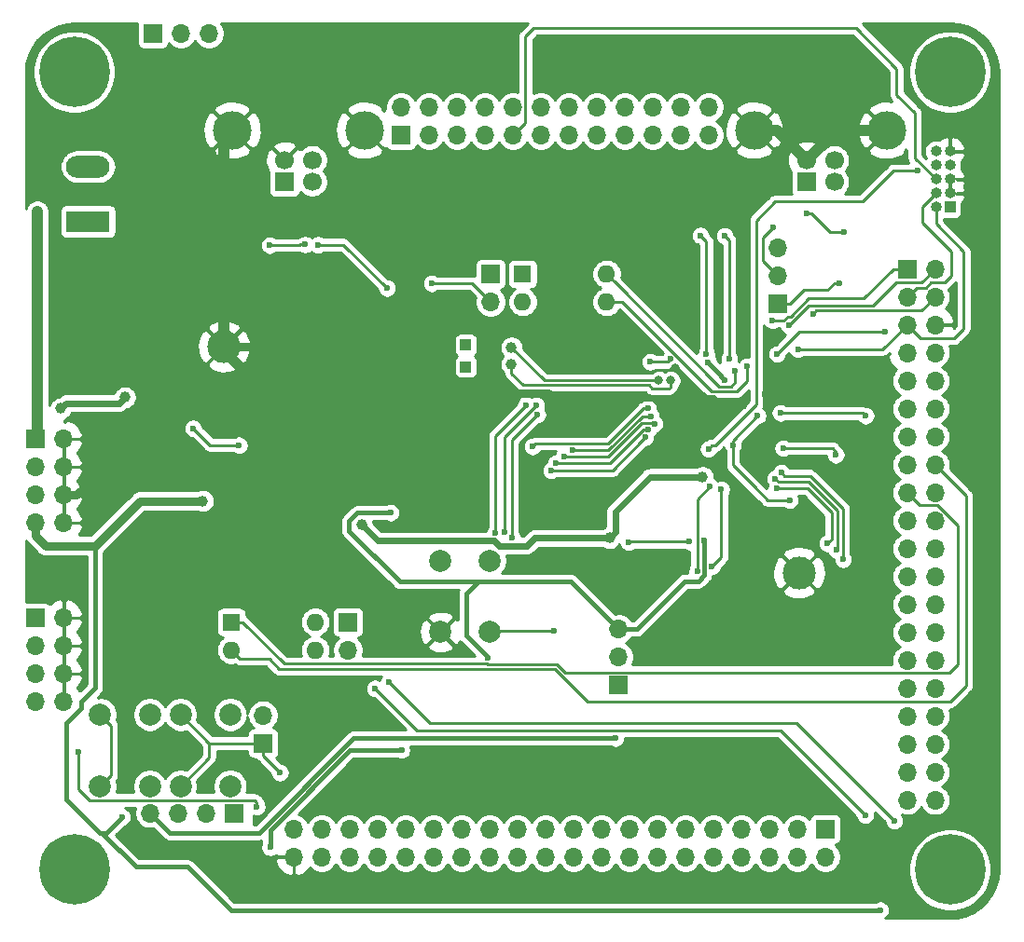
<source format=gbr>
G04 #@! TF.GenerationSoftware,KiCad,Pcbnew,(5.1.5)-3*
G04 #@! TF.CreationDate,2021-02-28T22:04:56+01:00*
G04 #@! TF.ProjectId,g4_eval,67345f65-7661-46c2-9e6b-696361645f70,rev?*
G04 #@! TF.SameCoordinates,Original*
G04 #@! TF.FileFunction,Copper,L2,Bot*
G04 #@! TF.FilePolarity,Positive*
%FSLAX46Y46*%
G04 Gerber Fmt 4.6, Leading zero omitted, Abs format (unit mm)*
G04 Created by KiCad (PCBNEW (5.1.5)-3) date 2021-02-28 22:04:56*
%MOMM*%
%LPD*%
G04 APERTURE LIST*
%ADD10C,3.000000*%
%ADD11O,1.700000X1.700000*%
%ADD12R,1.700000X1.700000*%
%ADD13C,1.700000*%
%ADD14C,3.500000*%
%ADD15R,1.000000X1.000000*%
%ADD16C,1.000000*%
%ADD17O,1.600000X1.600000*%
%ADD18R,1.600000X1.600000*%
%ADD19C,2.000000*%
%ADD20O,3.960000X1.980000*%
%ADD21R,3.960000X1.980000*%
%ADD22O,1.000000X1.000000*%
%ADD23C,0.800000*%
%ADD24C,6.400000*%
%ADD25C,0.600000*%
%ADD26C,0.600000*%
%ADD27C,0.800000*%
%ADD28C,0.400000*%
%ADD29C,1.000000*%
%ADD30C,0.250000*%
G04 APERTURE END LIST*
D10*
X184100000Y-97450000D03*
X236300000Y-118000000D03*
D11*
X187650000Y-130960000D03*
D12*
X187650000Y-133500000D03*
D11*
X177380000Y-139850000D03*
X179920000Y-139850000D03*
X182460000Y-139850000D03*
D12*
X185000000Y-139850000D03*
X237000000Y-82500000D03*
D13*
X239500000Y-82500000D03*
X239500000Y-80500000D03*
X237000000Y-80500000D03*
D14*
X232230000Y-77790000D03*
X244270000Y-77790000D03*
D12*
X189600000Y-82500000D03*
D13*
X192100000Y-82500000D03*
X192100000Y-80500000D03*
X189600000Y-80500000D03*
D14*
X184830000Y-77790000D03*
X196870000Y-77790000D03*
D15*
X206050000Y-99300000D03*
X206050000Y-97300000D03*
D16*
X210200000Y-99050000D03*
X210200000Y-97550000D03*
D17*
X192370000Y-122500000D03*
X184750000Y-125040000D03*
X192370000Y-125040000D03*
D18*
X184750000Y-122500000D03*
D17*
X218820000Y-90850000D03*
X211200000Y-93390000D03*
X218820000Y-93390000D03*
D18*
X211200000Y-90850000D03*
D19*
X180150000Y-130900000D03*
X184650000Y-130900000D03*
X180150000Y-137400000D03*
X184650000Y-137400000D03*
X172850000Y-130900000D03*
X177350000Y-130900000D03*
X172850000Y-137400000D03*
X177350000Y-137400000D03*
X208250000Y-123400000D03*
X203750000Y-123400000D03*
X208250000Y-116900000D03*
X203750000Y-116900000D03*
D11*
X169540000Y-113470000D03*
X167000000Y-113470000D03*
X169540000Y-110930000D03*
X167000000Y-110930000D03*
X169540000Y-108390000D03*
X167000000Y-108390000D03*
X169540000Y-105850000D03*
D12*
X167000000Y-105850000D03*
D11*
X169540000Y-129720000D03*
X167000000Y-129720000D03*
X169540000Y-127180000D03*
X167000000Y-127180000D03*
X169540000Y-124640000D03*
X167000000Y-124640000D03*
X169540000Y-122100000D03*
D12*
X167000000Y-122100000D03*
D20*
X171750000Y-81100000D03*
D21*
X171750000Y-86100000D03*
D11*
X195350000Y-125040000D03*
D12*
X195350000Y-122500000D03*
D11*
X182730000Y-69000000D03*
X180190000Y-69000000D03*
D12*
X177650000Y-69000000D03*
D11*
X208300000Y-93390000D03*
D12*
X208300000Y-90850000D03*
D11*
X228110000Y-75710000D03*
X228110000Y-78250000D03*
X225570000Y-75710000D03*
X225570000Y-78250000D03*
X223030000Y-75710000D03*
X223030000Y-78250000D03*
X220490000Y-75710000D03*
X220490000Y-78250000D03*
X217950000Y-75710000D03*
X217950000Y-78250000D03*
X215410000Y-75710000D03*
X215410000Y-78250000D03*
X212870000Y-75710000D03*
X212870000Y-78250000D03*
X210330000Y-75710000D03*
X210330000Y-78250000D03*
X207790000Y-75710000D03*
X207790000Y-78250000D03*
X205250000Y-75710000D03*
X205250000Y-78250000D03*
X202710000Y-75710000D03*
X202710000Y-78250000D03*
X200170000Y-75710000D03*
D12*
X200170000Y-78250000D03*
D11*
X248640000Y-138660000D03*
X246100000Y-138660000D03*
X248640000Y-136120000D03*
X246100000Y-136120000D03*
X248640000Y-133580000D03*
X246100000Y-133580000D03*
X248640000Y-131040000D03*
X246100000Y-131040000D03*
X248640000Y-128500000D03*
X246100000Y-128500000D03*
X248640000Y-125960000D03*
X246100000Y-125960000D03*
X248640000Y-123420000D03*
X246100000Y-123420000D03*
X248640000Y-120880000D03*
X246100000Y-120880000D03*
X248640000Y-118340000D03*
X246100000Y-118340000D03*
X248640000Y-115800000D03*
X246100000Y-115800000D03*
X248640000Y-113260000D03*
X246100000Y-113260000D03*
X248640000Y-110720000D03*
X246100000Y-110720000D03*
X248640000Y-108180000D03*
X246100000Y-108180000D03*
X248640000Y-105640000D03*
X246100000Y-105640000D03*
X248640000Y-103100000D03*
X246100000Y-103100000D03*
X248640000Y-100560000D03*
X246100000Y-100560000D03*
X248640000Y-98020000D03*
X246100000Y-98020000D03*
X248640000Y-95480000D03*
X246100000Y-95480000D03*
X248640000Y-92940000D03*
X246100000Y-92940000D03*
X248640000Y-90400000D03*
D12*
X246100000Y-90400000D03*
D11*
X190440000Y-143840000D03*
X190440000Y-141300000D03*
X192980000Y-143840000D03*
X192980000Y-141300000D03*
X195520000Y-143840000D03*
X195520000Y-141300000D03*
X198060000Y-143840000D03*
X198060000Y-141300000D03*
X200600000Y-143840000D03*
X200600000Y-141300000D03*
X203140000Y-143840000D03*
X203140000Y-141300000D03*
X205680000Y-143840000D03*
X205680000Y-141300000D03*
X208220000Y-143840000D03*
X208220000Y-141300000D03*
X210760000Y-143840000D03*
X210760000Y-141300000D03*
X213300000Y-143840000D03*
X213300000Y-141300000D03*
X215840000Y-143840000D03*
X215840000Y-141300000D03*
X218380000Y-143840000D03*
X218380000Y-141300000D03*
X220920000Y-143840000D03*
X220920000Y-141300000D03*
X223460000Y-143840000D03*
X223460000Y-141300000D03*
X226000000Y-143840000D03*
X226000000Y-141300000D03*
X228540000Y-143840000D03*
X228540000Y-141300000D03*
X231080000Y-143840000D03*
X231080000Y-141300000D03*
X233620000Y-143840000D03*
X233620000Y-141300000D03*
X236160000Y-143840000D03*
X236160000Y-141300000D03*
X238700000Y-143840000D03*
D12*
X238700000Y-141300000D03*
D15*
X250000000Y-84800000D03*
D22*
X248730000Y-84800000D03*
X250000000Y-83530000D03*
X248730000Y-83530000D03*
X250000000Y-82260000D03*
X248730000Y-82260000D03*
X250000000Y-80990000D03*
X248730000Y-80990000D03*
X250000000Y-79720000D03*
X248730000Y-79720000D03*
D11*
X219900000Y-123120000D03*
X219900000Y-125660000D03*
D12*
X219900000Y-128200000D03*
D11*
X234400000Y-88510000D03*
X234400000Y-91050000D03*
D12*
X234400000Y-93590000D03*
D23*
X251697056Y-143302944D03*
X250000000Y-142600000D03*
X248302944Y-143302944D03*
X247600000Y-145000000D03*
X248302944Y-146697056D03*
X250000000Y-147400000D03*
X251697056Y-146697056D03*
X252400000Y-145000000D03*
D24*
X250000000Y-145000000D03*
D23*
X251697056Y-70802944D03*
X250000000Y-70100000D03*
X248302944Y-70802944D03*
X247600000Y-72500000D03*
X248302944Y-74197056D03*
X250000000Y-74900000D03*
X251697056Y-74197056D03*
X252400000Y-72500000D03*
D24*
X250000000Y-72500000D03*
D23*
X172197056Y-143302944D03*
X170500000Y-142600000D03*
X168802944Y-143302944D03*
X168100000Y-145000000D03*
X168802944Y-146697056D03*
X170500000Y-147400000D03*
X172197056Y-146697056D03*
X172900000Y-145000000D03*
D24*
X170500000Y-145000000D03*
D23*
X172197056Y-70802944D03*
X170500000Y-70100000D03*
X168802944Y-70802944D03*
X168100000Y-72500000D03*
X168802944Y-74197056D03*
X170500000Y-74900000D03*
X172197056Y-74197056D03*
X172900000Y-72500000D03*
D24*
X170500000Y-72500000D03*
D16*
X215200000Y-104200000D03*
X231150000Y-102700000D03*
X225250000Y-107850000D03*
X190530000Y-104440000D03*
X179900000Y-109900000D03*
D25*
X204070000Y-99880000D03*
X240990000Y-99180000D03*
X233180000Y-101740000D03*
D23*
X225089998Y-99430000D03*
D25*
X195700000Y-87110000D03*
X197570000Y-88140000D03*
X220780000Y-119260000D03*
X225970000Y-117130000D03*
D23*
X223550000Y-100550000D03*
X224650000Y-100550000D03*
D25*
X227705622Y-115099799D03*
X199210000Y-112560000D03*
X188280000Y-142970000D03*
X200210000Y-134120000D03*
X208060578Y-125703146D03*
X214050000Y-123300000D03*
X228070000Y-106740000D03*
X247060000Y-81470000D03*
X222800000Y-98850000D03*
X235450000Y-111400000D03*
X229550000Y-100500000D03*
X232550000Y-103750000D03*
X230300000Y-106400000D03*
D16*
X219100000Y-114850000D03*
X227550000Y-109300000D03*
X196600000Y-113650000D03*
D25*
X187080000Y-139270000D03*
X170840000Y-134330000D03*
X224629873Y-98591525D03*
X228060000Y-98890000D03*
X226330366Y-115181342D03*
X220850000Y-115250000D03*
D16*
X167150000Y-85170000D03*
X182170000Y-111480000D03*
X169260000Y-103090000D03*
X175100000Y-102070000D03*
D25*
X243670000Y-148660000D03*
X174820000Y-140200000D03*
X198890000Y-92150000D03*
X192630000Y-88200000D03*
X189190000Y-136190000D03*
X191460000Y-88190000D03*
X188260000Y-88250000D03*
X197800000Y-128520000D03*
X242310000Y-140020000D03*
X244940000Y-140560000D03*
X199070000Y-127960000D03*
X185470000Y-106410000D03*
X181305759Y-104881054D03*
X236990000Y-85360000D03*
X240350000Y-87060000D03*
X233930000Y-86630000D03*
X239930000Y-91690000D03*
X219640000Y-133050000D03*
X236200000Y-97700000D03*
X244150000Y-96100000D03*
X234300000Y-98124990D03*
X211516654Y-102755551D03*
X208712163Y-114359040D03*
X209600000Y-114300000D03*
X212450000Y-102800000D03*
X212550000Y-103650000D03*
X210250000Y-114799990D03*
X212100000Y-106550000D03*
X222586543Y-103076645D03*
X215750000Y-106875010D03*
X222871574Y-103770385D03*
X214946054Y-107450020D03*
X223168490Y-104459123D03*
X214250000Y-108050000D03*
X222597503Y-105008265D03*
X213800000Y-108700000D03*
X222344841Y-105714437D03*
X227050000Y-117850000D03*
X228185331Y-110172143D03*
X229250000Y-110450000D03*
X228400000Y-117450000D03*
X234250000Y-110350000D03*
X238850000Y-115350000D03*
X234150000Y-109450000D03*
X239700000Y-115950000D03*
X234700000Y-108900000D03*
X240300000Y-116800000D03*
X234850000Y-106700000D03*
X239650000Y-107300000D03*
X234600000Y-103500000D03*
X242350000Y-103750000D03*
X237550000Y-94500000D03*
X235350000Y-95550000D03*
X233900000Y-95100000D03*
X231560000Y-99270000D03*
X230520000Y-99650000D03*
X229550000Y-87400000D03*
X229960008Y-98545006D03*
X227350000Y-87350000D03*
X227894905Y-98124157D03*
X202960000Y-91720000D03*
D26*
X228350000Y-104750000D02*
X225250000Y-107850000D01*
D27*
X184100000Y-98010000D02*
X184100000Y-97450000D01*
X190530000Y-104440000D02*
X184100000Y-98010000D01*
X170742081Y-110930000D02*
X171772081Y-109900000D01*
X169540000Y-110930000D02*
X170742081Y-110930000D01*
X171772081Y-109900000D02*
X179900000Y-109900000D01*
X215200000Y-104200000D02*
X215200000Y-103370000D01*
X215200000Y-103370000D02*
X213510000Y-101680000D01*
X213510000Y-101680000D02*
X200470000Y-101680000D01*
X196240000Y-97450000D02*
X184100000Y-97450000D01*
X200470000Y-101680000D02*
X196240000Y-97450000D01*
D28*
X204070000Y-99880000D02*
X204070000Y-101590000D01*
X204070000Y-101590000D02*
X204050000Y-101610000D01*
D29*
X234290000Y-77790000D02*
X237000000Y-80500000D01*
X232230000Y-77790000D02*
X234290000Y-77790000D01*
X239710000Y-77790000D02*
X237000000Y-80500000D01*
X244270000Y-77790000D02*
X239710000Y-77790000D01*
D28*
X240565736Y-99180000D02*
X238005736Y-101740000D01*
X240990000Y-99180000D02*
X240565736Y-99180000D01*
X238005736Y-101740000D02*
X233180000Y-101740000D01*
X225489997Y-99829999D02*
X225089998Y-99430000D01*
X225700693Y-100040695D02*
X225489997Y-99829999D01*
X225700693Y-100040695D02*
X226610000Y-100950002D01*
X226610000Y-100950002D02*
X226610000Y-101250000D01*
D26*
X229070000Y-102700000D02*
X231150000Y-102700000D01*
X220850000Y-102150000D02*
X227500000Y-102150000D01*
X215200000Y-104200000D02*
X218800000Y-104200000D01*
X218800000Y-104200000D02*
X220850000Y-102150000D01*
X227500000Y-102150000D02*
X228540000Y-102150000D01*
X228540000Y-102150000D02*
X229090000Y-102700000D01*
X228350000Y-104750000D02*
X228350000Y-103440000D01*
X228350000Y-103440000D02*
X229080000Y-102710000D01*
D28*
X226610000Y-101250000D02*
X226610000Y-102110000D01*
X226610000Y-102110000D02*
X226600000Y-102120000D01*
D30*
X195700000Y-87110000D02*
X196540000Y-87110000D01*
X196540000Y-87110000D02*
X197570000Y-88140000D01*
D29*
X184100000Y-78520000D02*
X184830000Y-77790000D01*
X184100000Y-97450000D02*
X184100000Y-78520000D01*
D28*
X221079999Y-118960001D02*
X224139999Y-118960001D01*
X220780000Y-119260000D02*
X221079999Y-118960001D01*
X224139999Y-118960001D02*
X225970000Y-117130000D01*
D30*
X213200000Y-100550000D02*
X210200000Y-97550000D01*
X223550000Y-100550000D02*
X213200000Y-100550000D01*
X224650000Y-101115685D02*
X224515685Y-101250000D01*
X210200000Y-99900000D02*
X210200000Y-99050000D01*
X224650000Y-100550000D02*
X224650000Y-101115685D01*
X222950000Y-101250000D02*
X222650000Y-100950000D01*
X211250000Y-100950000D02*
X210200000Y-99900000D01*
X224515685Y-101250000D02*
X222950000Y-101250000D01*
X222650000Y-100950000D02*
X211250000Y-100950000D01*
D28*
X219900000Y-123120000D02*
X221580000Y-123120000D01*
X221580000Y-123120000D02*
X225930000Y-118770000D01*
X225930000Y-118770000D02*
X227170000Y-118770000D01*
X227170000Y-118770000D02*
X227700000Y-118240000D01*
X227700000Y-118240000D02*
X227700000Y-115160000D01*
X199210000Y-112560000D02*
X196210000Y-112560000D01*
X196210000Y-112560000D02*
X195460000Y-113310000D01*
X195460000Y-113310000D02*
X195460000Y-114210000D01*
X195460000Y-114210000D02*
X200050000Y-118800000D01*
X215580000Y-118800000D02*
X219900000Y-123120000D01*
X200050000Y-118800000D02*
X215580000Y-118800000D01*
X188280000Y-142970000D02*
X188280000Y-141390000D01*
X188280000Y-141390000D02*
X195550000Y-134120000D01*
X195550000Y-134120000D02*
X200210000Y-134120000D01*
X207760579Y-125403147D02*
X208060578Y-125703146D01*
X206080000Y-123722568D02*
X207760579Y-125403147D01*
X207180000Y-118820000D02*
X206080000Y-119920000D01*
X206080000Y-119920000D02*
X206080000Y-123722568D01*
D30*
X208350000Y-123300000D02*
X208250000Y-123400000D01*
X214050000Y-123300000D02*
X208350000Y-123300000D01*
X228369999Y-106440001D02*
X228669999Y-106440001D01*
X228070000Y-106740000D02*
X228369999Y-106440001D01*
X228669999Y-106440001D02*
X232420000Y-102690000D01*
X232420000Y-102690000D02*
X232420000Y-86000000D01*
X232420000Y-86000000D02*
X234150000Y-84270000D01*
X234150000Y-84270000D02*
X242060000Y-84270000D01*
X242060000Y-84270000D02*
X244860000Y-81470000D01*
X244860000Y-81470000D02*
X247060000Y-81470000D01*
X235450000Y-111400000D02*
X233450000Y-111400000D01*
X233450000Y-111400000D02*
X232250000Y-110200000D01*
X232550000Y-103750000D02*
X230300000Y-106000000D01*
X230300000Y-106000000D02*
X230300000Y-106400000D01*
X232250000Y-110200000D02*
X230300000Y-108250000D01*
X230300000Y-108250000D02*
X230300000Y-106400000D01*
D26*
X219599999Y-114350001D02*
X219599999Y-112450001D01*
X219100000Y-114850000D02*
X219599999Y-114350001D01*
X219599999Y-112450001D02*
X222750000Y-109300000D01*
X222750000Y-109300000D02*
X227550000Y-109300000D01*
X219100000Y-114850000D02*
X212300000Y-114850000D01*
X209046002Y-115550000D02*
X208596002Y-115100000D01*
X211600000Y-115550000D02*
X209046002Y-115550000D01*
X212300000Y-114850000D02*
X211600000Y-115550000D01*
X208596002Y-115100000D02*
X198050000Y-115100000D01*
X198050000Y-115100000D02*
X196600000Y-113650000D01*
D30*
X186909265Y-138675001D02*
X171875001Y-138675001D01*
X187080000Y-139270000D02*
X187080000Y-138845736D01*
X187080000Y-138845736D02*
X186909265Y-138675001D01*
X171875001Y-138675001D02*
X170840000Y-137640000D01*
X170840000Y-137640000D02*
X170840000Y-134330000D01*
X224371398Y-98850000D02*
X224629873Y-98591525D01*
X222800000Y-98850000D02*
X224371398Y-98850000D01*
D28*
X229250001Y-100200001D02*
X229250001Y-100080001D01*
X229550000Y-100500000D02*
X229250001Y-100200001D01*
X229250001Y-100080001D02*
X228060000Y-98890000D01*
D30*
X226330366Y-115181342D02*
X220918658Y-115181342D01*
X220918658Y-115181342D02*
X220850000Y-115250000D01*
D29*
X167150000Y-105700000D02*
X167000000Y-105850000D01*
X167150000Y-85170000D02*
X167150000Y-105700000D01*
D27*
X167000000Y-114672081D02*
X167877919Y-115550000D01*
X167000000Y-113470000D02*
X167000000Y-114672081D01*
X167877919Y-115550000D02*
X172400000Y-115550000D01*
X172400000Y-115550000D02*
X176470000Y-111480000D01*
X176470000Y-111480000D02*
X182150000Y-111480000D01*
X182150000Y-111480000D02*
X182170000Y-111480000D01*
D26*
X169759999Y-102590001D02*
X174579999Y-102590001D01*
X169260000Y-103090000D02*
X169759999Y-102590001D01*
X174579999Y-102590001D02*
X175100000Y-102070000D01*
D28*
X172400000Y-126840000D02*
X172400000Y-128460000D01*
X172400000Y-115550000D02*
X172400000Y-126840000D01*
X172400000Y-126840000D02*
X172400000Y-127110000D01*
X172400000Y-128460000D02*
X171130000Y-129730000D01*
X171130000Y-129730000D02*
X171130000Y-130330000D01*
X171130000Y-130330000D02*
X169800000Y-131660000D01*
X169800000Y-131660000D02*
X169800000Y-138590000D01*
X169800000Y-138590000D02*
X172850000Y-141640000D01*
X180769999Y-144729999D02*
X184720000Y-148680000D01*
X184720000Y-148680000D02*
X243690000Y-148680000D01*
X243690000Y-148680000D02*
X243670000Y-148660000D01*
X172850000Y-141640000D02*
X173380000Y-141640000D01*
X173380000Y-141640000D02*
X174820000Y-140200000D01*
X180769999Y-144729999D02*
X176079999Y-144729999D01*
X176079999Y-144729999D02*
X172980000Y-141630000D01*
X172980000Y-141630000D02*
X172890000Y-141630000D01*
D30*
X198890000Y-92150000D02*
X194940000Y-88200000D01*
X194940000Y-88200000D02*
X192630000Y-88200000D01*
X187650000Y-134650000D02*
X187650000Y-133500000D01*
X189190000Y-136190000D02*
X187650000Y-134650000D01*
X182750000Y-133500000D02*
X180150000Y-130900000D01*
X187650000Y-133500000D02*
X182750000Y-133500000D01*
X182750000Y-134800000D02*
X180150000Y-137400000D01*
X182750000Y-133500000D02*
X182750000Y-134800000D01*
X191035736Y-88190000D02*
X190975736Y-88250000D01*
X191460000Y-88190000D02*
X191035736Y-88190000D01*
X190975736Y-88250000D02*
X188260000Y-88250000D01*
X173849999Y-136400001D02*
X172850000Y-137400000D01*
X173849999Y-131899999D02*
X173849999Y-136400001D01*
X172850000Y-130900000D02*
X173849999Y-131899999D01*
X197800000Y-128520000D02*
X201610000Y-132330000D01*
X201610000Y-132330000D02*
X234620000Y-132330000D01*
X234620000Y-132330000D02*
X242310000Y-140020000D01*
X236090000Y-131710000D02*
X202820000Y-131710000D01*
X244940000Y-140560000D02*
X236090000Y-131710000D01*
X202820000Y-131710000D02*
X199369999Y-128259999D01*
X199369999Y-128259999D02*
X199070000Y-127960000D01*
X185470000Y-106410000D02*
X182834705Y-106410000D01*
X182834705Y-106410000D02*
X181305759Y-104881054D01*
X237414264Y-85360000D02*
X239114264Y-87060000D01*
X236990000Y-85360000D02*
X237414264Y-85360000D01*
X239114264Y-87060000D02*
X240350000Y-87060000D01*
X234400000Y-91050000D02*
X232990000Y-89640000D01*
X232990000Y-89640000D02*
X232990000Y-87590000D01*
X232990000Y-87590000D02*
X233930000Y-86650000D01*
X233930000Y-86650000D02*
X233930000Y-86630000D01*
X239505736Y-91690000D02*
X238855736Y-92340000D01*
X239930000Y-91690000D02*
X239505736Y-91690000D01*
X238855736Y-92340000D02*
X236760000Y-92340000D01*
X235510000Y-93590000D02*
X234400000Y-93590000D01*
X236760000Y-92340000D02*
X235510000Y-93590000D01*
D28*
X195842168Y-133050000D02*
X219215736Y-133050000D01*
X219215736Y-133050000D02*
X219640000Y-133050000D01*
X187262168Y-141630000D02*
X195842168Y-133050000D01*
X177380000Y-139850000D02*
X179160000Y-141630000D01*
X179160000Y-141630000D02*
X187262168Y-141630000D01*
D30*
X243880000Y-97700000D02*
X246100000Y-95480000D01*
X236200000Y-97700000D02*
X243880000Y-97700000D01*
X246100000Y-95480000D02*
X247310000Y-96690000D01*
X247310000Y-96690000D02*
X250390000Y-96690000D01*
X250390000Y-96690000D02*
X251250000Y-95830000D01*
X251250000Y-95830000D02*
X251250000Y-88810000D01*
X248730000Y-86290000D02*
X248730000Y-84800000D01*
X251250000Y-88810000D02*
X248730000Y-86290000D01*
X236324990Y-96100000D02*
X234599999Y-97824991D01*
X234599999Y-97824991D02*
X234300000Y-98124990D01*
X244150000Y-96100000D02*
X236324990Y-96100000D01*
X246100000Y-92940000D02*
X246949999Y-92090001D01*
X247824997Y-92090001D02*
X248264998Y-91650000D01*
X246949999Y-92090001D02*
X247824997Y-92090001D01*
X248264998Y-91650000D02*
X249510000Y-91650000D01*
X249510000Y-91650000D02*
X250110000Y-91050000D01*
X250110000Y-91050000D02*
X250110000Y-88800000D01*
X250110000Y-88800000D02*
X247480000Y-86170000D01*
X247480000Y-84780000D02*
X248730000Y-83530000D01*
X247480000Y-86170000D02*
X247480000Y-84780000D01*
X211455001Y-77124999D02*
X211455001Y-69274999D01*
X210330000Y-78250000D02*
X211455001Y-77124999D01*
X211455001Y-69274999D02*
X212220000Y-68510000D01*
X212220000Y-68510000D02*
X241460000Y-68510000D01*
X241460000Y-68510000D02*
X245150000Y-72200000D01*
X245150000Y-72200000D02*
X245150000Y-74570000D01*
X245150000Y-74570000D02*
X246790000Y-76210000D01*
X246790000Y-80320000D02*
X248730000Y-82260000D01*
X246790000Y-76210000D02*
X246790000Y-80320000D01*
X211516654Y-102755551D02*
X208712163Y-105560042D01*
X208712163Y-105560042D02*
X208712163Y-113934776D01*
X208712163Y-113934776D02*
X208712163Y-114359040D01*
X212450000Y-102800000D02*
X209600000Y-105650000D01*
X209600000Y-105650000D02*
X209600000Y-114300000D01*
X212550000Y-103650000D02*
X210250000Y-105950000D01*
X210250000Y-105950000D02*
X210250000Y-114799990D01*
X218988923Y-106250001D02*
X222162279Y-103076645D01*
X212399999Y-106250001D02*
X218988923Y-106250001D01*
X222162279Y-103076645D02*
X222586543Y-103076645D01*
X212100000Y-106550000D02*
X212399999Y-106250001D01*
X222055351Y-103770385D02*
X222447310Y-103770385D01*
X222447310Y-103770385D02*
X222871574Y-103770385D01*
X215750000Y-106875010D02*
X218950726Y-106875010D01*
X218950726Y-106875010D02*
X222055351Y-103770385D01*
X214946054Y-107450020D02*
X218999980Y-107450020D01*
X222032705Y-104417295D02*
X223126662Y-104417295D01*
X218999980Y-107450020D02*
X222032705Y-104417295D01*
X223126662Y-104417295D02*
X223168490Y-104459123D01*
X219131504Y-108050000D02*
X222173239Y-105008265D01*
X222173239Y-105008265D02*
X222597503Y-105008265D01*
X214250000Y-108050000D02*
X219131504Y-108050000D01*
X213800000Y-108700000D02*
X219359278Y-108700000D01*
X222044842Y-106014436D02*
X222344841Y-105714437D01*
X219359278Y-108700000D02*
X222044842Y-106014436D01*
X227050000Y-111307474D02*
X228185331Y-110172143D01*
X227050000Y-117850000D02*
X227050000Y-111307474D01*
X229250000Y-110450000D02*
X229250000Y-116600000D01*
X229250000Y-116600000D02*
X228400000Y-117450000D01*
X234250000Y-110350000D02*
X237050000Y-110350000D01*
X237050000Y-110350000D02*
X239250000Y-112550000D01*
X239250000Y-112550000D02*
X239250000Y-114950000D01*
X239250000Y-114950000D02*
X238850000Y-115350000D01*
X234449999Y-109749999D02*
X237149999Y-109749999D01*
X234150000Y-109450000D02*
X234449999Y-109749999D01*
X237149999Y-109749999D02*
X239750000Y-112350000D01*
X239750000Y-112350000D02*
X239750000Y-115900000D01*
X239750000Y-115900000D02*
X239700000Y-115950000D01*
X234999999Y-109199999D02*
X237299999Y-109199999D01*
X234700000Y-108900000D02*
X234999999Y-109199999D01*
X237299999Y-109199999D02*
X240300000Y-112200000D01*
X240300000Y-112200000D02*
X240300000Y-116800000D01*
X234850000Y-106700000D02*
X239350000Y-106700000D01*
X239350000Y-106700000D02*
X239650000Y-107000000D01*
X239650000Y-107000000D02*
X239650000Y-107300000D01*
X185800000Y-122500000D02*
X189560000Y-126260000D01*
X184750000Y-122500000D02*
X185800000Y-122500000D01*
X189560000Y-126260000D02*
X207915700Y-126260000D01*
X207915700Y-126260000D02*
X208015689Y-126359989D01*
X247225001Y-111845001D02*
X246949999Y-111569999D01*
X245549997Y-127074999D02*
X245559999Y-127085001D01*
X250740000Y-113694998D02*
X248890003Y-111845001D01*
X250740000Y-126330000D02*
X250740000Y-113694998D01*
X214315689Y-126359989D02*
X215030699Y-127074999D01*
X215030699Y-127074999D02*
X245549997Y-127074999D01*
X249984999Y-127085001D02*
X250740000Y-126330000D01*
X245559999Y-127085001D02*
X249984999Y-127085001D01*
X246949999Y-111569999D02*
X246100000Y-110720000D01*
X208015689Y-126359989D02*
X214315689Y-126359989D01*
X248890003Y-111845001D02*
X247225001Y-111845001D01*
X234600000Y-103500000D02*
X235024264Y-103500000D01*
X235024264Y-103500000D02*
X242100000Y-103500000D01*
X242100000Y-103500000D02*
X242350000Y-103750000D01*
X185549999Y-125839999D02*
X188189999Y-125839999D01*
X184750000Y-125040000D02*
X185549999Y-125839999D01*
X188189999Y-125839999D02*
X189110000Y-126760000D01*
X189110000Y-126760000D02*
X214150000Y-126760000D01*
X214150000Y-126760000D02*
X217140000Y-129750000D01*
X217140000Y-129750000D02*
X250000000Y-129750000D01*
X250000000Y-129750000D02*
X251440000Y-128310000D01*
X251440000Y-110980000D02*
X248640000Y-108180000D01*
X251440000Y-128310000D02*
X251440000Y-110980000D01*
X237550000Y-94500000D02*
X237850000Y-94200000D01*
X247380000Y-94200000D02*
X248640000Y-92940000D01*
X237850000Y-94200000D02*
X247380000Y-94200000D01*
X235350000Y-95550000D02*
X237200000Y-93700000D01*
X237200000Y-93700000D02*
X243050000Y-93700000D01*
X243050000Y-93700000D02*
X245100000Y-91650000D01*
X247390000Y-91650000D02*
X248640000Y-90400000D01*
X245100000Y-91650000D02*
X247390000Y-91650000D01*
X233900000Y-95100000D02*
X234900000Y-95100000D01*
X235284999Y-94715001D02*
X235534999Y-94715001D01*
X234900000Y-95100000D02*
X235284999Y-94715001D01*
X235534999Y-94715001D02*
X237150000Y-93100000D01*
X237150000Y-93100000D02*
X242150000Y-93100000D01*
X244850000Y-90400000D02*
X246100000Y-90400000D01*
X242150000Y-93100000D02*
X244850000Y-90400000D01*
X218820000Y-93390000D02*
X220250000Y-93390000D01*
X220250000Y-93390000D02*
X228380000Y-101520000D01*
X228380000Y-101520000D02*
X230620000Y-101520000D01*
X230620000Y-101520000D02*
X231560000Y-100580000D01*
X231560000Y-100580000D02*
X231560000Y-99270000D01*
X218820000Y-90850000D02*
X219619999Y-91649999D01*
X219619999Y-91649999D02*
X229070000Y-101100000D01*
X229070000Y-101100000D02*
X230130000Y-101100000D01*
X230130000Y-101100000D02*
X230520000Y-100710000D01*
X230520000Y-100710000D02*
X230520000Y-99670000D01*
X230520000Y-99670000D02*
X230520000Y-99650000D01*
X229550000Y-87400000D02*
X229960008Y-87810008D01*
X229960008Y-98120742D02*
X229960008Y-98545006D01*
X229960008Y-87810008D02*
X229960008Y-98120742D01*
X227350000Y-87350000D02*
X227894905Y-87894905D01*
X227894905Y-87894905D02*
X227894905Y-97699893D01*
X227894905Y-97699893D02*
X227894905Y-98124157D01*
X206630000Y-91720000D02*
X208300000Y-93390000D01*
X202960000Y-91720000D02*
X206630000Y-91720000D01*
G36*
X250778755Y-68171887D02*
G01*
X251532883Y-68378193D01*
X252238568Y-68714788D01*
X252873491Y-69171026D01*
X253417588Y-69732491D01*
X253853661Y-70381437D01*
X254167921Y-71097342D01*
X254351547Y-71862198D01*
X254400001Y-72522019D01*
X254400000Y-144973275D01*
X254328113Y-145778751D01*
X254121806Y-146532884D01*
X253785212Y-147238568D01*
X253328974Y-147873491D01*
X252767509Y-148417588D01*
X252118563Y-148853661D01*
X251402663Y-149167920D01*
X250637803Y-149351547D01*
X249977995Y-149400000D01*
X244137470Y-149400000D01*
X244227780Y-149339657D01*
X244349657Y-149217780D01*
X244445415Y-149074468D01*
X244511374Y-148915228D01*
X244545000Y-148746180D01*
X244545000Y-148573820D01*
X244511374Y-148404772D01*
X244445415Y-148245532D01*
X244349657Y-148102220D01*
X244227780Y-147980343D01*
X244084468Y-147884585D01*
X243925228Y-147818626D01*
X243756180Y-147785000D01*
X243583820Y-147785000D01*
X243414772Y-147818626D01*
X243255532Y-147884585D01*
X243224979Y-147905000D01*
X185041015Y-147905000D01*
X181344931Y-144208917D01*
X181320658Y-144179340D01*
X181275569Y-144142336D01*
X188690937Y-144142336D01*
X188783528Y-144477752D01*
X188939776Y-144788659D01*
X189153677Y-145063110D01*
X189417010Y-145290557D01*
X189719656Y-145462260D01*
X190049984Y-145571621D01*
X190137664Y-145589062D01*
X190415000Y-145383548D01*
X190415000Y-143865000D01*
X188896425Y-143865000D01*
X188690937Y-144142336D01*
X181275569Y-144142336D01*
X181202649Y-144082493D01*
X181068013Y-144010529D01*
X180921925Y-143966213D01*
X180808064Y-143954999D01*
X180808062Y-143954999D01*
X180769999Y-143951250D01*
X180731936Y-143954999D01*
X176401015Y-143954999D01*
X174281015Y-141835000D01*
X175074496Y-141041520D01*
X175075228Y-141041374D01*
X175234468Y-140975415D01*
X175377780Y-140879657D01*
X175499657Y-140757780D01*
X175595415Y-140614468D01*
X175661374Y-140455228D01*
X175695000Y-140286180D01*
X175695000Y-140113820D01*
X175661374Y-139944772D01*
X175595415Y-139785532D01*
X175499657Y-139642220D01*
X175377780Y-139520343D01*
X175234468Y-139424585D01*
X175114761Y-139375001D01*
X176034342Y-139375001D01*
X176009762Y-139434343D01*
X175955000Y-139709650D01*
X175955000Y-139990350D01*
X176009762Y-140265657D01*
X176117181Y-140524991D01*
X176273130Y-140758385D01*
X176471615Y-140956870D01*
X176705009Y-141112819D01*
X176964343Y-141220238D01*
X177239650Y-141275000D01*
X177520350Y-141275000D01*
X177677689Y-141243703D01*
X178585072Y-142151087D01*
X178609341Y-142180659D01*
X178654525Y-142217740D01*
X178727349Y-142277506D01*
X178798625Y-142315603D01*
X178861986Y-142349470D01*
X179008074Y-142393786D01*
X179121935Y-142405000D01*
X179121936Y-142405000D01*
X179159999Y-142408749D01*
X179198062Y-142405000D01*
X187224105Y-142405000D01*
X187262168Y-142408749D01*
X187300231Y-142405000D01*
X187300233Y-142405000D01*
X187414094Y-142393786D01*
X187505000Y-142366209D01*
X187505000Y-142554910D01*
X187504585Y-142555532D01*
X187438626Y-142714772D01*
X187405000Y-142883820D01*
X187405000Y-143056180D01*
X187438626Y-143225228D01*
X187504585Y-143384468D01*
X187600343Y-143527780D01*
X187722220Y-143649657D01*
X187865532Y-143745415D01*
X188024772Y-143811374D01*
X188193820Y-143845000D01*
X188366180Y-143845000D01*
X188535228Y-143811374D01*
X188694468Y-143745415D01*
X188795064Y-143678199D01*
X188896425Y-143815000D01*
X190415000Y-143815000D01*
X190415000Y-143795000D01*
X190465000Y-143795000D01*
X190465000Y-143815000D01*
X190485000Y-143815000D01*
X190485000Y-143865000D01*
X190465000Y-143865000D01*
X190465000Y-145383548D01*
X190742336Y-145589062D01*
X190830016Y-145571621D01*
X191160344Y-145462260D01*
X191462990Y-145290557D01*
X191726323Y-145063110D01*
X191928477Y-144803732D01*
X192071615Y-144946870D01*
X192305009Y-145102819D01*
X192564343Y-145210238D01*
X192839650Y-145265000D01*
X193120350Y-145265000D01*
X193395657Y-145210238D01*
X193654991Y-145102819D01*
X193888385Y-144946870D01*
X194086870Y-144748385D01*
X194242819Y-144514991D01*
X194250000Y-144497654D01*
X194257181Y-144514991D01*
X194413130Y-144748385D01*
X194611615Y-144946870D01*
X194845009Y-145102819D01*
X195104343Y-145210238D01*
X195379650Y-145265000D01*
X195660350Y-145265000D01*
X195935657Y-145210238D01*
X196194991Y-145102819D01*
X196428385Y-144946870D01*
X196626870Y-144748385D01*
X196782819Y-144514991D01*
X196790000Y-144497654D01*
X196797181Y-144514991D01*
X196953130Y-144748385D01*
X197151615Y-144946870D01*
X197385009Y-145102819D01*
X197644343Y-145210238D01*
X197919650Y-145265000D01*
X198200350Y-145265000D01*
X198475657Y-145210238D01*
X198734991Y-145102819D01*
X198968385Y-144946870D01*
X199166870Y-144748385D01*
X199322819Y-144514991D01*
X199330000Y-144497654D01*
X199337181Y-144514991D01*
X199493130Y-144748385D01*
X199691615Y-144946870D01*
X199925009Y-145102819D01*
X200184343Y-145210238D01*
X200459650Y-145265000D01*
X200740350Y-145265000D01*
X201015657Y-145210238D01*
X201274991Y-145102819D01*
X201508385Y-144946870D01*
X201706870Y-144748385D01*
X201862819Y-144514991D01*
X201870000Y-144497654D01*
X201877181Y-144514991D01*
X202033130Y-144748385D01*
X202231615Y-144946870D01*
X202465009Y-145102819D01*
X202724343Y-145210238D01*
X202999650Y-145265000D01*
X203280350Y-145265000D01*
X203555657Y-145210238D01*
X203814991Y-145102819D01*
X204048385Y-144946870D01*
X204246870Y-144748385D01*
X204402819Y-144514991D01*
X204410000Y-144497654D01*
X204417181Y-144514991D01*
X204573130Y-144748385D01*
X204771615Y-144946870D01*
X205005009Y-145102819D01*
X205264343Y-145210238D01*
X205539650Y-145265000D01*
X205820350Y-145265000D01*
X206095657Y-145210238D01*
X206354991Y-145102819D01*
X206588385Y-144946870D01*
X206786870Y-144748385D01*
X206942819Y-144514991D01*
X206950000Y-144497654D01*
X206957181Y-144514991D01*
X207113130Y-144748385D01*
X207311615Y-144946870D01*
X207545009Y-145102819D01*
X207804343Y-145210238D01*
X208079650Y-145265000D01*
X208360350Y-145265000D01*
X208635657Y-145210238D01*
X208894991Y-145102819D01*
X209128385Y-144946870D01*
X209326870Y-144748385D01*
X209482819Y-144514991D01*
X209490000Y-144497654D01*
X209497181Y-144514991D01*
X209653130Y-144748385D01*
X209851615Y-144946870D01*
X210085009Y-145102819D01*
X210344343Y-145210238D01*
X210619650Y-145265000D01*
X210900350Y-145265000D01*
X211175657Y-145210238D01*
X211434991Y-145102819D01*
X211668385Y-144946870D01*
X211866870Y-144748385D01*
X212022819Y-144514991D01*
X212030000Y-144497654D01*
X212037181Y-144514991D01*
X212193130Y-144748385D01*
X212391615Y-144946870D01*
X212625009Y-145102819D01*
X212884343Y-145210238D01*
X213159650Y-145265000D01*
X213440350Y-145265000D01*
X213715657Y-145210238D01*
X213974991Y-145102819D01*
X214208385Y-144946870D01*
X214406870Y-144748385D01*
X214562819Y-144514991D01*
X214570000Y-144497654D01*
X214577181Y-144514991D01*
X214733130Y-144748385D01*
X214931615Y-144946870D01*
X215165009Y-145102819D01*
X215424343Y-145210238D01*
X215699650Y-145265000D01*
X215980350Y-145265000D01*
X216255657Y-145210238D01*
X216514991Y-145102819D01*
X216748385Y-144946870D01*
X216946870Y-144748385D01*
X217102819Y-144514991D01*
X217110000Y-144497654D01*
X217117181Y-144514991D01*
X217273130Y-144748385D01*
X217471615Y-144946870D01*
X217705009Y-145102819D01*
X217964343Y-145210238D01*
X218239650Y-145265000D01*
X218520350Y-145265000D01*
X218795657Y-145210238D01*
X219054991Y-145102819D01*
X219288385Y-144946870D01*
X219486870Y-144748385D01*
X219642819Y-144514991D01*
X219650000Y-144497654D01*
X219657181Y-144514991D01*
X219813130Y-144748385D01*
X220011615Y-144946870D01*
X220245009Y-145102819D01*
X220504343Y-145210238D01*
X220779650Y-145265000D01*
X221060350Y-145265000D01*
X221335657Y-145210238D01*
X221594991Y-145102819D01*
X221828385Y-144946870D01*
X222026870Y-144748385D01*
X222182819Y-144514991D01*
X222190000Y-144497654D01*
X222197181Y-144514991D01*
X222353130Y-144748385D01*
X222551615Y-144946870D01*
X222785009Y-145102819D01*
X223044343Y-145210238D01*
X223319650Y-145265000D01*
X223600350Y-145265000D01*
X223875657Y-145210238D01*
X224134991Y-145102819D01*
X224368385Y-144946870D01*
X224566870Y-144748385D01*
X224722819Y-144514991D01*
X224730000Y-144497654D01*
X224737181Y-144514991D01*
X224893130Y-144748385D01*
X225091615Y-144946870D01*
X225325009Y-145102819D01*
X225584343Y-145210238D01*
X225859650Y-145265000D01*
X226140350Y-145265000D01*
X226415657Y-145210238D01*
X226674991Y-145102819D01*
X226908385Y-144946870D01*
X227106870Y-144748385D01*
X227262819Y-144514991D01*
X227270000Y-144497654D01*
X227277181Y-144514991D01*
X227433130Y-144748385D01*
X227631615Y-144946870D01*
X227865009Y-145102819D01*
X228124343Y-145210238D01*
X228399650Y-145265000D01*
X228680350Y-145265000D01*
X228955657Y-145210238D01*
X229214991Y-145102819D01*
X229448385Y-144946870D01*
X229646870Y-144748385D01*
X229802819Y-144514991D01*
X229810000Y-144497654D01*
X229817181Y-144514991D01*
X229973130Y-144748385D01*
X230171615Y-144946870D01*
X230405009Y-145102819D01*
X230664343Y-145210238D01*
X230939650Y-145265000D01*
X231220350Y-145265000D01*
X231495657Y-145210238D01*
X231754991Y-145102819D01*
X231988385Y-144946870D01*
X232186870Y-144748385D01*
X232342819Y-144514991D01*
X232350000Y-144497654D01*
X232357181Y-144514991D01*
X232513130Y-144748385D01*
X232711615Y-144946870D01*
X232945009Y-145102819D01*
X233204343Y-145210238D01*
X233479650Y-145265000D01*
X233760350Y-145265000D01*
X234035657Y-145210238D01*
X234294991Y-145102819D01*
X234528385Y-144946870D01*
X234726870Y-144748385D01*
X234882819Y-144514991D01*
X234890000Y-144497654D01*
X234897181Y-144514991D01*
X235053130Y-144748385D01*
X235251615Y-144946870D01*
X235485009Y-145102819D01*
X235744343Y-145210238D01*
X236019650Y-145265000D01*
X236300350Y-145265000D01*
X236575657Y-145210238D01*
X236834991Y-145102819D01*
X237068385Y-144946870D01*
X237266870Y-144748385D01*
X237422819Y-144514991D01*
X237430000Y-144497654D01*
X237437181Y-144514991D01*
X237593130Y-144748385D01*
X237791615Y-144946870D01*
X238025009Y-145102819D01*
X238284343Y-145210238D01*
X238559650Y-145265000D01*
X238840350Y-145265000D01*
X239115657Y-145210238D01*
X239374991Y-145102819D01*
X239608385Y-144946870D01*
X239806870Y-144748385D01*
X239887178Y-144628195D01*
X246225000Y-144628195D01*
X246225000Y-145371805D01*
X246370071Y-146101127D01*
X246654638Y-146788133D01*
X247067766Y-147406422D01*
X247593578Y-147932234D01*
X248211867Y-148345362D01*
X248898873Y-148629929D01*
X249628195Y-148775000D01*
X250371805Y-148775000D01*
X251101127Y-148629929D01*
X251788133Y-148345362D01*
X252406422Y-147932234D01*
X252932234Y-147406422D01*
X253345362Y-146788133D01*
X253629929Y-146101127D01*
X253775000Y-145371805D01*
X253775000Y-144628195D01*
X253629929Y-143898873D01*
X253345362Y-143211867D01*
X252932234Y-142593578D01*
X252406422Y-142067766D01*
X251788133Y-141654638D01*
X251101127Y-141370071D01*
X250371805Y-141225000D01*
X249628195Y-141225000D01*
X248898873Y-141370071D01*
X248211867Y-141654638D01*
X247593578Y-142067766D01*
X247067766Y-142593578D01*
X246654638Y-143211867D01*
X246370071Y-143898873D01*
X246225000Y-144628195D01*
X239887178Y-144628195D01*
X239962819Y-144514991D01*
X240070238Y-144255657D01*
X240125000Y-143980350D01*
X240125000Y-143699650D01*
X240070238Y-143424343D01*
X239962819Y-143165009D01*
X239806870Y-142931615D01*
X239608385Y-142733130D01*
X239593909Y-142723457D01*
X239662720Y-142716680D01*
X239771108Y-142683801D01*
X239870998Y-142630408D01*
X239958554Y-142558554D01*
X240030408Y-142470998D01*
X240083801Y-142371108D01*
X240116680Y-142262720D01*
X240127782Y-142150000D01*
X240127782Y-140450000D01*
X240116680Y-140337280D01*
X240083801Y-140228892D01*
X240030408Y-140129002D01*
X239958554Y-140041446D01*
X239870998Y-139969592D01*
X239771108Y-139916199D01*
X239662720Y-139883320D01*
X239550000Y-139872218D01*
X237850000Y-139872218D01*
X237737280Y-139883320D01*
X237628892Y-139916199D01*
X237529002Y-139969592D01*
X237441446Y-140041446D01*
X237369592Y-140129002D01*
X237316199Y-140228892D01*
X237283320Y-140337280D01*
X237276543Y-140406091D01*
X237266870Y-140391615D01*
X237068385Y-140193130D01*
X236834991Y-140037181D01*
X236575657Y-139929762D01*
X236300350Y-139875000D01*
X236019650Y-139875000D01*
X235744343Y-139929762D01*
X235485009Y-140037181D01*
X235251615Y-140193130D01*
X235053130Y-140391615D01*
X234897181Y-140625009D01*
X234890000Y-140642346D01*
X234882819Y-140625009D01*
X234726870Y-140391615D01*
X234528385Y-140193130D01*
X234294991Y-140037181D01*
X234035657Y-139929762D01*
X233760350Y-139875000D01*
X233479650Y-139875000D01*
X233204343Y-139929762D01*
X232945009Y-140037181D01*
X232711615Y-140193130D01*
X232513130Y-140391615D01*
X232357181Y-140625009D01*
X232350000Y-140642346D01*
X232342819Y-140625009D01*
X232186870Y-140391615D01*
X231988385Y-140193130D01*
X231754991Y-140037181D01*
X231495657Y-139929762D01*
X231220350Y-139875000D01*
X230939650Y-139875000D01*
X230664343Y-139929762D01*
X230405009Y-140037181D01*
X230171615Y-140193130D01*
X229973130Y-140391615D01*
X229817181Y-140625009D01*
X229810000Y-140642346D01*
X229802819Y-140625009D01*
X229646870Y-140391615D01*
X229448385Y-140193130D01*
X229214991Y-140037181D01*
X228955657Y-139929762D01*
X228680350Y-139875000D01*
X228399650Y-139875000D01*
X228124343Y-139929762D01*
X227865009Y-140037181D01*
X227631615Y-140193130D01*
X227433130Y-140391615D01*
X227277181Y-140625009D01*
X227270000Y-140642346D01*
X227262819Y-140625009D01*
X227106870Y-140391615D01*
X226908385Y-140193130D01*
X226674991Y-140037181D01*
X226415657Y-139929762D01*
X226140350Y-139875000D01*
X225859650Y-139875000D01*
X225584343Y-139929762D01*
X225325009Y-140037181D01*
X225091615Y-140193130D01*
X224893130Y-140391615D01*
X224737181Y-140625009D01*
X224730000Y-140642346D01*
X224722819Y-140625009D01*
X224566870Y-140391615D01*
X224368385Y-140193130D01*
X224134991Y-140037181D01*
X223875657Y-139929762D01*
X223600350Y-139875000D01*
X223319650Y-139875000D01*
X223044343Y-139929762D01*
X222785009Y-140037181D01*
X222551615Y-140193130D01*
X222353130Y-140391615D01*
X222197181Y-140625009D01*
X222190000Y-140642346D01*
X222182819Y-140625009D01*
X222026870Y-140391615D01*
X221828385Y-140193130D01*
X221594991Y-140037181D01*
X221335657Y-139929762D01*
X221060350Y-139875000D01*
X220779650Y-139875000D01*
X220504343Y-139929762D01*
X220245009Y-140037181D01*
X220011615Y-140193130D01*
X219813130Y-140391615D01*
X219657181Y-140625009D01*
X219650000Y-140642346D01*
X219642819Y-140625009D01*
X219486870Y-140391615D01*
X219288385Y-140193130D01*
X219054991Y-140037181D01*
X218795657Y-139929762D01*
X218520350Y-139875000D01*
X218239650Y-139875000D01*
X217964343Y-139929762D01*
X217705009Y-140037181D01*
X217471615Y-140193130D01*
X217273130Y-140391615D01*
X217117181Y-140625009D01*
X217110000Y-140642346D01*
X217102819Y-140625009D01*
X216946870Y-140391615D01*
X216748385Y-140193130D01*
X216514991Y-140037181D01*
X216255657Y-139929762D01*
X215980350Y-139875000D01*
X215699650Y-139875000D01*
X215424343Y-139929762D01*
X215165009Y-140037181D01*
X214931615Y-140193130D01*
X214733130Y-140391615D01*
X214577181Y-140625009D01*
X214570000Y-140642346D01*
X214562819Y-140625009D01*
X214406870Y-140391615D01*
X214208385Y-140193130D01*
X213974991Y-140037181D01*
X213715657Y-139929762D01*
X213440350Y-139875000D01*
X213159650Y-139875000D01*
X212884343Y-139929762D01*
X212625009Y-140037181D01*
X212391615Y-140193130D01*
X212193130Y-140391615D01*
X212037181Y-140625009D01*
X212030000Y-140642346D01*
X212022819Y-140625009D01*
X211866870Y-140391615D01*
X211668385Y-140193130D01*
X211434991Y-140037181D01*
X211175657Y-139929762D01*
X210900350Y-139875000D01*
X210619650Y-139875000D01*
X210344343Y-139929762D01*
X210085009Y-140037181D01*
X209851615Y-140193130D01*
X209653130Y-140391615D01*
X209497181Y-140625009D01*
X209490000Y-140642346D01*
X209482819Y-140625009D01*
X209326870Y-140391615D01*
X209128385Y-140193130D01*
X208894991Y-140037181D01*
X208635657Y-139929762D01*
X208360350Y-139875000D01*
X208079650Y-139875000D01*
X207804343Y-139929762D01*
X207545009Y-140037181D01*
X207311615Y-140193130D01*
X207113130Y-140391615D01*
X206957181Y-140625009D01*
X206950000Y-140642346D01*
X206942819Y-140625009D01*
X206786870Y-140391615D01*
X206588385Y-140193130D01*
X206354991Y-140037181D01*
X206095657Y-139929762D01*
X205820350Y-139875000D01*
X205539650Y-139875000D01*
X205264343Y-139929762D01*
X205005009Y-140037181D01*
X204771615Y-140193130D01*
X204573130Y-140391615D01*
X204417181Y-140625009D01*
X204410000Y-140642346D01*
X204402819Y-140625009D01*
X204246870Y-140391615D01*
X204048385Y-140193130D01*
X203814991Y-140037181D01*
X203555657Y-139929762D01*
X203280350Y-139875000D01*
X202999650Y-139875000D01*
X202724343Y-139929762D01*
X202465009Y-140037181D01*
X202231615Y-140193130D01*
X202033130Y-140391615D01*
X201877181Y-140625009D01*
X201870000Y-140642346D01*
X201862819Y-140625009D01*
X201706870Y-140391615D01*
X201508385Y-140193130D01*
X201274991Y-140037181D01*
X201015657Y-139929762D01*
X200740350Y-139875000D01*
X200459650Y-139875000D01*
X200184343Y-139929762D01*
X199925009Y-140037181D01*
X199691615Y-140193130D01*
X199493130Y-140391615D01*
X199337181Y-140625009D01*
X199330000Y-140642346D01*
X199322819Y-140625009D01*
X199166870Y-140391615D01*
X198968385Y-140193130D01*
X198734991Y-140037181D01*
X198475657Y-139929762D01*
X198200350Y-139875000D01*
X197919650Y-139875000D01*
X197644343Y-139929762D01*
X197385009Y-140037181D01*
X197151615Y-140193130D01*
X196953130Y-140391615D01*
X196797181Y-140625009D01*
X196790000Y-140642346D01*
X196782819Y-140625009D01*
X196626870Y-140391615D01*
X196428385Y-140193130D01*
X196194991Y-140037181D01*
X195935657Y-139929762D01*
X195660350Y-139875000D01*
X195379650Y-139875000D01*
X195104343Y-139929762D01*
X194845009Y-140037181D01*
X194611615Y-140193130D01*
X194413130Y-140391615D01*
X194257181Y-140625009D01*
X194250000Y-140642346D01*
X194242819Y-140625009D01*
X194086870Y-140391615D01*
X193888385Y-140193130D01*
X193654991Y-140037181D01*
X193395657Y-139929762D01*
X193120350Y-139875000D01*
X192839650Y-139875000D01*
X192564343Y-139929762D01*
X192305009Y-140037181D01*
X192071615Y-140193130D01*
X191873130Y-140391615D01*
X191717181Y-140625009D01*
X191710000Y-140642346D01*
X191702819Y-140625009D01*
X191546870Y-140391615D01*
X191348385Y-140193130D01*
X191114991Y-140037181D01*
X190855657Y-139929762D01*
X190839472Y-139926543D01*
X195871016Y-134895000D01*
X199794911Y-134895000D01*
X199795532Y-134895415D01*
X199954772Y-134961374D01*
X200123820Y-134995000D01*
X200296180Y-134995000D01*
X200465228Y-134961374D01*
X200624468Y-134895415D01*
X200767780Y-134799657D01*
X200889657Y-134677780D01*
X200985415Y-134534468D01*
X201051374Y-134375228D01*
X201085000Y-134206180D01*
X201085000Y-134033820D01*
X201051374Y-133864772D01*
X201034900Y-133825000D01*
X219224911Y-133825000D01*
X219225532Y-133825415D01*
X219384772Y-133891374D01*
X219553820Y-133925000D01*
X219726180Y-133925000D01*
X219895228Y-133891374D01*
X220054468Y-133825415D01*
X220197780Y-133729657D01*
X220319657Y-133607780D01*
X220415415Y-133464468D01*
X220481374Y-133305228D01*
X220515000Y-133136180D01*
X220515000Y-133030000D01*
X234330051Y-133030000D01*
X241442143Y-140142092D01*
X241468626Y-140275228D01*
X241534585Y-140434468D01*
X241630343Y-140577780D01*
X241752220Y-140699657D01*
X241895532Y-140795415D01*
X242054772Y-140861374D01*
X242223820Y-140895000D01*
X242396180Y-140895000D01*
X242565228Y-140861374D01*
X242724468Y-140795415D01*
X242867780Y-140699657D01*
X242989657Y-140577780D01*
X243085415Y-140434468D01*
X243151374Y-140275228D01*
X243185000Y-140106180D01*
X243185000Y-139933820D01*
X243151374Y-139764772D01*
X243148936Y-139758886D01*
X244072144Y-140682094D01*
X244098626Y-140815228D01*
X244164585Y-140974468D01*
X244260343Y-141117780D01*
X244382220Y-141239657D01*
X244525532Y-141335415D01*
X244684772Y-141401374D01*
X244853820Y-141435000D01*
X245026180Y-141435000D01*
X245195228Y-141401374D01*
X245354468Y-141335415D01*
X245497780Y-141239657D01*
X245619657Y-141117780D01*
X245715415Y-140974468D01*
X245781374Y-140815228D01*
X245815000Y-140646180D01*
X245815000Y-140473820D01*
X245781374Y-140304772D01*
X245715415Y-140145532D01*
X245620788Y-140003913D01*
X245684343Y-140030238D01*
X245959650Y-140085000D01*
X246240350Y-140085000D01*
X246515657Y-140030238D01*
X246774991Y-139922819D01*
X247008385Y-139766870D01*
X247206870Y-139568385D01*
X247362819Y-139334991D01*
X247370000Y-139317654D01*
X247377181Y-139334991D01*
X247533130Y-139568385D01*
X247731615Y-139766870D01*
X247965009Y-139922819D01*
X248224343Y-140030238D01*
X248499650Y-140085000D01*
X248780350Y-140085000D01*
X249055657Y-140030238D01*
X249314991Y-139922819D01*
X249548385Y-139766870D01*
X249746870Y-139568385D01*
X249902819Y-139334991D01*
X250010238Y-139075657D01*
X250065000Y-138800350D01*
X250065000Y-138519650D01*
X250010238Y-138244343D01*
X249902819Y-137985009D01*
X249746870Y-137751615D01*
X249548385Y-137553130D01*
X249314991Y-137397181D01*
X249297654Y-137390000D01*
X249314991Y-137382819D01*
X249548385Y-137226870D01*
X249746870Y-137028385D01*
X249902819Y-136794991D01*
X250010238Y-136535657D01*
X250065000Y-136260350D01*
X250065000Y-135979650D01*
X250010238Y-135704343D01*
X249902819Y-135445009D01*
X249746870Y-135211615D01*
X249548385Y-135013130D01*
X249314991Y-134857181D01*
X249297654Y-134850000D01*
X249314991Y-134842819D01*
X249548385Y-134686870D01*
X249746870Y-134488385D01*
X249902819Y-134254991D01*
X250010238Y-133995657D01*
X250065000Y-133720350D01*
X250065000Y-133439650D01*
X250010238Y-133164343D01*
X249902819Y-132905009D01*
X249746870Y-132671615D01*
X249548385Y-132473130D01*
X249314991Y-132317181D01*
X249297654Y-132310000D01*
X249314991Y-132302819D01*
X249548385Y-132146870D01*
X249746870Y-131948385D01*
X249902819Y-131714991D01*
X250010238Y-131455657D01*
X250065000Y-131180350D01*
X250065000Y-130899650D01*
X250010238Y-130624343D01*
X249938023Y-130450000D01*
X249965613Y-130450000D01*
X250000000Y-130453387D01*
X250034387Y-130450000D01*
X250034390Y-130450000D01*
X250137224Y-130439872D01*
X250269175Y-130399845D01*
X250390781Y-130334845D01*
X250497370Y-130247370D01*
X250519296Y-130220653D01*
X251910663Y-128829287D01*
X251937369Y-128807370D01*
X251959287Y-128780663D01*
X251959292Y-128780658D01*
X252024845Y-128700781D01*
X252089845Y-128579175D01*
X252129872Y-128447224D01*
X252143387Y-128310000D01*
X252140000Y-128275610D01*
X252140000Y-111014387D01*
X252143387Y-110980000D01*
X252139024Y-110935699D01*
X252129872Y-110842776D01*
X252089845Y-110710825D01*
X252054657Y-110644993D01*
X252024845Y-110589218D01*
X251959292Y-110509342D01*
X251959291Y-110509341D01*
X251937370Y-110482630D01*
X251910659Y-110460709D01*
X250016106Y-108566157D01*
X250065000Y-108320350D01*
X250065000Y-108039650D01*
X250010238Y-107764343D01*
X249902819Y-107505009D01*
X249746870Y-107271615D01*
X249548385Y-107073130D01*
X249314991Y-106917181D01*
X249297654Y-106910000D01*
X249314991Y-106902819D01*
X249548385Y-106746870D01*
X249746870Y-106548385D01*
X249902819Y-106314991D01*
X250010238Y-106055657D01*
X250065000Y-105780350D01*
X250065000Y-105499650D01*
X250010238Y-105224343D01*
X249902819Y-104965009D01*
X249746870Y-104731615D01*
X249548385Y-104533130D01*
X249314991Y-104377181D01*
X249297654Y-104370000D01*
X249314991Y-104362819D01*
X249548385Y-104206870D01*
X249746870Y-104008385D01*
X249902819Y-103774991D01*
X250010238Y-103515657D01*
X250065000Y-103240350D01*
X250065000Y-102959650D01*
X250010238Y-102684343D01*
X249902819Y-102425009D01*
X249746870Y-102191615D01*
X249548385Y-101993130D01*
X249314991Y-101837181D01*
X249297654Y-101830000D01*
X249314991Y-101822819D01*
X249548385Y-101666870D01*
X249746870Y-101468385D01*
X249902819Y-101234991D01*
X250010238Y-100975657D01*
X250065000Y-100700350D01*
X250065000Y-100419650D01*
X250010238Y-100144343D01*
X249902819Y-99885009D01*
X249746870Y-99651615D01*
X249548385Y-99453130D01*
X249314991Y-99297181D01*
X249297654Y-99290000D01*
X249314991Y-99282819D01*
X249548385Y-99126870D01*
X249746870Y-98928385D01*
X249902819Y-98694991D01*
X250010238Y-98435657D01*
X250065000Y-98160350D01*
X250065000Y-97879650D01*
X250010238Y-97604343D01*
X249921455Y-97390000D01*
X250355613Y-97390000D01*
X250390000Y-97393387D01*
X250424387Y-97390000D01*
X250424390Y-97390000D01*
X250527224Y-97379872D01*
X250659175Y-97339845D01*
X250780781Y-97274845D01*
X250887370Y-97187370D01*
X250909296Y-97160653D01*
X251720663Y-96349287D01*
X251747369Y-96327370D01*
X251769287Y-96300663D01*
X251769292Y-96300658D01*
X251834845Y-96220781D01*
X251899845Y-96099175D01*
X251915560Y-96047369D01*
X251939872Y-95967224D01*
X251950000Y-95864390D01*
X251950000Y-95864387D01*
X251953387Y-95830000D01*
X251950000Y-95795613D01*
X251950000Y-88844386D01*
X251953387Y-88809999D01*
X251950000Y-88775610D01*
X251939872Y-88672776D01*
X251899845Y-88540825D01*
X251861547Y-88469174D01*
X251834845Y-88419218D01*
X251769292Y-88339342D01*
X251769291Y-88339341D01*
X251747370Y-88312630D01*
X251720659Y-88290709D01*
X249430000Y-86000051D01*
X249430000Y-85870888D01*
X249500000Y-85877782D01*
X250500000Y-85877782D01*
X250612720Y-85866680D01*
X250721108Y-85833801D01*
X250820998Y-85780408D01*
X250908554Y-85708554D01*
X250980408Y-85620998D01*
X251033801Y-85521108D01*
X251066680Y-85412720D01*
X251077782Y-85300000D01*
X251077782Y-84451690D01*
X251167368Y-84347241D01*
X251304373Y-84103796D01*
X251391252Y-83838300D01*
X251403329Y-83777577D01*
X251193488Y-83555000D01*
X250581829Y-83555000D01*
X250680469Y-83505000D01*
X251193488Y-83505000D01*
X251403329Y-83282423D01*
X251391252Y-83221700D01*
X251304373Y-82956204D01*
X251269929Y-82895000D01*
X251304373Y-82833796D01*
X251391252Y-82568300D01*
X251403329Y-82507577D01*
X251193488Y-82285000D01*
X250680469Y-82285000D01*
X250581829Y-82235000D01*
X251193488Y-82235000D01*
X251403329Y-82012423D01*
X251391252Y-81951700D01*
X251304373Y-81686204D01*
X251167368Y-81442759D01*
X251036379Y-81290038D01*
X251075000Y-81095878D01*
X251075000Y-80884122D01*
X251036379Y-80689962D01*
X251167368Y-80537241D01*
X251304373Y-80293796D01*
X251391252Y-80028300D01*
X251403329Y-79967577D01*
X251193488Y-79745000D01*
X250025000Y-79745000D01*
X250025000Y-79765000D01*
X249975000Y-79765000D01*
X249975000Y-79745000D01*
X249955000Y-79745000D01*
X249955000Y-79695000D01*
X249975000Y-79695000D01*
X249975000Y-78526468D01*
X250025000Y-78526468D01*
X250025000Y-79695000D01*
X251193488Y-79695000D01*
X251403329Y-79472423D01*
X251391252Y-79411700D01*
X251304373Y-79146204D01*
X251167368Y-78902759D01*
X250985502Y-78690720D01*
X250765763Y-78518235D01*
X250516596Y-78391934D01*
X250247577Y-78316670D01*
X250025000Y-78526468D01*
X249975000Y-78526468D01*
X249752423Y-78316670D01*
X249483404Y-78391934D01*
X249234237Y-78518235D01*
X249024855Y-78682590D01*
X248835878Y-78645000D01*
X248624122Y-78645000D01*
X248416434Y-78686312D01*
X248220797Y-78767348D01*
X248044728Y-78884993D01*
X247894993Y-79034728D01*
X247777348Y-79210797D01*
X247696312Y-79406434D01*
X247655000Y-79614122D01*
X247655000Y-79825878D01*
X247696312Y-80033566D01*
X247777348Y-80229203D01*
X247861402Y-80355000D01*
X247842796Y-80382847D01*
X247490000Y-80030051D01*
X247490000Y-76244386D01*
X247493387Y-76209999D01*
X247490000Y-76175610D01*
X247479872Y-76072776D01*
X247439845Y-75940825D01*
X247374846Y-75819220D01*
X247374845Y-75819218D01*
X247309291Y-75739342D01*
X247287369Y-75712630D01*
X247260658Y-75690709D01*
X245850000Y-74280051D01*
X245850000Y-72234386D01*
X245853387Y-72199999D01*
X245849839Y-72163973D01*
X245846316Y-72128195D01*
X246225000Y-72128195D01*
X246225000Y-72871805D01*
X246370071Y-73601127D01*
X246654638Y-74288133D01*
X247067766Y-74906422D01*
X247593578Y-75432234D01*
X248211867Y-75845362D01*
X248898873Y-76129929D01*
X249628195Y-76275000D01*
X250371805Y-76275000D01*
X251101127Y-76129929D01*
X251788133Y-75845362D01*
X252406422Y-75432234D01*
X252932234Y-74906422D01*
X253345362Y-74288133D01*
X253629929Y-73601127D01*
X253775000Y-72871805D01*
X253775000Y-72128195D01*
X253629929Y-71398873D01*
X253345362Y-70711867D01*
X252932234Y-70093578D01*
X252406422Y-69567766D01*
X251788133Y-69154638D01*
X251101127Y-68870071D01*
X250371805Y-68725000D01*
X249628195Y-68725000D01*
X248898873Y-68870071D01*
X248211867Y-69154638D01*
X247593578Y-69567766D01*
X247067766Y-70093578D01*
X246654638Y-70711867D01*
X246370071Y-71398873D01*
X246225000Y-72128195D01*
X245846316Y-72128195D01*
X245839872Y-72062776D01*
X245799845Y-71930825D01*
X245750426Y-71838369D01*
X245734845Y-71809218D01*
X245669292Y-71729342D01*
X245669287Y-71729337D01*
X245647369Y-71702630D01*
X245620663Y-71680713D01*
X242039949Y-68100000D01*
X249973274Y-68100000D01*
X250778755Y-68171887D01*
G37*
X250778755Y-68171887D02*
X251532883Y-68378193D01*
X252238568Y-68714788D01*
X252873491Y-69171026D01*
X253417588Y-69732491D01*
X253853661Y-70381437D01*
X254167921Y-71097342D01*
X254351547Y-71862198D01*
X254400001Y-72522019D01*
X254400000Y-144973275D01*
X254328113Y-145778751D01*
X254121806Y-146532884D01*
X253785212Y-147238568D01*
X253328974Y-147873491D01*
X252767509Y-148417588D01*
X252118563Y-148853661D01*
X251402663Y-149167920D01*
X250637803Y-149351547D01*
X249977995Y-149400000D01*
X244137470Y-149400000D01*
X244227780Y-149339657D01*
X244349657Y-149217780D01*
X244445415Y-149074468D01*
X244511374Y-148915228D01*
X244545000Y-148746180D01*
X244545000Y-148573820D01*
X244511374Y-148404772D01*
X244445415Y-148245532D01*
X244349657Y-148102220D01*
X244227780Y-147980343D01*
X244084468Y-147884585D01*
X243925228Y-147818626D01*
X243756180Y-147785000D01*
X243583820Y-147785000D01*
X243414772Y-147818626D01*
X243255532Y-147884585D01*
X243224979Y-147905000D01*
X185041015Y-147905000D01*
X181344931Y-144208917D01*
X181320658Y-144179340D01*
X181275569Y-144142336D01*
X188690937Y-144142336D01*
X188783528Y-144477752D01*
X188939776Y-144788659D01*
X189153677Y-145063110D01*
X189417010Y-145290557D01*
X189719656Y-145462260D01*
X190049984Y-145571621D01*
X190137664Y-145589062D01*
X190415000Y-145383548D01*
X190415000Y-143865000D01*
X188896425Y-143865000D01*
X188690937Y-144142336D01*
X181275569Y-144142336D01*
X181202649Y-144082493D01*
X181068013Y-144010529D01*
X180921925Y-143966213D01*
X180808064Y-143954999D01*
X180808062Y-143954999D01*
X180769999Y-143951250D01*
X180731936Y-143954999D01*
X176401015Y-143954999D01*
X174281015Y-141835000D01*
X175074496Y-141041520D01*
X175075228Y-141041374D01*
X175234468Y-140975415D01*
X175377780Y-140879657D01*
X175499657Y-140757780D01*
X175595415Y-140614468D01*
X175661374Y-140455228D01*
X175695000Y-140286180D01*
X175695000Y-140113820D01*
X175661374Y-139944772D01*
X175595415Y-139785532D01*
X175499657Y-139642220D01*
X175377780Y-139520343D01*
X175234468Y-139424585D01*
X175114761Y-139375001D01*
X176034342Y-139375001D01*
X176009762Y-139434343D01*
X175955000Y-139709650D01*
X175955000Y-139990350D01*
X176009762Y-140265657D01*
X176117181Y-140524991D01*
X176273130Y-140758385D01*
X176471615Y-140956870D01*
X176705009Y-141112819D01*
X176964343Y-141220238D01*
X177239650Y-141275000D01*
X177520350Y-141275000D01*
X177677689Y-141243703D01*
X178585072Y-142151087D01*
X178609341Y-142180659D01*
X178654525Y-142217740D01*
X178727349Y-142277506D01*
X178798625Y-142315603D01*
X178861986Y-142349470D01*
X179008074Y-142393786D01*
X179121935Y-142405000D01*
X179121936Y-142405000D01*
X179159999Y-142408749D01*
X179198062Y-142405000D01*
X187224105Y-142405000D01*
X187262168Y-142408749D01*
X187300231Y-142405000D01*
X187300233Y-142405000D01*
X187414094Y-142393786D01*
X187505000Y-142366209D01*
X187505000Y-142554910D01*
X187504585Y-142555532D01*
X187438626Y-142714772D01*
X187405000Y-142883820D01*
X187405000Y-143056180D01*
X187438626Y-143225228D01*
X187504585Y-143384468D01*
X187600343Y-143527780D01*
X187722220Y-143649657D01*
X187865532Y-143745415D01*
X188024772Y-143811374D01*
X188193820Y-143845000D01*
X188366180Y-143845000D01*
X188535228Y-143811374D01*
X188694468Y-143745415D01*
X188795064Y-143678199D01*
X188896425Y-143815000D01*
X190415000Y-143815000D01*
X190415000Y-143795000D01*
X190465000Y-143795000D01*
X190465000Y-143815000D01*
X190485000Y-143815000D01*
X190485000Y-143865000D01*
X190465000Y-143865000D01*
X190465000Y-145383548D01*
X190742336Y-145589062D01*
X190830016Y-145571621D01*
X191160344Y-145462260D01*
X191462990Y-145290557D01*
X191726323Y-145063110D01*
X191928477Y-144803732D01*
X192071615Y-144946870D01*
X192305009Y-145102819D01*
X192564343Y-145210238D01*
X192839650Y-145265000D01*
X193120350Y-145265000D01*
X193395657Y-145210238D01*
X193654991Y-145102819D01*
X193888385Y-144946870D01*
X194086870Y-144748385D01*
X194242819Y-144514991D01*
X194250000Y-144497654D01*
X194257181Y-144514991D01*
X194413130Y-144748385D01*
X194611615Y-144946870D01*
X194845009Y-145102819D01*
X195104343Y-145210238D01*
X195379650Y-145265000D01*
X195660350Y-145265000D01*
X195935657Y-145210238D01*
X196194991Y-145102819D01*
X196428385Y-144946870D01*
X196626870Y-144748385D01*
X196782819Y-144514991D01*
X196790000Y-144497654D01*
X196797181Y-144514991D01*
X196953130Y-144748385D01*
X197151615Y-144946870D01*
X197385009Y-145102819D01*
X197644343Y-145210238D01*
X197919650Y-145265000D01*
X198200350Y-145265000D01*
X198475657Y-145210238D01*
X198734991Y-145102819D01*
X198968385Y-144946870D01*
X199166870Y-144748385D01*
X199322819Y-144514991D01*
X199330000Y-144497654D01*
X199337181Y-144514991D01*
X199493130Y-144748385D01*
X199691615Y-144946870D01*
X199925009Y-145102819D01*
X200184343Y-145210238D01*
X200459650Y-145265000D01*
X200740350Y-145265000D01*
X201015657Y-145210238D01*
X201274991Y-145102819D01*
X201508385Y-144946870D01*
X201706870Y-144748385D01*
X201862819Y-144514991D01*
X201870000Y-144497654D01*
X201877181Y-144514991D01*
X202033130Y-144748385D01*
X202231615Y-144946870D01*
X202465009Y-145102819D01*
X202724343Y-145210238D01*
X202999650Y-145265000D01*
X203280350Y-145265000D01*
X203555657Y-145210238D01*
X203814991Y-145102819D01*
X204048385Y-144946870D01*
X204246870Y-144748385D01*
X204402819Y-144514991D01*
X204410000Y-144497654D01*
X204417181Y-144514991D01*
X204573130Y-144748385D01*
X204771615Y-144946870D01*
X205005009Y-145102819D01*
X205264343Y-145210238D01*
X205539650Y-145265000D01*
X205820350Y-145265000D01*
X206095657Y-145210238D01*
X206354991Y-145102819D01*
X206588385Y-144946870D01*
X206786870Y-144748385D01*
X206942819Y-144514991D01*
X206950000Y-144497654D01*
X206957181Y-144514991D01*
X207113130Y-144748385D01*
X207311615Y-144946870D01*
X207545009Y-145102819D01*
X207804343Y-145210238D01*
X208079650Y-145265000D01*
X208360350Y-145265000D01*
X208635657Y-145210238D01*
X208894991Y-145102819D01*
X209128385Y-144946870D01*
X209326870Y-144748385D01*
X209482819Y-144514991D01*
X209490000Y-144497654D01*
X209497181Y-144514991D01*
X209653130Y-144748385D01*
X209851615Y-144946870D01*
X210085009Y-145102819D01*
X210344343Y-145210238D01*
X210619650Y-145265000D01*
X210900350Y-145265000D01*
X211175657Y-145210238D01*
X211434991Y-145102819D01*
X211668385Y-144946870D01*
X211866870Y-144748385D01*
X212022819Y-144514991D01*
X212030000Y-144497654D01*
X212037181Y-144514991D01*
X212193130Y-144748385D01*
X212391615Y-144946870D01*
X212625009Y-145102819D01*
X212884343Y-145210238D01*
X213159650Y-145265000D01*
X213440350Y-145265000D01*
X213715657Y-145210238D01*
X213974991Y-145102819D01*
X214208385Y-144946870D01*
X214406870Y-144748385D01*
X214562819Y-144514991D01*
X214570000Y-144497654D01*
X214577181Y-144514991D01*
X214733130Y-144748385D01*
X214931615Y-144946870D01*
X215165009Y-145102819D01*
X215424343Y-145210238D01*
X215699650Y-145265000D01*
X215980350Y-145265000D01*
X216255657Y-145210238D01*
X216514991Y-145102819D01*
X216748385Y-144946870D01*
X216946870Y-144748385D01*
X217102819Y-144514991D01*
X217110000Y-144497654D01*
X217117181Y-144514991D01*
X217273130Y-144748385D01*
X217471615Y-144946870D01*
X217705009Y-145102819D01*
X217964343Y-145210238D01*
X218239650Y-145265000D01*
X218520350Y-145265000D01*
X218795657Y-145210238D01*
X219054991Y-145102819D01*
X219288385Y-144946870D01*
X219486870Y-144748385D01*
X219642819Y-144514991D01*
X219650000Y-144497654D01*
X219657181Y-144514991D01*
X219813130Y-144748385D01*
X220011615Y-144946870D01*
X220245009Y-145102819D01*
X220504343Y-145210238D01*
X220779650Y-145265000D01*
X221060350Y-145265000D01*
X221335657Y-145210238D01*
X221594991Y-145102819D01*
X221828385Y-144946870D01*
X222026870Y-144748385D01*
X222182819Y-144514991D01*
X222190000Y-144497654D01*
X222197181Y-144514991D01*
X222353130Y-144748385D01*
X222551615Y-144946870D01*
X222785009Y-145102819D01*
X223044343Y-145210238D01*
X223319650Y-145265000D01*
X223600350Y-145265000D01*
X223875657Y-145210238D01*
X224134991Y-145102819D01*
X224368385Y-144946870D01*
X224566870Y-144748385D01*
X224722819Y-144514991D01*
X224730000Y-144497654D01*
X224737181Y-144514991D01*
X224893130Y-144748385D01*
X225091615Y-144946870D01*
X225325009Y-145102819D01*
X225584343Y-145210238D01*
X225859650Y-145265000D01*
X226140350Y-145265000D01*
X226415657Y-145210238D01*
X226674991Y-145102819D01*
X226908385Y-144946870D01*
X227106870Y-144748385D01*
X227262819Y-144514991D01*
X227270000Y-144497654D01*
X227277181Y-144514991D01*
X227433130Y-144748385D01*
X227631615Y-144946870D01*
X227865009Y-145102819D01*
X228124343Y-145210238D01*
X228399650Y-145265000D01*
X228680350Y-145265000D01*
X228955657Y-145210238D01*
X229214991Y-145102819D01*
X229448385Y-144946870D01*
X229646870Y-144748385D01*
X229802819Y-144514991D01*
X229810000Y-144497654D01*
X229817181Y-144514991D01*
X229973130Y-144748385D01*
X230171615Y-144946870D01*
X230405009Y-145102819D01*
X230664343Y-145210238D01*
X230939650Y-145265000D01*
X231220350Y-145265000D01*
X231495657Y-145210238D01*
X231754991Y-145102819D01*
X231988385Y-144946870D01*
X232186870Y-144748385D01*
X232342819Y-144514991D01*
X232350000Y-144497654D01*
X232357181Y-144514991D01*
X232513130Y-144748385D01*
X232711615Y-144946870D01*
X232945009Y-145102819D01*
X233204343Y-145210238D01*
X233479650Y-145265000D01*
X233760350Y-145265000D01*
X234035657Y-145210238D01*
X234294991Y-145102819D01*
X234528385Y-144946870D01*
X234726870Y-144748385D01*
X234882819Y-144514991D01*
X234890000Y-144497654D01*
X234897181Y-144514991D01*
X235053130Y-144748385D01*
X235251615Y-144946870D01*
X235485009Y-145102819D01*
X235744343Y-145210238D01*
X236019650Y-145265000D01*
X236300350Y-145265000D01*
X236575657Y-145210238D01*
X236834991Y-145102819D01*
X237068385Y-144946870D01*
X237266870Y-144748385D01*
X237422819Y-144514991D01*
X237430000Y-144497654D01*
X237437181Y-144514991D01*
X237593130Y-144748385D01*
X237791615Y-144946870D01*
X238025009Y-145102819D01*
X238284343Y-145210238D01*
X238559650Y-145265000D01*
X238840350Y-145265000D01*
X239115657Y-145210238D01*
X239374991Y-145102819D01*
X239608385Y-144946870D01*
X239806870Y-144748385D01*
X239887178Y-144628195D01*
X246225000Y-144628195D01*
X246225000Y-145371805D01*
X246370071Y-146101127D01*
X246654638Y-146788133D01*
X247067766Y-147406422D01*
X247593578Y-147932234D01*
X248211867Y-148345362D01*
X248898873Y-148629929D01*
X249628195Y-148775000D01*
X250371805Y-148775000D01*
X251101127Y-148629929D01*
X251788133Y-148345362D01*
X252406422Y-147932234D01*
X252932234Y-147406422D01*
X253345362Y-146788133D01*
X253629929Y-146101127D01*
X253775000Y-145371805D01*
X253775000Y-144628195D01*
X253629929Y-143898873D01*
X253345362Y-143211867D01*
X252932234Y-142593578D01*
X252406422Y-142067766D01*
X251788133Y-141654638D01*
X251101127Y-141370071D01*
X250371805Y-141225000D01*
X249628195Y-141225000D01*
X248898873Y-141370071D01*
X248211867Y-141654638D01*
X247593578Y-142067766D01*
X247067766Y-142593578D01*
X246654638Y-143211867D01*
X246370071Y-143898873D01*
X246225000Y-144628195D01*
X239887178Y-144628195D01*
X239962819Y-144514991D01*
X240070238Y-144255657D01*
X240125000Y-143980350D01*
X240125000Y-143699650D01*
X240070238Y-143424343D01*
X239962819Y-143165009D01*
X239806870Y-142931615D01*
X239608385Y-142733130D01*
X239593909Y-142723457D01*
X239662720Y-142716680D01*
X239771108Y-142683801D01*
X239870998Y-142630408D01*
X239958554Y-142558554D01*
X240030408Y-142470998D01*
X240083801Y-142371108D01*
X240116680Y-142262720D01*
X240127782Y-142150000D01*
X240127782Y-140450000D01*
X240116680Y-140337280D01*
X240083801Y-140228892D01*
X240030408Y-140129002D01*
X239958554Y-140041446D01*
X239870998Y-139969592D01*
X239771108Y-139916199D01*
X239662720Y-139883320D01*
X239550000Y-139872218D01*
X237850000Y-139872218D01*
X237737280Y-139883320D01*
X237628892Y-139916199D01*
X237529002Y-139969592D01*
X237441446Y-140041446D01*
X237369592Y-140129002D01*
X237316199Y-140228892D01*
X237283320Y-140337280D01*
X237276543Y-140406091D01*
X237266870Y-140391615D01*
X237068385Y-140193130D01*
X236834991Y-140037181D01*
X236575657Y-139929762D01*
X236300350Y-139875000D01*
X236019650Y-139875000D01*
X235744343Y-139929762D01*
X235485009Y-140037181D01*
X235251615Y-140193130D01*
X235053130Y-140391615D01*
X234897181Y-140625009D01*
X234890000Y-140642346D01*
X234882819Y-140625009D01*
X234726870Y-140391615D01*
X234528385Y-140193130D01*
X234294991Y-140037181D01*
X234035657Y-139929762D01*
X233760350Y-139875000D01*
X233479650Y-139875000D01*
X233204343Y-139929762D01*
X232945009Y-140037181D01*
X232711615Y-140193130D01*
X232513130Y-140391615D01*
X232357181Y-140625009D01*
X232350000Y-140642346D01*
X232342819Y-140625009D01*
X232186870Y-140391615D01*
X231988385Y-140193130D01*
X231754991Y-140037181D01*
X231495657Y-139929762D01*
X231220350Y-139875000D01*
X230939650Y-139875000D01*
X230664343Y-139929762D01*
X230405009Y-140037181D01*
X230171615Y-140193130D01*
X229973130Y-140391615D01*
X229817181Y-140625009D01*
X229810000Y-140642346D01*
X229802819Y-140625009D01*
X229646870Y-140391615D01*
X229448385Y-140193130D01*
X229214991Y-140037181D01*
X228955657Y-139929762D01*
X228680350Y-139875000D01*
X228399650Y-139875000D01*
X228124343Y-139929762D01*
X227865009Y-140037181D01*
X227631615Y-140193130D01*
X227433130Y-140391615D01*
X227277181Y-140625009D01*
X227270000Y-140642346D01*
X227262819Y-140625009D01*
X227106870Y-140391615D01*
X226908385Y-140193130D01*
X226674991Y-140037181D01*
X226415657Y-139929762D01*
X226140350Y-139875000D01*
X225859650Y-139875000D01*
X225584343Y-139929762D01*
X225325009Y-140037181D01*
X225091615Y-140193130D01*
X224893130Y-140391615D01*
X224737181Y-140625009D01*
X224730000Y-140642346D01*
X224722819Y-140625009D01*
X224566870Y-140391615D01*
X224368385Y-140193130D01*
X224134991Y-140037181D01*
X223875657Y-139929762D01*
X223600350Y-139875000D01*
X223319650Y-139875000D01*
X223044343Y-139929762D01*
X222785009Y-140037181D01*
X222551615Y-140193130D01*
X222353130Y-140391615D01*
X222197181Y-140625009D01*
X222190000Y-140642346D01*
X222182819Y-140625009D01*
X222026870Y-140391615D01*
X221828385Y-140193130D01*
X221594991Y-140037181D01*
X221335657Y-139929762D01*
X221060350Y-139875000D01*
X220779650Y-139875000D01*
X220504343Y-139929762D01*
X220245009Y-140037181D01*
X220011615Y-140193130D01*
X219813130Y-140391615D01*
X219657181Y-140625009D01*
X219650000Y-140642346D01*
X219642819Y-140625009D01*
X219486870Y-140391615D01*
X219288385Y-140193130D01*
X219054991Y-140037181D01*
X218795657Y-139929762D01*
X218520350Y-139875000D01*
X218239650Y-139875000D01*
X217964343Y-139929762D01*
X217705009Y-140037181D01*
X217471615Y-140193130D01*
X217273130Y-140391615D01*
X217117181Y-140625009D01*
X217110000Y-140642346D01*
X217102819Y-140625009D01*
X216946870Y-140391615D01*
X216748385Y-140193130D01*
X216514991Y-140037181D01*
X216255657Y-139929762D01*
X215980350Y-139875000D01*
X215699650Y-139875000D01*
X215424343Y-139929762D01*
X215165009Y-140037181D01*
X214931615Y-140193130D01*
X214733130Y-140391615D01*
X214577181Y-140625009D01*
X214570000Y-140642346D01*
X214562819Y-140625009D01*
X214406870Y-140391615D01*
X214208385Y-140193130D01*
X213974991Y-140037181D01*
X213715657Y-139929762D01*
X213440350Y-139875000D01*
X213159650Y-139875000D01*
X212884343Y-139929762D01*
X212625009Y-140037181D01*
X212391615Y-140193130D01*
X212193130Y-140391615D01*
X212037181Y-140625009D01*
X212030000Y-140642346D01*
X212022819Y-140625009D01*
X211866870Y-140391615D01*
X211668385Y-140193130D01*
X211434991Y-140037181D01*
X211175657Y-139929762D01*
X210900350Y-139875000D01*
X210619650Y-139875000D01*
X210344343Y-139929762D01*
X210085009Y-140037181D01*
X209851615Y-140193130D01*
X209653130Y-140391615D01*
X209497181Y-140625009D01*
X209490000Y-140642346D01*
X209482819Y-140625009D01*
X209326870Y-140391615D01*
X209128385Y-140193130D01*
X208894991Y-140037181D01*
X208635657Y-139929762D01*
X208360350Y-139875000D01*
X208079650Y-139875000D01*
X207804343Y-139929762D01*
X207545009Y-140037181D01*
X207311615Y-140193130D01*
X207113130Y-140391615D01*
X206957181Y-140625009D01*
X206950000Y-140642346D01*
X206942819Y-140625009D01*
X206786870Y-140391615D01*
X206588385Y-140193130D01*
X206354991Y-140037181D01*
X206095657Y-139929762D01*
X205820350Y-139875000D01*
X205539650Y-139875000D01*
X205264343Y-139929762D01*
X205005009Y-140037181D01*
X204771615Y-140193130D01*
X204573130Y-140391615D01*
X204417181Y-140625009D01*
X204410000Y-140642346D01*
X204402819Y-140625009D01*
X204246870Y-140391615D01*
X204048385Y-140193130D01*
X203814991Y-140037181D01*
X203555657Y-139929762D01*
X203280350Y-139875000D01*
X202999650Y-139875000D01*
X202724343Y-139929762D01*
X202465009Y-140037181D01*
X202231615Y-140193130D01*
X202033130Y-140391615D01*
X201877181Y-140625009D01*
X201870000Y-140642346D01*
X201862819Y-140625009D01*
X201706870Y-140391615D01*
X201508385Y-140193130D01*
X201274991Y-140037181D01*
X201015657Y-139929762D01*
X200740350Y-139875000D01*
X200459650Y-139875000D01*
X200184343Y-139929762D01*
X199925009Y-140037181D01*
X199691615Y-140193130D01*
X199493130Y-140391615D01*
X199337181Y-140625009D01*
X199330000Y-140642346D01*
X199322819Y-140625009D01*
X199166870Y-140391615D01*
X198968385Y-140193130D01*
X198734991Y-140037181D01*
X198475657Y-139929762D01*
X198200350Y-139875000D01*
X197919650Y-139875000D01*
X197644343Y-139929762D01*
X197385009Y-140037181D01*
X197151615Y-140193130D01*
X196953130Y-140391615D01*
X196797181Y-140625009D01*
X196790000Y-140642346D01*
X196782819Y-140625009D01*
X196626870Y-140391615D01*
X196428385Y-140193130D01*
X196194991Y-140037181D01*
X195935657Y-139929762D01*
X195660350Y-139875000D01*
X195379650Y-139875000D01*
X195104343Y-139929762D01*
X194845009Y-140037181D01*
X194611615Y-140193130D01*
X194413130Y-140391615D01*
X194257181Y-140625009D01*
X194250000Y-140642346D01*
X194242819Y-140625009D01*
X194086870Y-140391615D01*
X193888385Y-140193130D01*
X193654991Y-140037181D01*
X193395657Y-139929762D01*
X193120350Y-139875000D01*
X192839650Y-139875000D01*
X192564343Y-139929762D01*
X192305009Y-140037181D01*
X192071615Y-140193130D01*
X191873130Y-140391615D01*
X191717181Y-140625009D01*
X191710000Y-140642346D01*
X191702819Y-140625009D01*
X191546870Y-140391615D01*
X191348385Y-140193130D01*
X191114991Y-140037181D01*
X190855657Y-139929762D01*
X190839472Y-139926543D01*
X195871016Y-134895000D01*
X199794911Y-134895000D01*
X199795532Y-134895415D01*
X199954772Y-134961374D01*
X200123820Y-134995000D01*
X200296180Y-134995000D01*
X200465228Y-134961374D01*
X200624468Y-134895415D01*
X200767780Y-134799657D01*
X200889657Y-134677780D01*
X200985415Y-134534468D01*
X201051374Y-134375228D01*
X201085000Y-134206180D01*
X201085000Y-134033820D01*
X201051374Y-133864772D01*
X201034900Y-133825000D01*
X219224911Y-133825000D01*
X219225532Y-133825415D01*
X219384772Y-133891374D01*
X219553820Y-133925000D01*
X219726180Y-133925000D01*
X219895228Y-133891374D01*
X220054468Y-133825415D01*
X220197780Y-133729657D01*
X220319657Y-133607780D01*
X220415415Y-133464468D01*
X220481374Y-133305228D01*
X220515000Y-133136180D01*
X220515000Y-133030000D01*
X234330051Y-133030000D01*
X241442143Y-140142092D01*
X241468626Y-140275228D01*
X241534585Y-140434468D01*
X241630343Y-140577780D01*
X241752220Y-140699657D01*
X241895532Y-140795415D01*
X242054772Y-140861374D01*
X242223820Y-140895000D01*
X242396180Y-140895000D01*
X242565228Y-140861374D01*
X242724468Y-140795415D01*
X242867780Y-140699657D01*
X242989657Y-140577780D01*
X243085415Y-140434468D01*
X243151374Y-140275228D01*
X243185000Y-140106180D01*
X243185000Y-139933820D01*
X243151374Y-139764772D01*
X243148936Y-139758886D01*
X244072144Y-140682094D01*
X244098626Y-140815228D01*
X244164585Y-140974468D01*
X244260343Y-141117780D01*
X244382220Y-141239657D01*
X244525532Y-141335415D01*
X244684772Y-141401374D01*
X244853820Y-141435000D01*
X245026180Y-141435000D01*
X245195228Y-141401374D01*
X245354468Y-141335415D01*
X245497780Y-141239657D01*
X245619657Y-141117780D01*
X245715415Y-140974468D01*
X245781374Y-140815228D01*
X245815000Y-140646180D01*
X245815000Y-140473820D01*
X245781374Y-140304772D01*
X245715415Y-140145532D01*
X245620788Y-140003913D01*
X245684343Y-140030238D01*
X245959650Y-140085000D01*
X246240350Y-140085000D01*
X246515657Y-140030238D01*
X246774991Y-139922819D01*
X247008385Y-139766870D01*
X247206870Y-139568385D01*
X247362819Y-139334991D01*
X247370000Y-139317654D01*
X247377181Y-139334991D01*
X247533130Y-139568385D01*
X247731615Y-139766870D01*
X247965009Y-139922819D01*
X248224343Y-140030238D01*
X248499650Y-140085000D01*
X248780350Y-140085000D01*
X249055657Y-140030238D01*
X249314991Y-139922819D01*
X249548385Y-139766870D01*
X249746870Y-139568385D01*
X249902819Y-139334991D01*
X250010238Y-139075657D01*
X250065000Y-138800350D01*
X250065000Y-138519650D01*
X250010238Y-138244343D01*
X249902819Y-137985009D01*
X249746870Y-137751615D01*
X249548385Y-137553130D01*
X249314991Y-137397181D01*
X249297654Y-137390000D01*
X249314991Y-137382819D01*
X249548385Y-137226870D01*
X249746870Y-137028385D01*
X249902819Y-136794991D01*
X250010238Y-136535657D01*
X250065000Y-136260350D01*
X250065000Y-135979650D01*
X250010238Y-135704343D01*
X249902819Y-135445009D01*
X249746870Y-135211615D01*
X249548385Y-135013130D01*
X249314991Y-134857181D01*
X249297654Y-134850000D01*
X249314991Y-134842819D01*
X249548385Y-134686870D01*
X249746870Y-134488385D01*
X249902819Y-134254991D01*
X250010238Y-133995657D01*
X250065000Y-133720350D01*
X250065000Y-133439650D01*
X250010238Y-133164343D01*
X249902819Y-132905009D01*
X249746870Y-132671615D01*
X249548385Y-132473130D01*
X249314991Y-132317181D01*
X249297654Y-132310000D01*
X249314991Y-132302819D01*
X249548385Y-132146870D01*
X249746870Y-131948385D01*
X249902819Y-131714991D01*
X250010238Y-131455657D01*
X250065000Y-131180350D01*
X250065000Y-130899650D01*
X250010238Y-130624343D01*
X249938023Y-130450000D01*
X249965613Y-130450000D01*
X250000000Y-130453387D01*
X250034387Y-130450000D01*
X250034390Y-130450000D01*
X250137224Y-130439872D01*
X250269175Y-130399845D01*
X250390781Y-130334845D01*
X250497370Y-130247370D01*
X250519296Y-130220653D01*
X251910663Y-128829287D01*
X251937369Y-128807370D01*
X251959287Y-128780663D01*
X251959292Y-128780658D01*
X252024845Y-128700781D01*
X252089845Y-128579175D01*
X252129872Y-128447224D01*
X252143387Y-128310000D01*
X252140000Y-128275610D01*
X252140000Y-111014387D01*
X252143387Y-110980000D01*
X252139024Y-110935699D01*
X252129872Y-110842776D01*
X252089845Y-110710825D01*
X252054657Y-110644993D01*
X252024845Y-110589218D01*
X251959292Y-110509342D01*
X251959291Y-110509341D01*
X251937370Y-110482630D01*
X251910659Y-110460709D01*
X250016106Y-108566157D01*
X250065000Y-108320350D01*
X250065000Y-108039650D01*
X250010238Y-107764343D01*
X249902819Y-107505009D01*
X249746870Y-107271615D01*
X249548385Y-107073130D01*
X249314991Y-106917181D01*
X249297654Y-106910000D01*
X249314991Y-106902819D01*
X249548385Y-106746870D01*
X249746870Y-106548385D01*
X249902819Y-106314991D01*
X250010238Y-106055657D01*
X250065000Y-105780350D01*
X250065000Y-105499650D01*
X250010238Y-105224343D01*
X249902819Y-104965009D01*
X249746870Y-104731615D01*
X249548385Y-104533130D01*
X249314991Y-104377181D01*
X249297654Y-104370000D01*
X249314991Y-104362819D01*
X249548385Y-104206870D01*
X249746870Y-104008385D01*
X249902819Y-103774991D01*
X250010238Y-103515657D01*
X250065000Y-103240350D01*
X250065000Y-102959650D01*
X250010238Y-102684343D01*
X249902819Y-102425009D01*
X249746870Y-102191615D01*
X249548385Y-101993130D01*
X249314991Y-101837181D01*
X249297654Y-101830000D01*
X249314991Y-101822819D01*
X249548385Y-101666870D01*
X249746870Y-101468385D01*
X249902819Y-101234991D01*
X250010238Y-100975657D01*
X250065000Y-100700350D01*
X250065000Y-100419650D01*
X250010238Y-100144343D01*
X249902819Y-99885009D01*
X249746870Y-99651615D01*
X249548385Y-99453130D01*
X249314991Y-99297181D01*
X249297654Y-99290000D01*
X249314991Y-99282819D01*
X249548385Y-99126870D01*
X249746870Y-98928385D01*
X249902819Y-98694991D01*
X250010238Y-98435657D01*
X250065000Y-98160350D01*
X250065000Y-97879650D01*
X250010238Y-97604343D01*
X249921455Y-97390000D01*
X250355613Y-97390000D01*
X250390000Y-97393387D01*
X250424387Y-97390000D01*
X250424390Y-97390000D01*
X250527224Y-97379872D01*
X250659175Y-97339845D01*
X250780781Y-97274845D01*
X250887370Y-97187370D01*
X250909296Y-97160653D01*
X251720663Y-96349287D01*
X251747369Y-96327370D01*
X251769287Y-96300663D01*
X251769292Y-96300658D01*
X251834845Y-96220781D01*
X251899845Y-96099175D01*
X251915560Y-96047369D01*
X251939872Y-95967224D01*
X251950000Y-95864390D01*
X251950000Y-95864387D01*
X251953387Y-95830000D01*
X251950000Y-95795613D01*
X251950000Y-88844386D01*
X251953387Y-88809999D01*
X251950000Y-88775610D01*
X251939872Y-88672776D01*
X251899845Y-88540825D01*
X251861547Y-88469174D01*
X251834845Y-88419218D01*
X251769292Y-88339342D01*
X251769291Y-88339341D01*
X251747370Y-88312630D01*
X251720659Y-88290709D01*
X249430000Y-86000051D01*
X249430000Y-85870888D01*
X249500000Y-85877782D01*
X250500000Y-85877782D01*
X250612720Y-85866680D01*
X250721108Y-85833801D01*
X250820998Y-85780408D01*
X250908554Y-85708554D01*
X250980408Y-85620998D01*
X251033801Y-85521108D01*
X251066680Y-85412720D01*
X251077782Y-85300000D01*
X251077782Y-84451690D01*
X251167368Y-84347241D01*
X251304373Y-84103796D01*
X251391252Y-83838300D01*
X251403329Y-83777577D01*
X251193488Y-83555000D01*
X250581829Y-83555000D01*
X250680469Y-83505000D01*
X251193488Y-83505000D01*
X251403329Y-83282423D01*
X251391252Y-83221700D01*
X251304373Y-82956204D01*
X251269929Y-82895000D01*
X251304373Y-82833796D01*
X251391252Y-82568300D01*
X251403329Y-82507577D01*
X251193488Y-82285000D01*
X250680469Y-82285000D01*
X250581829Y-82235000D01*
X251193488Y-82235000D01*
X251403329Y-82012423D01*
X251391252Y-81951700D01*
X251304373Y-81686204D01*
X251167368Y-81442759D01*
X251036379Y-81290038D01*
X251075000Y-81095878D01*
X251075000Y-80884122D01*
X251036379Y-80689962D01*
X251167368Y-80537241D01*
X251304373Y-80293796D01*
X251391252Y-80028300D01*
X251403329Y-79967577D01*
X251193488Y-79745000D01*
X250025000Y-79745000D01*
X250025000Y-79765000D01*
X249975000Y-79765000D01*
X249975000Y-79745000D01*
X249955000Y-79745000D01*
X249955000Y-79695000D01*
X249975000Y-79695000D01*
X249975000Y-78526468D01*
X250025000Y-78526468D01*
X250025000Y-79695000D01*
X251193488Y-79695000D01*
X251403329Y-79472423D01*
X251391252Y-79411700D01*
X251304373Y-79146204D01*
X251167368Y-78902759D01*
X250985502Y-78690720D01*
X250765763Y-78518235D01*
X250516596Y-78391934D01*
X250247577Y-78316670D01*
X250025000Y-78526468D01*
X249975000Y-78526468D01*
X249752423Y-78316670D01*
X249483404Y-78391934D01*
X249234237Y-78518235D01*
X249024855Y-78682590D01*
X248835878Y-78645000D01*
X248624122Y-78645000D01*
X248416434Y-78686312D01*
X248220797Y-78767348D01*
X248044728Y-78884993D01*
X247894993Y-79034728D01*
X247777348Y-79210797D01*
X247696312Y-79406434D01*
X247655000Y-79614122D01*
X247655000Y-79825878D01*
X247696312Y-80033566D01*
X247777348Y-80229203D01*
X247861402Y-80355000D01*
X247842796Y-80382847D01*
X247490000Y-80030051D01*
X247490000Y-76244386D01*
X247493387Y-76209999D01*
X247490000Y-76175610D01*
X247479872Y-76072776D01*
X247439845Y-75940825D01*
X247374846Y-75819220D01*
X247374845Y-75819218D01*
X247309291Y-75739342D01*
X247287369Y-75712630D01*
X247260658Y-75690709D01*
X245850000Y-74280051D01*
X245850000Y-72234386D01*
X245853387Y-72199999D01*
X245849839Y-72163973D01*
X245846316Y-72128195D01*
X246225000Y-72128195D01*
X246225000Y-72871805D01*
X246370071Y-73601127D01*
X246654638Y-74288133D01*
X247067766Y-74906422D01*
X247593578Y-75432234D01*
X248211867Y-75845362D01*
X248898873Y-76129929D01*
X249628195Y-76275000D01*
X250371805Y-76275000D01*
X251101127Y-76129929D01*
X251788133Y-75845362D01*
X252406422Y-75432234D01*
X252932234Y-74906422D01*
X253345362Y-74288133D01*
X253629929Y-73601127D01*
X253775000Y-72871805D01*
X253775000Y-72128195D01*
X253629929Y-71398873D01*
X253345362Y-70711867D01*
X252932234Y-70093578D01*
X252406422Y-69567766D01*
X251788133Y-69154638D01*
X251101127Y-68870071D01*
X250371805Y-68725000D01*
X249628195Y-68725000D01*
X248898873Y-68870071D01*
X248211867Y-69154638D01*
X247593578Y-69567766D01*
X247067766Y-70093578D01*
X246654638Y-70711867D01*
X246370071Y-71398873D01*
X246225000Y-72128195D01*
X245846316Y-72128195D01*
X245839872Y-72062776D01*
X245799845Y-71930825D01*
X245750426Y-71838369D01*
X245734845Y-71809218D01*
X245669292Y-71729342D01*
X245669287Y-71729337D01*
X245647369Y-71702630D01*
X245620663Y-71680713D01*
X242039949Y-68100000D01*
X249973274Y-68100000D01*
X250778755Y-68171887D01*
G36*
X176222218Y-68150000D02*
G01*
X176222218Y-69850000D01*
X176233320Y-69962720D01*
X176266199Y-70071108D01*
X176319592Y-70170998D01*
X176391446Y-70258554D01*
X176479002Y-70330408D01*
X176578892Y-70383801D01*
X176687280Y-70416680D01*
X176800000Y-70427782D01*
X178500000Y-70427782D01*
X178612720Y-70416680D01*
X178721108Y-70383801D01*
X178820998Y-70330408D01*
X178908554Y-70258554D01*
X178980408Y-70170998D01*
X179033801Y-70071108D01*
X179066680Y-69962720D01*
X179073457Y-69893909D01*
X179083130Y-69908385D01*
X179281615Y-70106870D01*
X179515009Y-70262819D01*
X179774343Y-70370238D01*
X180049650Y-70425000D01*
X180330350Y-70425000D01*
X180605657Y-70370238D01*
X180864991Y-70262819D01*
X181098385Y-70106870D01*
X181296870Y-69908385D01*
X181452819Y-69674991D01*
X181460000Y-69657654D01*
X181467181Y-69674991D01*
X181623130Y-69908385D01*
X181821615Y-70106870D01*
X182055009Y-70262819D01*
X182314343Y-70370238D01*
X182589650Y-70425000D01*
X182870350Y-70425000D01*
X183145657Y-70370238D01*
X183404991Y-70262819D01*
X183638385Y-70106870D01*
X183836870Y-69908385D01*
X183992819Y-69674991D01*
X184100238Y-69415657D01*
X184155000Y-69140350D01*
X184155000Y-68859650D01*
X184100238Y-68584343D01*
X183992819Y-68325009D01*
X183842473Y-68100000D01*
X211640050Y-68100000D01*
X210984343Y-68755708D01*
X210957632Y-68777629D01*
X210935711Y-68804340D01*
X210935709Y-68804342D01*
X210870156Y-68884218D01*
X210805156Y-69005825D01*
X210784302Y-69074573D01*
X210772865Y-69112278D01*
X210765130Y-69137776D01*
X210751614Y-69274999D01*
X210755002Y-69309396D01*
X210755001Y-74343633D01*
X210745657Y-74339762D01*
X210470350Y-74285000D01*
X210189650Y-74285000D01*
X209914343Y-74339762D01*
X209655009Y-74447181D01*
X209421615Y-74603130D01*
X209223130Y-74801615D01*
X209067181Y-75035009D01*
X209060000Y-75052346D01*
X209052819Y-75035009D01*
X208896870Y-74801615D01*
X208698385Y-74603130D01*
X208464991Y-74447181D01*
X208205657Y-74339762D01*
X207930350Y-74285000D01*
X207649650Y-74285000D01*
X207374343Y-74339762D01*
X207115009Y-74447181D01*
X206881615Y-74603130D01*
X206683130Y-74801615D01*
X206527181Y-75035009D01*
X206520000Y-75052346D01*
X206512819Y-75035009D01*
X206356870Y-74801615D01*
X206158385Y-74603130D01*
X205924991Y-74447181D01*
X205665657Y-74339762D01*
X205390350Y-74285000D01*
X205109650Y-74285000D01*
X204834343Y-74339762D01*
X204575009Y-74447181D01*
X204341615Y-74603130D01*
X204143130Y-74801615D01*
X203987181Y-75035009D01*
X203980000Y-75052346D01*
X203972819Y-75035009D01*
X203816870Y-74801615D01*
X203618385Y-74603130D01*
X203384991Y-74447181D01*
X203125657Y-74339762D01*
X202850350Y-74285000D01*
X202569650Y-74285000D01*
X202294343Y-74339762D01*
X202035009Y-74447181D01*
X201801615Y-74603130D01*
X201603130Y-74801615D01*
X201447181Y-75035009D01*
X201440000Y-75052346D01*
X201432819Y-75035009D01*
X201276870Y-74801615D01*
X201078385Y-74603130D01*
X200844991Y-74447181D01*
X200585657Y-74339762D01*
X200310350Y-74285000D01*
X200029650Y-74285000D01*
X199754343Y-74339762D01*
X199495009Y-74447181D01*
X199261615Y-74603130D01*
X199063130Y-74801615D01*
X198907181Y-75035009D01*
X198799762Y-75294343D01*
X198745000Y-75569650D01*
X198745000Y-75850350D01*
X198749860Y-75874782D01*
X198589376Y-76035266D01*
X198429640Y-75600807D01*
X197972582Y-75338601D01*
X197473152Y-75170601D01*
X196950543Y-75103262D01*
X196424839Y-75139173D01*
X195916242Y-75276955D01*
X195444297Y-75511312D01*
X195310360Y-75600807D01*
X195150623Y-76035268D01*
X196870000Y-77754645D01*
X196884143Y-77740503D01*
X196919498Y-77775858D01*
X196905355Y-77790000D01*
X198624732Y-79509377D01*
X198845507Y-79428205D01*
X198911446Y-79508554D01*
X198999002Y-79580408D01*
X199098892Y-79633801D01*
X199207280Y-79666680D01*
X199320000Y-79677782D01*
X201020000Y-79677782D01*
X201132720Y-79666680D01*
X201241108Y-79633801D01*
X201340998Y-79580408D01*
X201428554Y-79508554D01*
X201500408Y-79420998D01*
X201553801Y-79321108D01*
X201586680Y-79212720D01*
X201593457Y-79143909D01*
X201603130Y-79158385D01*
X201801615Y-79356870D01*
X202035009Y-79512819D01*
X202294343Y-79620238D01*
X202569650Y-79675000D01*
X202850350Y-79675000D01*
X203125657Y-79620238D01*
X203384991Y-79512819D01*
X203618385Y-79356870D01*
X203816870Y-79158385D01*
X203972819Y-78924991D01*
X203980000Y-78907654D01*
X203987181Y-78924991D01*
X204143130Y-79158385D01*
X204341615Y-79356870D01*
X204575009Y-79512819D01*
X204834343Y-79620238D01*
X205109650Y-79675000D01*
X205390350Y-79675000D01*
X205665657Y-79620238D01*
X205924991Y-79512819D01*
X206158385Y-79356870D01*
X206356870Y-79158385D01*
X206512819Y-78924991D01*
X206520000Y-78907654D01*
X206527181Y-78924991D01*
X206683130Y-79158385D01*
X206881615Y-79356870D01*
X207115009Y-79512819D01*
X207374343Y-79620238D01*
X207649650Y-79675000D01*
X207930350Y-79675000D01*
X208205657Y-79620238D01*
X208464991Y-79512819D01*
X208698385Y-79356870D01*
X208896870Y-79158385D01*
X209052819Y-78924991D01*
X209060000Y-78907654D01*
X209067181Y-78924991D01*
X209223130Y-79158385D01*
X209421615Y-79356870D01*
X209655009Y-79512819D01*
X209914343Y-79620238D01*
X210189650Y-79675000D01*
X210470350Y-79675000D01*
X210745657Y-79620238D01*
X211004991Y-79512819D01*
X211238385Y-79356870D01*
X211436870Y-79158385D01*
X211592819Y-78924991D01*
X211600000Y-78907654D01*
X211607181Y-78924991D01*
X211763130Y-79158385D01*
X211961615Y-79356870D01*
X212195009Y-79512819D01*
X212454343Y-79620238D01*
X212729650Y-79675000D01*
X213010350Y-79675000D01*
X213285657Y-79620238D01*
X213544991Y-79512819D01*
X213778385Y-79356870D01*
X213976870Y-79158385D01*
X214132819Y-78924991D01*
X214140000Y-78907654D01*
X214147181Y-78924991D01*
X214303130Y-79158385D01*
X214501615Y-79356870D01*
X214735009Y-79512819D01*
X214994343Y-79620238D01*
X215269650Y-79675000D01*
X215550350Y-79675000D01*
X215825657Y-79620238D01*
X216084991Y-79512819D01*
X216318385Y-79356870D01*
X216516870Y-79158385D01*
X216672819Y-78924991D01*
X216680000Y-78907654D01*
X216687181Y-78924991D01*
X216843130Y-79158385D01*
X217041615Y-79356870D01*
X217275009Y-79512819D01*
X217534343Y-79620238D01*
X217809650Y-79675000D01*
X218090350Y-79675000D01*
X218365657Y-79620238D01*
X218624991Y-79512819D01*
X218858385Y-79356870D01*
X219056870Y-79158385D01*
X219212819Y-78924991D01*
X219220000Y-78907654D01*
X219227181Y-78924991D01*
X219383130Y-79158385D01*
X219581615Y-79356870D01*
X219815009Y-79512819D01*
X220074343Y-79620238D01*
X220349650Y-79675000D01*
X220630350Y-79675000D01*
X220905657Y-79620238D01*
X221164991Y-79512819D01*
X221398385Y-79356870D01*
X221596870Y-79158385D01*
X221752819Y-78924991D01*
X221760000Y-78907654D01*
X221767181Y-78924991D01*
X221923130Y-79158385D01*
X222121615Y-79356870D01*
X222355009Y-79512819D01*
X222614343Y-79620238D01*
X222889650Y-79675000D01*
X223170350Y-79675000D01*
X223445657Y-79620238D01*
X223704991Y-79512819D01*
X223938385Y-79356870D01*
X224136870Y-79158385D01*
X224292819Y-78924991D01*
X224300000Y-78907654D01*
X224307181Y-78924991D01*
X224463130Y-79158385D01*
X224661615Y-79356870D01*
X224895009Y-79512819D01*
X225154343Y-79620238D01*
X225429650Y-79675000D01*
X225710350Y-79675000D01*
X225985657Y-79620238D01*
X226244991Y-79512819D01*
X226478385Y-79356870D01*
X226676870Y-79158385D01*
X226832819Y-78924991D01*
X226840000Y-78907654D01*
X226847181Y-78924991D01*
X227003130Y-79158385D01*
X227201615Y-79356870D01*
X227435009Y-79512819D01*
X227694343Y-79620238D01*
X227969650Y-79675000D01*
X228250350Y-79675000D01*
X228525657Y-79620238D01*
X228707945Y-79544732D01*
X230510623Y-79544732D01*
X230670360Y-79979193D01*
X231127418Y-80241399D01*
X231626848Y-80409399D01*
X232149457Y-80476738D01*
X232675161Y-80440827D01*
X233183758Y-80303045D01*
X233655703Y-80068688D01*
X233789640Y-79979193D01*
X233949377Y-79544732D01*
X232230000Y-77825355D01*
X230510623Y-79544732D01*
X228707945Y-79544732D01*
X228784991Y-79512819D01*
X229018385Y-79356870D01*
X229216870Y-79158385D01*
X229372819Y-78924991D01*
X229480238Y-78665657D01*
X229535000Y-78390350D01*
X229535000Y-78109650D01*
X229480238Y-77834343D01*
X229428509Y-77709457D01*
X229543262Y-77709457D01*
X229579173Y-78235161D01*
X229716955Y-78743758D01*
X229951312Y-79215703D01*
X230040807Y-79349640D01*
X230475268Y-79509377D01*
X232194645Y-77790000D01*
X232265355Y-77790000D01*
X233984732Y-79509377D01*
X234323573Y-79384796D01*
X235920151Y-79384796D01*
X237000000Y-80464645D01*
X238079849Y-79384796D01*
X238028039Y-79042495D01*
X237723939Y-78869940D01*
X237392020Y-78760028D01*
X237045036Y-78716982D01*
X236696320Y-78742456D01*
X236359275Y-78835472D01*
X236046853Y-78992455D01*
X235971961Y-79042495D01*
X235920151Y-79384796D01*
X234323573Y-79384796D01*
X234419193Y-79349640D01*
X234681399Y-78892582D01*
X234849399Y-78393152D01*
X234916738Y-77870543D01*
X234905735Y-77709457D01*
X241583262Y-77709457D01*
X241619173Y-78235161D01*
X241756955Y-78743758D01*
X241991312Y-79215703D01*
X242080807Y-79349640D01*
X242515268Y-79509377D01*
X244234645Y-77790000D01*
X242515268Y-76070623D01*
X242080807Y-76230360D01*
X241818601Y-76687418D01*
X241650601Y-77186848D01*
X241583262Y-77709457D01*
X234905735Y-77709457D01*
X234880827Y-77344839D01*
X234743045Y-76836242D01*
X234508688Y-76364297D01*
X234419193Y-76230360D01*
X233984732Y-76070623D01*
X232265355Y-77790000D01*
X232194645Y-77790000D01*
X230475268Y-76070623D01*
X230040807Y-76230360D01*
X229778601Y-76687418D01*
X229610601Y-77186848D01*
X229543262Y-77709457D01*
X229428509Y-77709457D01*
X229372819Y-77575009D01*
X229216870Y-77341615D01*
X229018385Y-77143130D01*
X228784991Y-76987181D01*
X228767654Y-76980000D01*
X228784991Y-76972819D01*
X229018385Y-76816870D01*
X229216870Y-76618385D01*
X229372819Y-76384991D01*
X229480238Y-76125657D01*
X229498217Y-76035268D01*
X230510623Y-76035268D01*
X232230000Y-77754645D01*
X233949377Y-76035268D01*
X233789640Y-75600807D01*
X233332582Y-75338601D01*
X232833152Y-75170601D01*
X232310543Y-75103262D01*
X231784839Y-75139173D01*
X231276242Y-75276955D01*
X230804297Y-75511312D01*
X230670360Y-75600807D01*
X230510623Y-76035268D01*
X229498217Y-76035268D01*
X229535000Y-75850350D01*
X229535000Y-75569650D01*
X229480238Y-75294343D01*
X229372819Y-75035009D01*
X229216870Y-74801615D01*
X229018385Y-74603130D01*
X228784991Y-74447181D01*
X228525657Y-74339762D01*
X228250350Y-74285000D01*
X227969650Y-74285000D01*
X227694343Y-74339762D01*
X227435009Y-74447181D01*
X227201615Y-74603130D01*
X227003130Y-74801615D01*
X226847181Y-75035009D01*
X226840000Y-75052346D01*
X226832819Y-75035009D01*
X226676870Y-74801615D01*
X226478385Y-74603130D01*
X226244991Y-74447181D01*
X225985657Y-74339762D01*
X225710350Y-74285000D01*
X225429650Y-74285000D01*
X225154343Y-74339762D01*
X224895009Y-74447181D01*
X224661615Y-74603130D01*
X224463130Y-74801615D01*
X224307181Y-75035009D01*
X224300000Y-75052346D01*
X224292819Y-75035009D01*
X224136870Y-74801615D01*
X223938385Y-74603130D01*
X223704991Y-74447181D01*
X223445657Y-74339762D01*
X223170350Y-74285000D01*
X222889650Y-74285000D01*
X222614343Y-74339762D01*
X222355009Y-74447181D01*
X222121615Y-74603130D01*
X221923130Y-74801615D01*
X221767181Y-75035009D01*
X221760000Y-75052346D01*
X221752819Y-75035009D01*
X221596870Y-74801615D01*
X221398385Y-74603130D01*
X221164991Y-74447181D01*
X220905657Y-74339762D01*
X220630350Y-74285000D01*
X220349650Y-74285000D01*
X220074343Y-74339762D01*
X219815009Y-74447181D01*
X219581615Y-74603130D01*
X219383130Y-74801615D01*
X219227181Y-75035009D01*
X219220000Y-75052346D01*
X219212819Y-75035009D01*
X219056870Y-74801615D01*
X218858385Y-74603130D01*
X218624991Y-74447181D01*
X218365657Y-74339762D01*
X218090350Y-74285000D01*
X217809650Y-74285000D01*
X217534343Y-74339762D01*
X217275009Y-74447181D01*
X217041615Y-74603130D01*
X216843130Y-74801615D01*
X216687181Y-75035009D01*
X216680000Y-75052346D01*
X216672819Y-75035009D01*
X216516870Y-74801615D01*
X216318385Y-74603130D01*
X216084991Y-74447181D01*
X215825657Y-74339762D01*
X215550350Y-74285000D01*
X215269650Y-74285000D01*
X214994343Y-74339762D01*
X214735009Y-74447181D01*
X214501615Y-74603130D01*
X214303130Y-74801615D01*
X214147181Y-75035009D01*
X214140000Y-75052346D01*
X214132819Y-75035009D01*
X213976870Y-74801615D01*
X213778385Y-74603130D01*
X213544991Y-74447181D01*
X213285657Y-74339762D01*
X213010350Y-74285000D01*
X212729650Y-74285000D01*
X212454343Y-74339762D01*
X212195009Y-74447181D01*
X212155001Y-74473914D01*
X212155001Y-69564948D01*
X212509950Y-69210000D01*
X241170051Y-69210000D01*
X244450000Y-72489950D01*
X244450001Y-74535603D01*
X244446613Y-74570000D01*
X244460129Y-74707223D01*
X244500155Y-74839174D01*
X244565155Y-74960781D01*
X244626073Y-75035009D01*
X244652631Y-75067370D01*
X244679342Y-75089291D01*
X244744012Y-75153961D01*
X244350543Y-75103262D01*
X243824839Y-75139173D01*
X243316242Y-75276955D01*
X242844297Y-75511312D01*
X242710360Y-75600807D01*
X242550623Y-76035268D01*
X244270000Y-77754645D01*
X244284143Y-77740503D01*
X244319498Y-77775858D01*
X244305355Y-77790000D01*
X244319498Y-77804143D01*
X244284143Y-77839498D01*
X244270000Y-77825355D01*
X242550623Y-79544732D01*
X242710360Y-79979193D01*
X243167418Y-80241399D01*
X243666848Y-80409399D01*
X244189457Y-80476738D01*
X244715161Y-80440827D01*
X245223758Y-80303045D01*
X245695703Y-80068688D01*
X245829640Y-79979193D01*
X245989376Y-79544734D01*
X246090001Y-79645359D01*
X246090001Y-80285603D01*
X246086613Y-80320000D01*
X246100129Y-80457223D01*
X246140155Y-80589174D01*
X246205155Y-80710781D01*
X246253755Y-80770000D01*
X244894387Y-80770000D01*
X244860000Y-80766613D01*
X244825613Y-80770000D01*
X244825610Y-80770000D01*
X244722776Y-80780128D01*
X244600006Y-80817370D01*
X244590825Y-80820155D01*
X244469218Y-80885155D01*
X244424609Y-80921765D01*
X244362630Y-80972630D01*
X244340709Y-80999341D01*
X241770051Y-83570000D01*
X240445255Y-83570000D01*
X240606870Y-83408385D01*
X240762819Y-83174991D01*
X240870238Y-82915657D01*
X240925000Y-82640350D01*
X240925000Y-82359650D01*
X240870238Y-82084343D01*
X240762819Y-81825009D01*
X240606870Y-81591615D01*
X240515255Y-81500000D01*
X240606870Y-81408385D01*
X240762819Y-81174991D01*
X240870238Y-80915657D01*
X240925000Y-80640350D01*
X240925000Y-80359650D01*
X240870238Y-80084343D01*
X240762819Y-79825009D01*
X240606870Y-79591615D01*
X240408385Y-79393130D01*
X240174991Y-79237181D01*
X239915657Y-79129762D01*
X239640350Y-79075000D01*
X239359650Y-79075000D01*
X239084343Y-79129762D01*
X238825009Y-79237181D01*
X238591615Y-79393130D01*
X238479646Y-79505099D01*
X238457505Y-79471961D01*
X238115204Y-79420151D01*
X237035355Y-80500000D01*
X237049498Y-80514143D01*
X237014143Y-80549498D01*
X237000000Y-80535355D01*
X236985858Y-80549498D01*
X236950503Y-80514143D01*
X236964645Y-80500000D01*
X235884796Y-79420151D01*
X235542495Y-79471961D01*
X235369940Y-79776061D01*
X235260028Y-80107980D01*
X235216982Y-80454964D01*
X235242456Y-80803680D01*
X235335472Y-81140725D01*
X235492455Y-81453147D01*
X235542495Y-81528039D01*
X235584208Y-81534353D01*
X235583320Y-81537280D01*
X235572218Y-81650000D01*
X235572218Y-83350000D01*
X235583320Y-83462720D01*
X235615863Y-83570000D01*
X234184386Y-83570000D01*
X234149999Y-83566613D01*
X234115612Y-83570000D01*
X234115610Y-83570000D01*
X234012776Y-83580128D01*
X233880825Y-83620155D01*
X233759219Y-83685155D01*
X233652630Y-83772630D01*
X233630704Y-83799347D01*
X231949342Y-85480709D01*
X231922631Y-85502630D01*
X231900710Y-85529341D01*
X231900708Y-85529343D01*
X231835155Y-85609219D01*
X231770155Y-85730826D01*
X231755115Y-85780408D01*
X231730129Y-85862776D01*
X231728925Y-85875000D01*
X231716613Y-86000000D01*
X231720001Y-86034397D01*
X231720000Y-98409684D01*
X231646180Y-98395000D01*
X231473820Y-98395000D01*
X231304772Y-98428626D01*
X231145532Y-98494585D01*
X231002220Y-98590343D01*
X230880343Y-98712220D01*
X230807104Y-98821830D01*
X230794585Y-98816644D01*
X230801382Y-98800234D01*
X230835008Y-98631186D01*
X230835008Y-98458826D01*
X230801382Y-98289778D01*
X230735423Y-98130538D01*
X230660008Y-98017671D01*
X230660008Y-87844395D01*
X230663395Y-87810008D01*
X230660008Y-87775618D01*
X230649880Y-87672784D01*
X230609853Y-87540833D01*
X230588027Y-87500000D01*
X230544853Y-87419226D01*
X230479300Y-87339351D01*
X230457377Y-87312638D01*
X230430666Y-87290717D01*
X230417857Y-87277908D01*
X230391374Y-87144772D01*
X230325415Y-86985532D01*
X230229657Y-86842220D01*
X230107780Y-86720343D01*
X229964468Y-86624585D01*
X229805228Y-86558626D01*
X229636180Y-86525000D01*
X229463820Y-86525000D01*
X229294772Y-86558626D01*
X229135532Y-86624585D01*
X228992220Y-86720343D01*
X228870343Y-86842220D01*
X228774585Y-86985532D01*
X228708626Y-87144772D01*
X228675000Y-87313820D01*
X228675000Y-87486180D01*
X228708626Y-87655228D01*
X228774585Y-87814468D01*
X228870343Y-87957780D01*
X228992220Y-88079657D01*
X229135532Y-88175415D01*
X229260008Y-88226974D01*
X229260009Y-98017670D01*
X229184593Y-98130538D01*
X229118634Y-98289778D01*
X229085008Y-98458826D01*
X229085008Y-98631186D01*
X229118634Y-98800234D01*
X229155675Y-98889661D01*
X228901520Y-98635505D01*
X228901374Y-98634772D01*
X228835415Y-98475532D01*
X228744283Y-98339144D01*
X228769905Y-98210337D01*
X228769905Y-98037977D01*
X228736279Y-97868929D01*
X228670320Y-97709689D01*
X228594905Y-97596822D01*
X228594905Y-87929291D01*
X228598292Y-87894904D01*
X228590979Y-87820657D01*
X228584777Y-87757681D01*
X228544750Y-87625730D01*
X228539098Y-87615155D01*
X228479750Y-87504123D01*
X228414197Y-87424247D01*
X228414192Y-87424242D01*
X228392274Y-87397535D01*
X228365568Y-87375618D01*
X228217856Y-87227907D01*
X228191374Y-87094772D01*
X228125415Y-86935532D01*
X228029657Y-86792220D01*
X227907780Y-86670343D01*
X227764468Y-86574585D01*
X227605228Y-86508626D01*
X227436180Y-86475000D01*
X227263820Y-86475000D01*
X227094772Y-86508626D01*
X226935532Y-86574585D01*
X226792220Y-86670343D01*
X226670343Y-86792220D01*
X226574585Y-86935532D01*
X226508626Y-87094772D01*
X226475000Y-87263820D01*
X226475000Y-87436180D01*
X226508626Y-87605228D01*
X226574585Y-87764468D01*
X226670343Y-87907780D01*
X226792220Y-88029657D01*
X226935532Y-88125415D01*
X227094772Y-88191374D01*
X227194905Y-88211292D01*
X227194906Y-97596821D01*
X227119490Y-97709689D01*
X227053531Y-97868929D01*
X227019905Y-98037977D01*
X227019905Y-98059955D01*
X220153584Y-91193635D01*
X220195000Y-90985426D01*
X220195000Y-90714574D01*
X220142159Y-90448927D01*
X220038509Y-90198693D01*
X219888032Y-89973489D01*
X219696511Y-89781968D01*
X219471307Y-89631491D01*
X219221073Y-89527841D01*
X218955426Y-89475000D01*
X218684574Y-89475000D01*
X218418927Y-89527841D01*
X218168693Y-89631491D01*
X217943489Y-89781968D01*
X217751968Y-89973489D01*
X217601491Y-90198693D01*
X217497841Y-90448927D01*
X217445000Y-90714574D01*
X217445000Y-90985426D01*
X217497841Y-91251073D01*
X217601491Y-91501307D01*
X217751968Y-91726511D01*
X217943489Y-91918032D01*
X218168693Y-92068509D01*
X218293004Y-92120000D01*
X218168693Y-92171491D01*
X217943489Y-92321968D01*
X217751968Y-92513489D01*
X217601491Y-92738693D01*
X217497841Y-92988927D01*
X217445000Y-93254574D01*
X217445000Y-93525426D01*
X217497841Y-93791073D01*
X217601491Y-94041307D01*
X217751968Y-94266511D01*
X217943489Y-94458032D01*
X218168693Y-94608509D01*
X218418927Y-94712159D01*
X218684574Y-94765000D01*
X218955426Y-94765000D01*
X219221073Y-94712159D01*
X219471307Y-94608509D01*
X219696511Y-94458032D01*
X219888032Y-94266511D01*
X219987579Y-94117528D01*
X223931623Y-98061572D01*
X223872537Y-98150000D01*
X223327335Y-98150000D01*
X223214468Y-98074585D01*
X223055228Y-98008626D01*
X222886180Y-97975000D01*
X222713820Y-97975000D01*
X222544772Y-98008626D01*
X222385532Y-98074585D01*
X222242220Y-98170343D01*
X222120343Y-98292220D01*
X222024585Y-98435532D01*
X221958626Y-98594772D01*
X221925000Y-98763820D01*
X221925000Y-98936180D01*
X221958626Y-99105228D01*
X222024585Y-99264468D01*
X222120343Y-99407780D01*
X222242220Y-99529657D01*
X222385532Y-99625415D01*
X222544772Y-99691374D01*
X222713820Y-99725000D01*
X222886180Y-99725000D01*
X223055228Y-99691374D01*
X223214468Y-99625415D01*
X223327335Y-99550000D01*
X224337011Y-99550000D01*
X224371398Y-99553387D01*
X224405785Y-99550000D01*
X224405788Y-99550000D01*
X224508622Y-99539872D01*
X224640573Y-99499845D01*
X224702910Y-99466525D01*
X224716053Y-99466525D01*
X224885101Y-99432899D01*
X225044341Y-99366940D01*
X225159826Y-99289775D01*
X227860704Y-101990653D01*
X227882630Y-102017370D01*
X227941496Y-102065680D01*
X227989218Y-102104845D01*
X228110825Y-102169845D01*
X228242776Y-102209872D01*
X228345610Y-102220000D01*
X228345612Y-102220000D01*
X228379999Y-102223387D01*
X228414386Y-102220000D01*
X230585613Y-102220000D01*
X230620000Y-102223387D01*
X230654387Y-102220000D01*
X230654390Y-102220000D01*
X230757224Y-102209872D01*
X230889175Y-102169845D01*
X231010781Y-102104845D01*
X231117370Y-102017370D01*
X231139296Y-101990653D01*
X231720000Y-101409950D01*
X231720000Y-102400051D01*
X228382232Y-105737819D01*
X228369999Y-105736614D01*
X228335609Y-105740001D01*
X228232775Y-105750129D01*
X228100824Y-105790156D01*
X227979218Y-105855156D01*
X227961913Y-105869358D01*
X227814772Y-105898626D01*
X227655532Y-105964585D01*
X227512220Y-106060343D01*
X227390343Y-106182220D01*
X227294585Y-106325532D01*
X227228626Y-106484772D01*
X227195000Y-106653820D01*
X227195000Y-106826180D01*
X227228626Y-106995228D01*
X227294585Y-107154468D01*
X227390343Y-107297780D01*
X227512220Y-107419657D01*
X227655532Y-107515415D01*
X227814772Y-107581374D01*
X227983820Y-107615000D01*
X228156180Y-107615000D01*
X228325228Y-107581374D01*
X228484468Y-107515415D01*
X228627780Y-107419657D01*
X228749657Y-107297780D01*
X228845415Y-107154468D01*
X228862555Y-107113088D01*
X228939174Y-107089846D01*
X229060780Y-107024846D01*
X229167369Y-106937371D01*
X229189295Y-106910654D01*
X229456319Y-106643630D01*
X229458626Y-106655228D01*
X229524585Y-106814468D01*
X229600001Y-106927336D01*
X229600000Y-108215613D01*
X229596613Y-108250000D01*
X229600000Y-108284387D01*
X229600000Y-108284389D01*
X229610128Y-108387223D01*
X229639950Y-108485532D01*
X229650155Y-108519174D01*
X229715155Y-108640781D01*
X229763628Y-108699845D01*
X229802630Y-108747369D01*
X229829343Y-108769292D01*
X232930704Y-111870653D01*
X232952630Y-111897370D01*
X233059219Y-111984845D01*
X233180825Y-112049845D01*
X233312776Y-112089872D01*
X233415610Y-112100000D01*
X233415612Y-112100000D01*
X233449999Y-112103387D01*
X233484386Y-112100000D01*
X234922665Y-112100000D01*
X235035532Y-112175415D01*
X235194772Y-112241374D01*
X235363820Y-112275000D01*
X235536180Y-112275000D01*
X235705228Y-112241374D01*
X235864468Y-112175415D01*
X236007780Y-112079657D01*
X236129657Y-111957780D01*
X236225415Y-111814468D01*
X236291374Y-111655228D01*
X236325000Y-111486180D01*
X236325000Y-111313820D01*
X236291374Y-111144772D01*
X236252118Y-111050000D01*
X236760051Y-111050000D01*
X238550000Y-112839950D01*
X238550001Y-114527171D01*
X238435532Y-114574585D01*
X238292220Y-114670343D01*
X238170343Y-114792220D01*
X238074585Y-114935532D01*
X238008626Y-115094772D01*
X237975000Y-115263820D01*
X237975000Y-115436180D01*
X238008626Y-115605228D01*
X238074585Y-115764468D01*
X238170343Y-115907780D01*
X238292220Y-116029657D01*
X238435532Y-116125415D01*
X238594772Y-116191374D01*
X238763820Y-116225000D01*
X238866816Y-116225000D01*
X238924585Y-116364468D01*
X239020343Y-116507780D01*
X239142220Y-116629657D01*
X239285532Y-116725415D01*
X239425000Y-116783184D01*
X239425000Y-116886180D01*
X239458626Y-117055228D01*
X239524585Y-117214468D01*
X239620343Y-117357780D01*
X239742220Y-117479657D01*
X239885532Y-117575415D01*
X240044772Y-117641374D01*
X240213820Y-117675000D01*
X240386180Y-117675000D01*
X240555228Y-117641374D01*
X240714468Y-117575415D01*
X240857780Y-117479657D01*
X240979657Y-117357780D01*
X241075415Y-117214468D01*
X241141374Y-117055228D01*
X241175000Y-116886180D01*
X241175000Y-116713820D01*
X241141374Y-116544772D01*
X241075415Y-116385532D01*
X241000000Y-116272665D01*
X241000000Y-112234386D01*
X241003387Y-112199999D01*
X240999967Y-112165272D01*
X240989872Y-112062776D01*
X240949845Y-111930825D01*
X240940047Y-111912494D01*
X240884845Y-111809218D01*
X240819292Y-111729342D01*
X240819287Y-111729337D01*
X240797369Y-111702630D01*
X240770663Y-111680713D01*
X237819295Y-108729346D01*
X237797369Y-108702629D01*
X237690780Y-108615154D01*
X237569174Y-108550154D01*
X237437223Y-108510127D01*
X237334389Y-108499999D01*
X237334386Y-108499999D01*
X237299999Y-108496612D01*
X237265612Y-108499999D01*
X235481407Y-108499999D01*
X235475415Y-108485532D01*
X235379657Y-108342220D01*
X235257780Y-108220343D01*
X235114468Y-108124585D01*
X234955228Y-108058626D01*
X234786180Y-108025000D01*
X234613820Y-108025000D01*
X234444772Y-108058626D01*
X234285532Y-108124585D01*
X234142220Y-108220343D01*
X234020343Y-108342220D01*
X233924585Y-108485532D01*
X233869213Y-108619213D01*
X233735532Y-108674585D01*
X233592220Y-108770343D01*
X233470343Y-108892220D01*
X233374585Y-109035532D01*
X233308626Y-109194772D01*
X233275000Y-109363820D01*
X233275000Y-109536180D01*
X233308626Y-109705228D01*
X233374585Y-109864468D01*
X233454488Y-109984051D01*
X233408626Y-110094772D01*
X233375000Y-110263820D01*
X233375000Y-110335051D01*
X231000000Y-107960051D01*
X231000000Y-106927335D01*
X231075415Y-106814468D01*
X231141374Y-106655228D01*
X231149610Y-106613820D01*
X233975000Y-106613820D01*
X233975000Y-106786180D01*
X234008626Y-106955228D01*
X234074585Y-107114468D01*
X234170343Y-107257780D01*
X234292220Y-107379657D01*
X234435532Y-107475415D01*
X234594772Y-107541374D01*
X234763820Y-107575000D01*
X234936180Y-107575000D01*
X235105228Y-107541374D01*
X235264468Y-107475415D01*
X235377335Y-107400000D01*
X238777749Y-107400000D01*
X238808626Y-107555228D01*
X238874585Y-107714468D01*
X238970343Y-107857780D01*
X239092220Y-107979657D01*
X239235532Y-108075415D01*
X239394772Y-108141374D01*
X239563820Y-108175000D01*
X239736180Y-108175000D01*
X239905228Y-108141374D01*
X240064468Y-108075415D01*
X240207780Y-107979657D01*
X240329657Y-107857780D01*
X240425415Y-107714468D01*
X240491374Y-107555228D01*
X240525000Y-107386180D01*
X240525000Y-107213820D01*
X240491374Y-107044772D01*
X240425415Y-106885532D01*
X240329657Y-106742220D01*
X240278697Y-106691260D01*
X240234845Y-106609219D01*
X240147369Y-106502630D01*
X240120658Y-106480709D01*
X239869296Y-106229347D01*
X239847370Y-106202630D01*
X239740781Y-106115155D01*
X239619175Y-106050155D01*
X239487224Y-106010128D01*
X239384390Y-106000000D01*
X239384387Y-106000000D01*
X239350000Y-105996613D01*
X239315613Y-106000000D01*
X235377335Y-106000000D01*
X235264468Y-105924585D01*
X235105228Y-105858626D01*
X234936180Y-105825000D01*
X234763820Y-105825000D01*
X234594772Y-105858626D01*
X234435532Y-105924585D01*
X234292220Y-106020343D01*
X234170343Y-106142220D01*
X234074585Y-106285532D01*
X234008626Y-106444772D01*
X233975000Y-106613820D01*
X231149610Y-106613820D01*
X231175000Y-106486180D01*
X231175000Y-106313820D01*
X231142005Y-106147944D01*
X232672094Y-104617856D01*
X232805228Y-104591374D01*
X232964468Y-104525415D01*
X233107780Y-104429657D01*
X233229657Y-104307780D01*
X233325415Y-104164468D01*
X233391374Y-104005228D01*
X233425000Y-103836180D01*
X233425000Y-103663820D01*
X233391374Y-103494772D01*
X233357843Y-103413820D01*
X233725000Y-103413820D01*
X233725000Y-103586180D01*
X233758626Y-103755228D01*
X233824585Y-103914468D01*
X233920343Y-104057780D01*
X234042220Y-104179657D01*
X234185532Y-104275415D01*
X234344772Y-104341374D01*
X234513820Y-104375000D01*
X234686180Y-104375000D01*
X234855228Y-104341374D01*
X235014468Y-104275415D01*
X235127335Y-104200000D01*
X241598327Y-104200000D01*
X241670343Y-104307780D01*
X241792220Y-104429657D01*
X241935532Y-104525415D01*
X242094772Y-104591374D01*
X242263820Y-104625000D01*
X242436180Y-104625000D01*
X242605228Y-104591374D01*
X242764468Y-104525415D01*
X242907780Y-104429657D01*
X243029657Y-104307780D01*
X243125415Y-104164468D01*
X243191374Y-104005228D01*
X243225000Y-103836180D01*
X243225000Y-103663820D01*
X243191374Y-103494772D01*
X243125415Y-103335532D01*
X243029657Y-103192220D01*
X242907780Y-103070343D01*
X242764468Y-102974585D01*
X242605228Y-102908626D01*
X242436180Y-102875000D01*
X242415657Y-102875000D01*
X242369175Y-102850155D01*
X242237224Y-102810128D01*
X242134390Y-102800000D01*
X242134387Y-102800000D01*
X242100000Y-102796613D01*
X242065613Y-102800000D01*
X235127335Y-102800000D01*
X235014468Y-102724585D01*
X234855228Y-102658626D01*
X234686180Y-102625000D01*
X234513820Y-102625000D01*
X234344772Y-102658626D01*
X234185532Y-102724585D01*
X234042220Y-102820343D01*
X233920343Y-102942220D01*
X233824585Y-103085532D01*
X233758626Y-103244772D01*
X233725000Y-103413820D01*
X233357843Y-103413820D01*
X233325415Y-103335532D01*
X233229657Y-103192220D01*
X233107780Y-103070343D01*
X233036045Y-103022411D01*
X233069845Y-102959175D01*
X233109872Y-102827224D01*
X233120000Y-102724390D01*
X233120000Y-102724388D01*
X233123387Y-102690001D01*
X233120000Y-102655614D01*
X233120000Y-95503399D01*
X233124585Y-95514468D01*
X233220343Y-95657780D01*
X233342220Y-95779657D01*
X233485532Y-95875415D01*
X233644772Y-95941374D01*
X233813820Y-95975000D01*
X233986180Y-95975000D01*
X234155228Y-95941374D01*
X234314468Y-95875415D01*
X234427335Y-95800000D01*
X234507586Y-95800000D01*
X234508626Y-95805228D01*
X234574585Y-95964468D01*
X234670343Y-96107780D01*
X234792220Y-96229657D01*
X234935532Y-96325415D01*
X235058635Y-96376406D01*
X234177907Y-97257134D01*
X234044772Y-97283616D01*
X233885532Y-97349575D01*
X233742220Y-97445333D01*
X233620343Y-97567210D01*
X233524585Y-97710522D01*
X233458626Y-97869762D01*
X233425000Y-98038810D01*
X233425000Y-98211170D01*
X233458626Y-98380218D01*
X233524585Y-98539458D01*
X233620343Y-98682770D01*
X233742220Y-98804647D01*
X233885532Y-98900405D01*
X234044772Y-98966364D01*
X234213820Y-98999990D01*
X234386180Y-98999990D01*
X234555228Y-98966364D01*
X234714468Y-98900405D01*
X234857780Y-98804647D01*
X234979657Y-98682770D01*
X235075415Y-98539458D01*
X235141374Y-98380218D01*
X235167856Y-98247083D01*
X235388233Y-98026706D01*
X235424585Y-98114468D01*
X235520343Y-98257780D01*
X235642220Y-98379657D01*
X235785532Y-98475415D01*
X235944772Y-98541374D01*
X236113820Y-98575000D01*
X236286180Y-98575000D01*
X236455228Y-98541374D01*
X236614468Y-98475415D01*
X236727335Y-98400000D01*
X243845613Y-98400000D01*
X243880000Y-98403387D01*
X243914387Y-98400000D01*
X243914390Y-98400000D01*
X244017224Y-98389872D01*
X244149175Y-98349845D01*
X244270781Y-98284845D01*
X244377370Y-98197370D01*
X244399296Y-98170653D01*
X244524947Y-98045002D01*
X244556451Y-98045002D01*
X244350938Y-98322336D01*
X244368379Y-98410016D01*
X244477740Y-98740344D01*
X244649443Y-99042990D01*
X244876890Y-99306323D01*
X245136268Y-99508477D01*
X244993130Y-99651615D01*
X244837181Y-99885009D01*
X244729762Y-100144343D01*
X244675000Y-100419650D01*
X244675000Y-100700350D01*
X244729762Y-100975657D01*
X244837181Y-101234991D01*
X244993130Y-101468385D01*
X245191615Y-101666870D01*
X245425009Y-101822819D01*
X245442346Y-101830000D01*
X245425009Y-101837181D01*
X245191615Y-101993130D01*
X244993130Y-102191615D01*
X244837181Y-102425009D01*
X244729762Y-102684343D01*
X244675000Y-102959650D01*
X244675000Y-103240350D01*
X244729762Y-103515657D01*
X244837181Y-103774991D01*
X244993130Y-104008385D01*
X245191615Y-104206870D01*
X245425009Y-104362819D01*
X245442346Y-104370000D01*
X245425009Y-104377181D01*
X245191615Y-104533130D01*
X244993130Y-104731615D01*
X244837181Y-104965009D01*
X244729762Y-105224343D01*
X244675000Y-105499650D01*
X244675000Y-105780350D01*
X244729762Y-106055657D01*
X244837181Y-106314991D01*
X244993130Y-106548385D01*
X245191615Y-106746870D01*
X245425009Y-106902819D01*
X245442346Y-106910000D01*
X245425009Y-106917181D01*
X245191615Y-107073130D01*
X244993130Y-107271615D01*
X244837181Y-107505009D01*
X244729762Y-107764343D01*
X244675000Y-108039650D01*
X244675000Y-108320350D01*
X244729762Y-108595657D01*
X244837181Y-108854991D01*
X244993130Y-109088385D01*
X245191615Y-109286870D01*
X245425009Y-109442819D01*
X245442346Y-109450000D01*
X245425009Y-109457181D01*
X245191615Y-109613130D01*
X244993130Y-109811615D01*
X244837181Y-110045009D01*
X244729762Y-110304343D01*
X244675000Y-110579650D01*
X244675000Y-110860350D01*
X244729762Y-111135657D01*
X244837181Y-111394991D01*
X244993130Y-111628385D01*
X245191615Y-111826870D01*
X245425009Y-111982819D01*
X245442346Y-111990000D01*
X245425009Y-111997181D01*
X245191615Y-112153130D01*
X244993130Y-112351615D01*
X244837181Y-112585009D01*
X244729762Y-112844343D01*
X244675000Y-113119650D01*
X244675000Y-113400350D01*
X244729762Y-113675657D01*
X244837181Y-113934991D01*
X244993130Y-114168385D01*
X245191615Y-114366870D01*
X245425009Y-114522819D01*
X245442346Y-114530000D01*
X245425009Y-114537181D01*
X245191615Y-114693130D01*
X244993130Y-114891615D01*
X244837181Y-115125009D01*
X244729762Y-115384343D01*
X244675000Y-115659650D01*
X244675000Y-115940350D01*
X244729762Y-116215657D01*
X244837181Y-116474991D01*
X244993130Y-116708385D01*
X245191615Y-116906870D01*
X245425009Y-117062819D01*
X245442346Y-117070000D01*
X245425009Y-117077181D01*
X245191615Y-117233130D01*
X244993130Y-117431615D01*
X244837181Y-117665009D01*
X244729762Y-117924343D01*
X244675000Y-118199650D01*
X244675000Y-118480350D01*
X244729762Y-118755657D01*
X244837181Y-119014991D01*
X244993130Y-119248385D01*
X245191615Y-119446870D01*
X245425009Y-119602819D01*
X245442346Y-119610000D01*
X245425009Y-119617181D01*
X245191615Y-119773130D01*
X244993130Y-119971615D01*
X244837181Y-120205009D01*
X244729762Y-120464343D01*
X244675000Y-120739650D01*
X244675000Y-121020350D01*
X244729762Y-121295657D01*
X244837181Y-121554991D01*
X244993130Y-121788385D01*
X245191615Y-121986870D01*
X245425009Y-122142819D01*
X245442346Y-122150000D01*
X245425009Y-122157181D01*
X245191615Y-122313130D01*
X244993130Y-122511615D01*
X244837181Y-122745009D01*
X244729762Y-123004343D01*
X244675000Y-123279650D01*
X244675000Y-123560350D01*
X244729762Y-123835657D01*
X244837181Y-124094991D01*
X244993130Y-124328385D01*
X245191615Y-124526870D01*
X245425009Y-124682819D01*
X245442346Y-124690000D01*
X245425009Y-124697181D01*
X245191615Y-124853130D01*
X244993130Y-125051615D01*
X244837181Y-125285009D01*
X244729762Y-125544343D01*
X244675000Y-125819650D01*
X244675000Y-126100350D01*
X244729631Y-126374999D01*
X221136086Y-126374999D01*
X221162819Y-126334991D01*
X221270238Y-126075657D01*
X221325000Y-125800350D01*
X221325000Y-125519650D01*
X221270238Y-125244343D01*
X221162819Y-124985009D01*
X221006870Y-124751615D01*
X220808385Y-124553130D01*
X220574991Y-124397181D01*
X220557654Y-124390000D01*
X220574991Y-124382819D01*
X220808385Y-124226870D01*
X221006870Y-124028385D01*
X221095995Y-123895000D01*
X221541937Y-123895000D01*
X221580000Y-123898749D01*
X221618063Y-123895000D01*
X221618065Y-123895000D01*
X221731926Y-123883786D01*
X221878014Y-123839470D01*
X222012650Y-123767506D01*
X222130659Y-123670659D01*
X222154932Y-123641082D01*
X226218924Y-119577090D01*
X234758265Y-119577090D01*
X234888024Y-119985950D01*
X235302595Y-120223253D01*
X235755495Y-120375117D01*
X236229320Y-120435708D01*
X236705861Y-120402695D01*
X237166805Y-120277348D01*
X237594438Y-120064485D01*
X237711976Y-119985950D01*
X237841735Y-119577090D01*
X236300000Y-118035355D01*
X234758265Y-119577090D01*
X226218924Y-119577090D01*
X226251015Y-119545000D01*
X227131937Y-119545000D01*
X227170000Y-119548749D01*
X227208063Y-119545000D01*
X227208065Y-119545000D01*
X227321926Y-119533786D01*
X227468014Y-119489470D01*
X227602650Y-119417506D01*
X227720659Y-119320659D01*
X227744932Y-119291082D01*
X228221088Y-118814927D01*
X228250659Y-118790659D01*
X228332140Y-118691374D01*
X228347506Y-118672651D01*
X228411253Y-118553387D01*
X228419470Y-118538014D01*
X228463786Y-118391926D01*
X228470377Y-118325000D01*
X228486180Y-118325000D01*
X228655228Y-118291374D01*
X228814468Y-118225415D01*
X228957780Y-118129657D01*
X229079657Y-118007780D01*
X229132082Y-117929320D01*
X233864292Y-117929320D01*
X233897305Y-118405861D01*
X234022652Y-118866805D01*
X234235515Y-119294438D01*
X234314050Y-119411976D01*
X234722910Y-119541735D01*
X236264645Y-118000000D01*
X236335355Y-118000000D01*
X237877090Y-119541735D01*
X238285950Y-119411976D01*
X238523253Y-118997405D01*
X238675117Y-118544505D01*
X238735708Y-118070680D01*
X238702695Y-117594139D01*
X238577348Y-117133195D01*
X238364485Y-116705562D01*
X238285950Y-116588024D01*
X237877090Y-116458265D01*
X236335355Y-118000000D01*
X236264645Y-118000000D01*
X234722910Y-116458265D01*
X234314050Y-116588024D01*
X234076747Y-117002595D01*
X233924883Y-117455495D01*
X233864292Y-117929320D01*
X229132082Y-117929320D01*
X229175415Y-117864468D01*
X229241374Y-117705228D01*
X229267856Y-117572093D01*
X229720658Y-117119292D01*
X229747370Y-117097370D01*
X229834845Y-116990781D01*
X229899845Y-116869175D01*
X229939872Y-116737224D01*
X229950000Y-116634390D01*
X229953387Y-116600000D01*
X229950000Y-116565610D01*
X229950000Y-116422910D01*
X234758265Y-116422910D01*
X236300000Y-117964645D01*
X237841735Y-116422910D01*
X237711976Y-116014050D01*
X237297405Y-115776747D01*
X236844505Y-115624883D01*
X236370680Y-115564292D01*
X235894139Y-115597305D01*
X235433195Y-115722652D01*
X235005562Y-115935515D01*
X234888024Y-116014050D01*
X234758265Y-116422910D01*
X229950000Y-116422910D01*
X229950000Y-110977335D01*
X230025415Y-110864468D01*
X230091374Y-110705228D01*
X230125000Y-110536180D01*
X230125000Y-110363820D01*
X230091374Y-110194772D01*
X230025415Y-110035532D01*
X229929657Y-109892220D01*
X229807780Y-109770343D01*
X229664468Y-109674585D01*
X229505228Y-109608626D01*
X229336180Y-109575000D01*
X229163820Y-109575000D01*
X228994772Y-109608626D01*
X228890119Y-109651974D01*
X228864988Y-109614363D01*
X228743111Y-109492486D01*
X228623650Y-109412665D01*
X228625000Y-109405878D01*
X228625000Y-109194122D01*
X228583688Y-108986434D01*
X228502652Y-108790797D01*
X228385007Y-108614728D01*
X228235272Y-108464993D01*
X228059203Y-108347348D01*
X227863566Y-108266312D01*
X227655878Y-108225000D01*
X227444122Y-108225000D01*
X227236434Y-108266312D01*
X227040797Y-108347348D01*
X226924582Y-108425000D01*
X222792978Y-108425000D01*
X222749999Y-108420767D01*
X222578469Y-108437661D01*
X222420662Y-108485532D01*
X222413532Y-108487695D01*
X222261524Y-108568944D01*
X222128288Y-108678288D01*
X222100888Y-108711675D01*
X219011675Y-111800889D01*
X218978288Y-111828289D01*
X218868944Y-111961525D01*
X218828672Y-112036870D01*
X218787694Y-112113534D01*
X218737660Y-112278472D01*
X218720766Y-112450001D01*
X218725000Y-112492989D01*
X218724999Y-113841759D01*
X218590797Y-113897348D01*
X218474582Y-113975000D01*
X212342975Y-113975000D01*
X212299999Y-113970767D01*
X212257023Y-113975000D01*
X212257021Y-113975000D01*
X212128470Y-113987661D01*
X211963532Y-114037695D01*
X211811524Y-114118944D01*
X211678288Y-114228288D01*
X211650890Y-114261673D01*
X211237564Y-114675000D01*
X211117280Y-114675000D01*
X211091374Y-114544762D01*
X211025415Y-114385522D01*
X210950000Y-114272655D01*
X210950000Y-106463820D01*
X211225000Y-106463820D01*
X211225000Y-106636180D01*
X211258626Y-106805228D01*
X211324585Y-106964468D01*
X211420343Y-107107780D01*
X211542220Y-107229657D01*
X211685532Y-107325415D01*
X211844772Y-107391374D01*
X212013820Y-107425000D01*
X212186180Y-107425000D01*
X212355228Y-107391374D01*
X212514468Y-107325415D01*
X212657780Y-107229657D01*
X212779657Y-107107780D01*
X212875415Y-106964468D01*
X212881407Y-106950001D01*
X214227802Y-106950001D01*
X214170639Y-107035552D01*
X214108304Y-107186043D01*
X213994772Y-107208626D01*
X213835532Y-107274585D01*
X213692220Y-107370343D01*
X213570343Y-107492220D01*
X213474585Y-107635532D01*
X213408626Y-107794772D01*
X213382386Y-107926687D01*
X213242220Y-108020343D01*
X213120343Y-108142220D01*
X213024585Y-108285532D01*
X212958626Y-108444772D01*
X212925000Y-108613820D01*
X212925000Y-108786180D01*
X212958626Y-108955228D01*
X213024585Y-109114468D01*
X213120343Y-109257780D01*
X213242220Y-109379657D01*
X213385532Y-109475415D01*
X213544772Y-109541374D01*
X213713820Y-109575000D01*
X213886180Y-109575000D01*
X214055228Y-109541374D01*
X214214468Y-109475415D01*
X214327335Y-109400000D01*
X219324891Y-109400000D01*
X219359278Y-109403387D01*
X219393665Y-109400000D01*
X219393668Y-109400000D01*
X219496502Y-109389872D01*
X219628453Y-109349845D01*
X219750059Y-109284845D01*
X219856648Y-109197370D01*
X219878574Y-109170653D01*
X222466935Y-106582293D01*
X222600069Y-106555811D01*
X222759309Y-106489852D01*
X222902621Y-106394094D01*
X223024498Y-106272217D01*
X223120256Y-106128905D01*
X223186215Y-105969665D01*
X223219841Y-105800617D01*
X223219841Y-105628257D01*
X223219029Y-105624176D01*
X223277160Y-105566045D01*
X223372918Y-105422733D01*
X223423534Y-105300534D01*
X223423718Y-105300497D01*
X223582958Y-105234538D01*
X223726270Y-105138780D01*
X223848147Y-105016903D01*
X223943905Y-104873591D01*
X224009864Y-104714351D01*
X224043490Y-104545303D01*
X224043490Y-104372943D01*
X224009864Y-104203895D01*
X223943905Y-104044655D01*
X223848147Y-103901343D01*
X223746574Y-103799770D01*
X223746574Y-103684205D01*
X223712948Y-103515157D01*
X223646989Y-103355917D01*
X223551231Y-103212605D01*
X223461543Y-103122917D01*
X223461543Y-102990465D01*
X223427917Y-102821417D01*
X223361958Y-102662177D01*
X223266200Y-102518865D01*
X223144323Y-102396988D01*
X223001011Y-102301230D01*
X222841771Y-102235271D01*
X222672723Y-102201645D01*
X222500363Y-102201645D01*
X222331315Y-102235271D01*
X222172075Y-102301230D01*
X222047335Y-102384579D01*
X222025055Y-102386773D01*
X221920561Y-102418471D01*
X221893104Y-102426800D01*
X221771497Y-102491800D01*
X221706951Y-102544772D01*
X221664909Y-102579275D01*
X221642988Y-102605986D01*
X218698974Y-105550001D01*
X212434389Y-105550001D01*
X212399999Y-105546614D01*
X212365609Y-105550001D01*
X212262775Y-105560129D01*
X212130824Y-105600156D01*
X212009218Y-105665156D01*
X211991913Y-105679358D01*
X211844772Y-105708626D01*
X211685532Y-105774585D01*
X211542220Y-105870343D01*
X211420343Y-105992220D01*
X211324585Y-106135532D01*
X211258626Y-106294772D01*
X211225000Y-106463820D01*
X210950000Y-106463820D01*
X210950000Y-106239949D01*
X212672094Y-104517856D01*
X212805228Y-104491374D01*
X212964468Y-104425415D01*
X213107780Y-104329657D01*
X213229657Y-104207780D01*
X213325415Y-104064468D01*
X213391374Y-103905228D01*
X213425000Y-103736180D01*
X213425000Y-103563820D01*
X213391374Y-103394772D01*
X213325415Y-103235532D01*
X213258297Y-103135083D01*
X213291374Y-103055228D01*
X213325000Y-102886180D01*
X213325000Y-102713820D01*
X213291374Y-102544772D01*
X213225415Y-102385532D01*
X213129657Y-102242220D01*
X213007780Y-102120343D01*
X212864468Y-102024585D01*
X212705228Y-101958626D01*
X212536180Y-101925000D01*
X212363820Y-101925000D01*
X212194772Y-101958626D01*
X212035532Y-102024585D01*
X212016588Y-102037243D01*
X211931122Y-101980136D01*
X211771882Y-101914177D01*
X211602834Y-101880551D01*
X211430474Y-101880551D01*
X211261426Y-101914177D01*
X211102186Y-101980136D01*
X210958874Y-102075894D01*
X210836997Y-102197771D01*
X210741239Y-102341083D01*
X210675280Y-102500323D01*
X210648798Y-102633457D01*
X208241506Y-105040750D01*
X208214793Y-105062673D01*
X208192872Y-105089384D01*
X208192871Y-105089385D01*
X208127318Y-105169261D01*
X208113483Y-105195145D01*
X208062318Y-105290868D01*
X208022291Y-105422819D01*
X208012163Y-105525652D01*
X208008776Y-105560042D01*
X208012163Y-105594429D01*
X208012164Y-113831704D01*
X207936748Y-113944572D01*
X207870789Y-114103812D01*
X207846683Y-114225000D01*
X198412437Y-114225000D01*
X197660956Y-113473520D01*
X197633688Y-113336434D01*
X197633094Y-113335000D01*
X198794911Y-113335000D01*
X198795532Y-113335415D01*
X198954772Y-113401374D01*
X199123820Y-113435000D01*
X199296180Y-113435000D01*
X199465228Y-113401374D01*
X199624468Y-113335415D01*
X199767780Y-113239657D01*
X199889657Y-113117780D01*
X199985415Y-112974468D01*
X200051374Y-112815228D01*
X200085000Y-112646180D01*
X200085000Y-112473820D01*
X200051374Y-112304772D01*
X199985415Y-112145532D01*
X199889657Y-112002220D01*
X199767780Y-111880343D01*
X199624468Y-111784585D01*
X199465228Y-111718626D01*
X199296180Y-111685000D01*
X199123820Y-111685000D01*
X198954772Y-111718626D01*
X198795532Y-111784585D01*
X198794911Y-111785000D01*
X196248062Y-111785000D01*
X196209999Y-111781251D01*
X196171936Y-111785000D01*
X196171935Y-111785000D01*
X196058074Y-111796214D01*
X195911986Y-111840530D01*
X195872428Y-111861674D01*
X195777349Y-111912494D01*
X195755012Y-111930826D01*
X195659341Y-112009341D01*
X195635072Y-112038913D01*
X194938918Y-112735068D01*
X194909341Y-112759341D01*
X194839583Y-112844343D01*
X194812494Y-112877350D01*
X194786652Y-112925698D01*
X194740530Y-113011987D01*
X194696214Y-113158075D01*
X194685000Y-113271935D01*
X194681251Y-113310000D01*
X194685000Y-113348063D01*
X194685000Y-114171937D01*
X194681251Y-114210000D01*
X194685000Y-114248063D01*
X194685000Y-114248065D01*
X194689836Y-114297160D01*
X194696215Y-114361926D01*
X194740531Y-114508014D01*
X194812494Y-114642650D01*
X194847522Y-114685331D01*
X194909342Y-114760659D01*
X194938914Y-114784928D01*
X199475072Y-119321087D01*
X199499341Y-119350659D01*
X199617350Y-119447506D01*
X199751986Y-119519470D01*
X199898074Y-119563786D01*
X200011935Y-119575000D01*
X200011936Y-119575000D01*
X200049999Y-119578749D01*
X200088062Y-119575000D01*
X205385645Y-119575000D01*
X205360530Y-119621987D01*
X205316214Y-119768075D01*
X205305000Y-119881935D01*
X205301251Y-119920000D01*
X205305000Y-119958063D01*
X205305001Y-122278586D01*
X204971796Y-122213560D01*
X203785355Y-123400000D01*
X204971796Y-124586440D01*
X205329457Y-124516641D01*
X205493071Y-124229031D01*
X205529342Y-124273227D01*
X205558914Y-124297496D01*
X206821416Y-125560000D01*
X196677018Y-125560000D01*
X196720238Y-125455657D01*
X196775000Y-125180350D01*
X196775000Y-124899650D01*
X196720238Y-124624343D01*
X196719184Y-124621796D01*
X202563560Y-124621796D01*
X202633359Y-124979457D01*
X202962952Y-125166954D01*
X203322791Y-125286547D01*
X203699047Y-125333642D01*
X204077261Y-125306428D01*
X204442899Y-125205951D01*
X204781909Y-125036073D01*
X204866641Y-124979457D01*
X204936440Y-124621796D01*
X203750000Y-123435355D01*
X202563560Y-124621796D01*
X196719184Y-124621796D01*
X196612819Y-124365009D01*
X196456870Y-124131615D01*
X196258385Y-123933130D01*
X196243909Y-123923457D01*
X196312720Y-123916680D01*
X196421108Y-123883801D01*
X196520998Y-123830408D01*
X196608554Y-123758554D01*
X196680408Y-123670998D01*
X196733801Y-123571108D01*
X196766680Y-123462720D01*
X196777782Y-123350000D01*
X196777782Y-123349047D01*
X201816358Y-123349047D01*
X201843572Y-123727261D01*
X201944049Y-124092899D01*
X202113927Y-124431909D01*
X202170543Y-124516641D01*
X202528204Y-124586440D01*
X203714645Y-123400000D01*
X202528204Y-122213560D01*
X202170543Y-122283359D01*
X201983046Y-122612952D01*
X201863453Y-122972791D01*
X201816358Y-123349047D01*
X196777782Y-123349047D01*
X196777782Y-122178204D01*
X202563560Y-122178204D01*
X203750000Y-123364645D01*
X204936440Y-122178204D01*
X204866641Y-121820543D01*
X204537048Y-121633046D01*
X204177209Y-121513453D01*
X203800953Y-121466358D01*
X203422739Y-121493572D01*
X203057101Y-121594049D01*
X202718091Y-121763927D01*
X202633359Y-121820543D01*
X202563560Y-122178204D01*
X196777782Y-122178204D01*
X196777782Y-121650000D01*
X196766680Y-121537280D01*
X196733801Y-121428892D01*
X196680408Y-121329002D01*
X196608554Y-121241446D01*
X196520998Y-121169592D01*
X196421108Y-121116199D01*
X196312720Y-121083320D01*
X196200000Y-121072218D01*
X194500000Y-121072218D01*
X194387280Y-121083320D01*
X194278892Y-121116199D01*
X194179002Y-121169592D01*
X194091446Y-121241446D01*
X194019592Y-121329002D01*
X193966199Y-121428892D01*
X193933320Y-121537280D01*
X193922218Y-121650000D01*
X193922218Y-123350000D01*
X193933320Y-123462720D01*
X193966199Y-123571108D01*
X194019592Y-123670998D01*
X194091446Y-123758554D01*
X194179002Y-123830408D01*
X194278892Y-123883801D01*
X194387280Y-123916680D01*
X194456091Y-123923457D01*
X194441615Y-123933130D01*
X194243130Y-124131615D01*
X194087181Y-124365009D01*
X193979762Y-124624343D01*
X193925000Y-124899650D01*
X193925000Y-125180350D01*
X193979762Y-125455657D01*
X194022982Y-125560000D01*
X193642898Y-125560000D01*
X193692159Y-125441073D01*
X193745000Y-125175426D01*
X193745000Y-124904574D01*
X193692159Y-124638927D01*
X193588509Y-124388693D01*
X193438032Y-124163489D01*
X193246511Y-123971968D01*
X193021307Y-123821491D01*
X192896996Y-123770000D01*
X193021307Y-123718509D01*
X193246511Y-123568032D01*
X193438032Y-123376511D01*
X193588509Y-123151307D01*
X193692159Y-122901073D01*
X193745000Y-122635426D01*
X193745000Y-122364574D01*
X193692159Y-122098927D01*
X193588509Y-121848693D01*
X193438032Y-121623489D01*
X193246511Y-121431968D01*
X193021307Y-121281491D01*
X192771073Y-121177841D01*
X192505426Y-121125000D01*
X192234574Y-121125000D01*
X191968927Y-121177841D01*
X191718693Y-121281491D01*
X191493489Y-121431968D01*
X191301968Y-121623489D01*
X191151491Y-121848693D01*
X191047841Y-122098927D01*
X190995000Y-122364574D01*
X190995000Y-122635426D01*
X191047841Y-122901073D01*
X191151491Y-123151307D01*
X191301968Y-123376511D01*
X191493489Y-123568032D01*
X191718693Y-123718509D01*
X191843004Y-123770000D01*
X191718693Y-123821491D01*
X191493489Y-123971968D01*
X191301968Y-124163489D01*
X191151491Y-124388693D01*
X191047841Y-124638927D01*
X190995000Y-124904574D01*
X190995000Y-125175426D01*
X191047841Y-125441073D01*
X191097102Y-125560000D01*
X189849950Y-125560000D01*
X186319296Y-122029347D01*
X186297370Y-122002630D01*
X186190781Y-121915155D01*
X186127782Y-121881481D01*
X186127782Y-121700000D01*
X186116680Y-121587280D01*
X186083801Y-121478892D01*
X186030408Y-121379002D01*
X185958554Y-121291446D01*
X185870998Y-121219592D01*
X185771108Y-121166199D01*
X185662720Y-121133320D01*
X185550000Y-121122218D01*
X183950000Y-121122218D01*
X183837280Y-121133320D01*
X183728892Y-121166199D01*
X183629002Y-121219592D01*
X183541446Y-121291446D01*
X183469592Y-121379002D01*
X183416199Y-121478892D01*
X183383320Y-121587280D01*
X183372218Y-121700000D01*
X183372218Y-123300000D01*
X183383320Y-123412720D01*
X183416199Y-123521108D01*
X183469592Y-123620998D01*
X183541446Y-123708554D01*
X183629002Y-123780408D01*
X183728892Y-123833801D01*
X183837280Y-123866680D01*
X183950000Y-123877782D01*
X184014448Y-123877782D01*
X183873489Y-123971968D01*
X183681968Y-124163489D01*
X183531491Y-124388693D01*
X183427841Y-124638927D01*
X183375000Y-124904574D01*
X183375000Y-125175426D01*
X183427841Y-125441073D01*
X183531491Y-125691307D01*
X183681968Y-125916511D01*
X183873489Y-126108032D01*
X184098693Y-126258509D01*
X184348927Y-126362159D01*
X184614574Y-126415000D01*
X184885426Y-126415000D01*
X185096148Y-126373084D01*
X185159218Y-126424844D01*
X185280824Y-126489844D01*
X185412775Y-126529871D01*
X185515609Y-126539999D01*
X185515611Y-126539999D01*
X185549998Y-126543386D01*
X185584385Y-126539999D01*
X187900050Y-126539999D01*
X188590707Y-127230657D01*
X188612630Y-127257370D01*
X188639341Y-127279291D01*
X188639342Y-127279292D01*
X188719218Y-127344845D01*
X188826560Y-127402220D01*
X188840825Y-127409845D01*
X188972776Y-127449872D01*
X189075610Y-127460000D01*
X189075613Y-127460000D01*
X189110000Y-127463387D01*
X189144387Y-127460000D01*
X198351736Y-127460000D01*
X198294585Y-127545532D01*
X198228626Y-127704772D01*
X198219975Y-127748264D01*
X198214468Y-127744585D01*
X198055228Y-127678626D01*
X197886180Y-127645000D01*
X197713820Y-127645000D01*
X197544772Y-127678626D01*
X197385532Y-127744585D01*
X197242220Y-127840343D01*
X197120343Y-127962220D01*
X197024585Y-128105532D01*
X196958626Y-128264772D01*
X196925000Y-128433820D01*
X196925000Y-128606180D01*
X196958626Y-128775228D01*
X197024585Y-128934468D01*
X197120343Y-129077780D01*
X197242220Y-129199657D01*
X197385532Y-129295415D01*
X197544772Y-129361374D01*
X197677907Y-129387856D01*
X200565050Y-132275000D01*
X195880230Y-132275000D01*
X195842167Y-132271251D01*
X195804104Y-132275000D01*
X195804103Y-132275000D01*
X195690242Y-132286214D01*
X195544154Y-132330530D01*
X195409518Y-132402494D01*
X195291509Y-132499341D01*
X195267240Y-132528913D01*
X186941154Y-140855000D01*
X186764210Y-140855000D01*
X186779476Y-140700000D01*
X186775000Y-140106250D01*
X186748553Y-140079803D01*
X186824772Y-140111374D01*
X186993820Y-140145000D01*
X187166180Y-140145000D01*
X187335228Y-140111374D01*
X187494468Y-140045415D01*
X187637780Y-139949657D01*
X187759657Y-139827780D01*
X187855415Y-139684468D01*
X187921374Y-139525228D01*
X187955000Y-139356180D01*
X187955000Y-139183820D01*
X187921374Y-139014772D01*
X187855415Y-138855532D01*
X187772066Y-138730792D01*
X187769872Y-138708512D01*
X187729845Y-138576561D01*
X187664845Y-138454955D01*
X187577370Y-138348366D01*
X187550653Y-138326440D01*
X187428561Y-138204348D01*
X187406635Y-138177631D01*
X187300046Y-138090156D01*
X187178440Y-138025156D01*
X187046489Y-137985129D01*
X186943655Y-137975001D01*
X186943652Y-137975001D01*
X186909265Y-137971614D01*
X186874878Y-137975001D01*
X186116595Y-137975001D01*
X186164474Y-137859411D01*
X186225000Y-137555124D01*
X186225000Y-137244876D01*
X186164474Y-136940589D01*
X186045747Y-136653958D01*
X185873383Y-136395996D01*
X185654004Y-136176617D01*
X185396042Y-136004253D01*
X185109411Y-135885526D01*
X184805124Y-135825000D01*
X184494876Y-135825000D01*
X184190589Y-135885526D01*
X183903958Y-136004253D01*
X183645996Y-136176617D01*
X183426617Y-136395996D01*
X183254253Y-136653958D01*
X183135526Y-136940589D01*
X183075000Y-137244876D01*
X183075000Y-137555124D01*
X183135526Y-137859411D01*
X183183405Y-137975001D01*
X181616595Y-137975001D01*
X181664474Y-137859411D01*
X181725000Y-137555124D01*
X181725000Y-137244876D01*
X181664474Y-136940589D01*
X181645402Y-136894547D01*
X183220653Y-135319296D01*
X183247370Y-135297370D01*
X183323176Y-135205000D01*
X183334845Y-135190782D01*
X183399845Y-135069175D01*
X183408458Y-135040781D01*
X183439872Y-134937224D01*
X183450000Y-134834390D01*
X183450000Y-134834388D01*
X183453387Y-134800001D01*
X183450000Y-134765614D01*
X183450000Y-134200000D01*
X186222218Y-134200000D01*
X186222218Y-134350000D01*
X186233320Y-134462720D01*
X186266199Y-134571108D01*
X186319592Y-134670998D01*
X186391446Y-134758554D01*
X186479002Y-134830408D01*
X186578892Y-134883801D01*
X186687280Y-134916680D01*
X186800000Y-134927782D01*
X187004756Y-134927782D01*
X187065155Y-135040781D01*
X187088458Y-135069175D01*
X187152630Y-135147369D01*
X187179343Y-135169292D01*
X188322144Y-136312093D01*
X188348626Y-136445228D01*
X188414585Y-136604468D01*
X188510343Y-136747780D01*
X188632220Y-136869657D01*
X188775532Y-136965415D01*
X188934772Y-137031374D01*
X189103820Y-137065000D01*
X189276180Y-137065000D01*
X189445228Y-137031374D01*
X189604468Y-136965415D01*
X189747780Y-136869657D01*
X189869657Y-136747780D01*
X189965415Y-136604468D01*
X190031374Y-136445228D01*
X190065000Y-136276180D01*
X190065000Y-136103820D01*
X190031374Y-135934772D01*
X189965415Y-135775532D01*
X189869657Y-135632220D01*
X189747780Y-135510343D01*
X189604468Y-135414585D01*
X189445228Y-135348626D01*
X189312093Y-135322144D01*
X188820581Y-134830631D01*
X188820998Y-134830408D01*
X188908554Y-134758554D01*
X188980408Y-134670998D01*
X189033801Y-134571108D01*
X189066680Y-134462720D01*
X189077782Y-134350000D01*
X189077782Y-132650000D01*
X189066680Y-132537280D01*
X189033801Y-132428892D01*
X188980408Y-132329002D01*
X188908554Y-132241446D01*
X188820998Y-132169592D01*
X188721108Y-132116199D01*
X188612720Y-132083320D01*
X188543909Y-132076543D01*
X188558385Y-132066870D01*
X188756870Y-131868385D01*
X188912819Y-131634991D01*
X189020238Y-131375657D01*
X189075000Y-131100350D01*
X189075000Y-130819650D01*
X189020238Y-130544343D01*
X188912819Y-130285009D01*
X188756870Y-130051615D01*
X188558385Y-129853130D01*
X188324991Y-129697181D01*
X188065657Y-129589762D01*
X187790350Y-129535000D01*
X187509650Y-129535000D01*
X187234343Y-129589762D01*
X186975009Y-129697181D01*
X186741615Y-129853130D01*
X186543130Y-130051615D01*
X186387181Y-130285009D01*
X186279762Y-130544343D01*
X186225000Y-130819650D01*
X186225000Y-130744876D01*
X186164474Y-130440589D01*
X186045747Y-130153958D01*
X185873383Y-129895996D01*
X185654004Y-129676617D01*
X185396042Y-129504253D01*
X185109411Y-129385526D01*
X184805124Y-129325000D01*
X184494876Y-129325000D01*
X184190589Y-129385526D01*
X183903958Y-129504253D01*
X183645996Y-129676617D01*
X183426617Y-129895996D01*
X183254253Y-130153958D01*
X183135526Y-130440589D01*
X183075000Y-130744876D01*
X183075000Y-131055124D01*
X183135526Y-131359411D01*
X183254253Y-131646042D01*
X183426617Y-131904004D01*
X183645996Y-132123383D01*
X183903958Y-132295747D01*
X184190589Y-132414474D01*
X184494876Y-132475000D01*
X184805124Y-132475000D01*
X185109411Y-132414474D01*
X185396042Y-132295747D01*
X185654004Y-132123383D01*
X185873383Y-131904004D01*
X186045747Y-131646042D01*
X186164474Y-131359411D01*
X186225000Y-131055124D01*
X186225000Y-131100350D01*
X186279762Y-131375657D01*
X186387181Y-131634991D01*
X186543130Y-131868385D01*
X186741615Y-132066870D01*
X186756091Y-132076543D01*
X186687280Y-132083320D01*
X186578892Y-132116199D01*
X186479002Y-132169592D01*
X186391446Y-132241446D01*
X186319592Y-132329002D01*
X186266199Y-132428892D01*
X186233320Y-132537280D01*
X186222218Y-132650000D01*
X186222218Y-132800000D01*
X183039949Y-132800000D01*
X181645402Y-131405453D01*
X181664474Y-131359411D01*
X181725000Y-131055124D01*
X181725000Y-130744876D01*
X181664474Y-130440589D01*
X181545747Y-130153958D01*
X181373383Y-129895996D01*
X181154004Y-129676617D01*
X180896042Y-129504253D01*
X180609411Y-129385526D01*
X180305124Y-129325000D01*
X179994876Y-129325000D01*
X179690589Y-129385526D01*
X179403958Y-129504253D01*
X179145996Y-129676617D01*
X178926617Y-129895996D01*
X178754253Y-130153958D01*
X178750000Y-130164226D01*
X178745747Y-130153958D01*
X178573383Y-129895996D01*
X178354004Y-129676617D01*
X178096042Y-129504253D01*
X177809411Y-129385526D01*
X177505124Y-129325000D01*
X177194876Y-129325000D01*
X176890589Y-129385526D01*
X176603958Y-129504253D01*
X176345996Y-129676617D01*
X176126617Y-129895996D01*
X175954253Y-130153958D01*
X175835526Y-130440589D01*
X175775000Y-130744876D01*
X175775000Y-131055124D01*
X175835526Y-131359411D01*
X175954253Y-131646042D01*
X176126617Y-131904004D01*
X176345996Y-132123383D01*
X176603958Y-132295747D01*
X176890589Y-132414474D01*
X177194876Y-132475000D01*
X177505124Y-132475000D01*
X177809411Y-132414474D01*
X178096042Y-132295747D01*
X178354004Y-132123383D01*
X178573383Y-131904004D01*
X178745747Y-131646042D01*
X178750000Y-131635774D01*
X178754253Y-131646042D01*
X178926617Y-131904004D01*
X179145996Y-132123383D01*
X179403958Y-132295747D01*
X179690589Y-132414474D01*
X179994876Y-132475000D01*
X180305124Y-132475000D01*
X180609411Y-132414474D01*
X180655453Y-132395402D01*
X182050000Y-133789949D01*
X182050001Y-134510050D01*
X180655453Y-135904598D01*
X180609411Y-135885526D01*
X180305124Y-135825000D01*
X179994876Y-135825000D01*
X179690589Y-135885526D01*
X179403958Y-136004253D01*
X179145996Y-136176617D01*
X178926617Y-136395996D01*
X178754253Y-136653958D01*
X178750000Y-136664226D01*
X178745747Y-136653958D01*
X178573383Y-136395996D01*
X178354004Y-136176617D01*
X178096042Y-136004253D01*
X177809411Y-135885526D01*
X177505124Y-135825000D01*
X177194876Y-135825000D01*
X176890589Y-135885526D01*
X176603958Y-136004253D01*
X176345996Y-136176617D01*
X176126617Y-136395996D01*
X175954253Y-136653958D01*
X175835526Y-136940589D01*
X175775000Y-137244876D01*
X175775000Y-137555124D01*
X175835526Y-137859411D01*
X175883405Y-137975001D01*
X174316595Y-137975001D01*
X174364474Y-137859411D01*
X174425000Y-137555124D01*
X174425000Y-137244876D01*
X174364474Y-136940589D01*
X174346775Y-136897859D01*
X174347369Y-136897371D01*
X174370113Y-136869657D01*
X174434844Y-136790783D01*
X174499844Y-136669176D01*
X174526658Y-136580781D01*
X174539871Y-136537225D01*
X174549999Y-136434391D01*
X174549999Y-136434389D01*
X174553386Y-136400002D01*
X174549999Y-136365615D01*
X174549999Y-131934385D01*
X174553386Y-131899998D01*
X174546751Y-131832630D01*
X174539871Y-131762775D01*
X174499844Y-131630824D01*
X174434845Y-131509219D01*
X174434844Y-131509217D01*
X174369291Y-131429341D01*
X174369286Y-131429336D01*
X174347368Y-131402629D01*
X174346774Y-131402142D01*
X174364474Y-131359411D01*
X174425000Y-131055124D01*
X174425000Y-130744876D01*
X174364474Y-130440589D01*
X174245747Y-130153958D01*
X174073383Y-129895996D01*
X173854004Y-129676617D01*
X173596042Y-129504253D01*
X173309411Y-129385526D01*
X173005124Y-129325000D01*
X172694876Y-129325000D01*
X172615158Y-129340857D01*
X172921087Y-129034928D01*
X172950659Y-129010659D01*
X173028625Y-128915657D01*
X173047506Y-128892651D01*
X173102815Y-128789174D01*
X173119470Y-128758014D01*
X173163786Y-128611926D01*
X173175000Y-128498065D01*
X173175000Y-128498064D01*
X173178749Y-128460001D01*
X173175000Y-128421938D01*
X173175000Y-116153857D01*
X176873858Y-112455000D01*
X181714750Y-112455000D01*
X181856434Y-112513688D01*
X182064122Y-112555000D01*
X182275878Y-112555000D01*
X182483566Y-112513688D01*
X182679203Y-112432652D01*
X182855272Y-112315007D01*
X183005007Y-112165272D01*
X183122652Y-111989203D01*
X183203688Y-111793566D01*
X183245000Y-111585878D01*
X183245000Y-111374122D01*
X183203688Y-111166434D01*
X183122652Y-110970797D01*
X183005007Y-110794728D01*
X182855272Y-110644993D01*
X182679203Y-110527348D01*
X182483566Y-110446312D01*
X182275878Y-110405000D01*
X182064122Y-110405000D01*
X181856434Y-110446312D01*
X181714750Y-110505000D01*
X176517891Y-110505000D01*
X176469999Y-110500283D01*
X176278866Y-110519108D01*
X176223114Y-110536021D01*
X176095079Y-110574860D01*
X175925698Y-110665395D01*
X175777235Y-110787235D01*
X175746701Y-110824441D01*
X171996143Y-114575000D01*
X170919723Y-114575000D01*
X170990557Y-114492990D01*
X171162260Y-114190344D01*
X171271621Y-113860016D01*
X171289062Y-113772336D01*
X171083548Y-113495000D01*
X169565000Y-113495000D01*
X169565000Y-113515000D01*
X169515000Y-113515000D01*
X169515000Y-113495000D01*
X169495000Y-113495000D01*
X169495000Y-113445000D01*
X169515000Y-113445000D01*
X169515000Y-110955000D01*
X169565000Y-110955000D01*
X169565000Y-113445000D01*
X171083548Y-113445000D01*
X171289062Y-113167664D01*
X171271621Y-113079984D01*
X171162260Y-112749656D01*
X170990557Y-112447010D01*
X170777209Y-112200000D01*
X170990557Y-111952990D01*
X171162260Y-111650344D01*
X171271621Y-111320016D01*
X171289062Y-111232336D01*
X171083548Y-110955000D01*
X169565000Y-110955000D01*
X169515000Y-110955000D01*
X169495000Y-110955000D01*
X169495000Y-110905000D01*
X169515000Y-110905000D01*
X169515000Y-108415000D01*
X169565000Y-108415000D01*
X169565000Y-110905000D01*
X171083548Y-110905000D01*
X171289062Y-110627664D01*
X171271621Y-110539984D01*
X171162260Y-110209656D01*
X170990557Y-109907010D01*
X170777209Y-109660000D01*
X170990557Y-109412990D01*
X171162260Y-109110344D01*
X171271621Y-108780016D01*
X171289062Y-108692336D01*
X171083548Y-108415000D01*
X169565000Y-108415000D01*
X169515000Y-108415000D01*
X169495000Y-108415000D01*
X169495000Y-108365000D01*
X169515000Y-108365000D01*
X169515000Y-105875000D01*
X169565000Y-105875000D01*
X169565000Y-108365000D01*
X171083548Y-108365000D01*
X171289062Y-108087664D01*
X171271621Y-107999984D01*
X171162260Y-107669656D01*
X170990557Y-107367010D01*
X170777209Y-107120000D01*
X170990557Y-106872990D01*
X171162260Y-106570344D01*
X171271621Y-106240016D01*
X171289062Y-106152336D01*
X171083548Y-105875000D01*
X169565000Y-105875000D01*
X169515000Y-105875000D01*
X169495000Y-105875000D01*
X169495000Y-105825000D01*
X169515000Y-105825000D01*
X169515000Y-105805000D01*
X169565000Y-105805000D01*
X169565000Y-105825000D01*
X171083548Y-105825000D01*
X171289062Y-105547664D01*
X171271621Y-105459984D01*
X171162260Y-105129656D01*
X170990557Y-104827010D01*
X170962801Y-104794874D01*
X180430759Y-104794874D01*
X180430759Y-104967234D01*
X180464385Y-105136282D01*
X180530344Y-105295522D01*
X180626102Y-105438834D01*
X180747979Y-105560711D01*
X180891291Y-105656469D01*
X181050531Y-105722428D01*
X181183666Y-105748910D01*
X182315413Y-106880658D01*
X182337335Y-106907370D01*
X182364046Y-106929291D01*
X182364047Y-106929292D01*
X182443923Y-106994845D01*
X182542189Y-107047369D01*
X182565530Y-107059845D01*
X182697481Y-107099872D01*
X182800315Y-107110000D01*
X182800317Y-107110000D01*
X182834704Y-107113387D01*
X182869091Y-107110000D01*
X184942665Y-107110000D01*
X185055532Y-107185415D01*
X185214772Y-107251374D01*
X185383820Y-107285000D01*
X185556180Y-107285000D01*
X185725228Y-107251374D01*
X185884468Y-107185415D01*
X186027780Y-107089657D01*
X186149657Y-106967780D01*
X186245415Y-106824468D01*
X186311374Y-106665228D01*
X186345000Y-106496180D01*
X186345000Y-106323820D01*
X186311374Y-106154772D01*
X186245415Y-105995532D01*
X186149657Y-105852220D01*
X186027780Y-105730343D01*
X185884468Y-105634585D01*
X185725228Y-105568626D01*
X185556180Y-105535000D01*
X185383820Y-105535000D01*
X185214772Y-105568626D01*
X185055532Y-105634585D01*
X184942665Y-105710000D01*
X183124655Y-105710000D01*
X182173615Y-104758961D01*
X182147133Y-104625826D01*
X182081174Y-104466586D01*
X181985416Y-104323274D01*
X181863539Y-104201397D01*
X181720227Y-104105639D01*
X181560987Y-104039680D01*
X181391939Y-104006054D01*
X181219579Y-104006054D01*
X181050531Y-104039680D01*
X180891291Y-104105639D01*
X180747979Y-104201397D01*
X180626102Y-104323274D01*
X180530344Y-104466586D01*
X180464385Y-104625826D01*
X180430759Y-104794874D01*
X170962801Y-104794874D01*
X170763110Y-104563677D01*
X170488659Y-104349776D01*
X170177752Y-104193528D01*
X169842336Y-104100937D01*
X169565002Y-104306424D01*
X169565002Y-104125391D01*
X169573566Y-104123688D01*
X169769203Y-104042652D01*
X169945272Y-103925007D01*
X170095007Y-103775272D01*
X170212652Y-103599203D01*
X170268241Y-103465001D01*
X174537020Y-103465001D01*
X174579999Y-103469234D01*
X174622978Y-103465001D01*
X174751529Y-103452340D01*
X174916467Y-103402306D01*
X175068475Y-103321057D01*
X175201711Y-103211713D01*
X175229116Y-103178320D01*
X175276480Y-103130956D01*
X175413566Y-103103688D01*
X175609203Y-103022652D01*
X175785272Y-102905007D01*
X175935007Y-102755272D01*
X176052652Y-102579203D01*
X176133688Y-102383566D01*
X176175000Y-102175878D01*
X176175000Y-101964122D01*
X176133688Y-101756434D01*
X176052652Y-101560797D01*
X175935007Y-101384728D01*
X175785272Y-101234993D01*
X175609203Y-101117348D01*
X175413566Y-101036312D01*
X175205878Y-100995000D01*
X174994122Y-100995000D01*
X174786434Y-101036312D01*
X174590797Y-101117348D01*
X174414728Y-101234993D01*
X174264993Y-101384728D01*
X174147348Y-101560797D01*
X174083474Y-101715001D01*
X169802977Y-101715001D01*
X169759998Y-101710768D01*
X169588468Y-101727662D01*
X169569115Y-101733533D01*
X169423531Y-101777696D01*
X169271523Y-101858945D01*
X169138287Y-101968289D01*
X169110878Y-102001687D01*
X169083521Y-102029043D01*
X168946434Y-102056312D01*
X168750797Y-102137348D01*
X168574728Y-102254993D01*
X168424993Y-102404728D01*
X168307348Y-102580797D01*
X168226312Y-102776434D01*
X168225000Y-102783030D01*
X168225000Y-99027090D01*
X182558265Y-99027090D01*
X182688024Y-99435950D01*
X183102595Y-99673253D01*
X183555495Y-99825117D01*
X184029320Y-99885708D01*
X184505861Y-99852695D01*
X184966805Y-99727348D01*
X185394438Y-99514485D01*
X185511976Y-99435950D01*
X185641735Y-99027090D01*
X184100000Y-97485355D01*
X182558265Y-99027090D01*
X168225000Y-99027090D01*
X168225000Y-97379320D01*
X181664292Y-97379320D01*
X181697305Y-97855861D01*
X181822652Y-98316805D01*
X182035515Y-98744438D01*
X182114050Y-98861976D01*
X182522910Y-98991735D01*
X184064645Y-97450000D01*
X184135355Y-97450000D01*
X185677090Y-98991735D01*
X186085950Y-98861976D01*
X186323253Y-98447405D01*
X186475117Y-97994505D01*
X186535708Y-97520680D01*
X186502695Y-97044139D01*
X186436305Y-96800000D01*
X204972218Y-96800000D01*
X204972218Y-97800000D01*
X204983320Y-97912720D01*
X205016199Y-98021108D01*
X205069592Y-98120998D01*
X205141446Y-98208554D01*
X205229002Y-98280408D01*
X205265656Y-98300000D01*
X205229002Y-98319592D01*
X205141446Y-98391446D01*
X205069592Y-98479002D01*
X205016199Y-98578892D01*
X204983320Y-98687280D01*
X204972218Y-98800000D01*
X204972218Y-99800000D01*
X204983320Y-99912720D01*
X205016199Y-100021108D01*
X205069592Y-100120998D01*
X205141446Y-100208554D01*
X205229002Y-100280408D01*
X205328892Y-100333801D01*
X205437280Y-100366680D01*
X205550000Y-100377782D01*
X206550000Y-100377782D01*
X206662720Y-100366680D01*
X206771108Y-100333801D01*
X206870998Y-100280408D01*
X206958554Y-100208554D01*
X207030408Y-100120998D01*
X207083801Y-100021108D01*
X207116680Y-99912720D01*
X207127782Y-99800000D01*
X207127782Y-98800000D01*
X207116680Y-98687280D01*
X207083801Y-98578892D01*
X207030408Y-98479002D01*
X206958554Y-98391446D01*
X206870998Y-98319592D01*
X206834344Y-98300000D01*
X206870998Y-98280408D01*
X206958554Y-98208554D01*
X207030408Y-98120998D01*
X207083801Y-98021108D01*
X207116680Y-97912720D01*
X207127782Y-97800000D01*
X207127782Y-97444122D01*
X209125000Y-97444122D01*
X209125000Y-97655878D01*
X209166312Y-97863566D01*
X209247348Y-98059203D01*
X209364993Y-98235272D01*
X209429721Y-98300000D01*
X209364993Y-98364728D01*
X209247348Y-98540797D01*
X209166312Y-98736434D01*
X209125000Y-98944122D01*
X209125000Y-99155878D01*
X209166312Y-99363566D01*
X209247348Y-99559203D01*
X209364993Y-99735272D01*
X209499582Y-99869861D01*
X209496613Y-99900000D01*
X209500000Y-99934387D01*
X209500000Y-99934389D01*
X209510128Y-100037223D01*
X209549607Y-100167369D01*
X209550155Y-100169174D01*
X209615155Y-100290781D01*
X209665336Y-100351926D01*
X209702630Y-100397369D01*
X209729343Y-100419292D01*
X210730704Y-101420653D01*
X210752630Y-101447370D01*
X210801568Y-101487532D01*
X210859218Y-101534845D01*
X210946551Y-101581525D01*
X210980825Y-101599845D01*
X211112776Y-101639872D01*
X211215610Y-101650000D01*
X211215612Y-101650000D01*
X211249999Y-101653387D01*
X211284386Y-101650000D01*
X222360051Y-101650000D01*
X222430704Y-101720653D01*
X222452630Y-101747370D01*
X222559219Y-101834845D01*
X222680825Y-101899845D01*
X222812776Y-101939872D01*
X222915610Y-101950000D01*
X222915612Y-101950000D01*
X222949999Y-101953387D01*
X222984386Y-101950000D01*
X224481298Y-101950000D01*
X224515685Y-101953387D01*
X224550072Y-101950000D01*
X224550075Y-101950000D01*
X224652909Y-101939872D01*
X224784860Y-101899845D01*
X224906466Y-101834845D01*
X225013055Y-101747370D01*
X225034981Y-101720653D01*
X225120653Y-101634981D01*
X225147370Y-101613055D01*
X225234845Y-101506466D01*
X225299845Y-101384860D01*
X225339872Y-101252909D01*
X225341393Y-101237466D01*
X225407332Y-101171527D01*
X225514034Y-101011836D01*
X225587532Y-100834397D01*
X225625000Y-100646029D01*
X225625000Y-100453971D01*
X225587532Y-100265603D01*
X225514034Y-100088164D01*
X225407332Y-99928473D01*
X225271527Y-99792668D01*
X225111836Y-99685966D01*
X224934397Y-99612468D01*
X224746029Y-99575000D01*
X224553971Y-99575000D01*
X224365603Y-99612468D01*
X224188164Y-99685966D01*
X224100000Y-99744875D01*
X224011836Y-99685966D01*
X223834397Y-99612468D01*
X223646029Y-99575000D01*
X223453971Y-99575000D01*
X223265603Y-99612468D01*
X223088164Y-99685966D01*
X222928473Y-99792668D01*
X222871141Y-99850000D01*
X213489950Y-99850000D01*
X211275000Y-97635051D01*
X211275000Y-97444122D01*
X211233688Y-97236434D01*
X211152652Y-97040797D01*
X211035007Y-96864728D01*
X210885272Y-96714993D01*
X210709203Y-96597348D01*
X210513566Y-96516312D01*
X210305878Y-96475000D01*
X210094122Y-96475000D01*
X209886434Y-96516312D01*
X209690797Y-96597348D01*
X209514728Y-96714993D01*
X209364993Y-96864728D01*
X209247348Y-97040797D01*
X209166312Y-97236434D01*
X209125000Y-97444122D01*
X207127782Y-97444122D01*
X207127782Y-96800000D01*
X207116680Y-96687280D01*
X207083801Y-96578892D01*
X207030408Y-96479002D01*
X206958554Y-96391446D01*
X206870998Y-96319592D01*
X206771108Y-96266199D01*
X206662720Y-96233320D01*
X206550000Y-96222218D01*
X205550000Y-96222218D01*
X205437280Y-96233320D01*
X205328892Y-96266199D01*
X205229002Y-96319592D01*
X205141446Y-96391446D01*
X205069592Y-96479002D01*
X205016199Y-96578892D01*
X204983320Y-96687280D01*
X204972218Y-96800000D01*
X186436305Y-96800000D01*
X186377348Y-96583195D01*
X186164485Y-96155562D01*
X186085950Y-96038024D01*
X185677090Y-95908265D01*
X184135355Y-97450000D01*
X184064645Y-97450000D01*
X182522910Y-95908265D01*
X182114050Y-96038024D01*
X181876747Y-96452595D01*
X181724883Y-96905495D01*
X181664292Y-97379320D01*
X168225000Y-97379320D01*
X168225000Y-95872910D01*
X182558265Y-95872910D01*
X184100000Y-97414645D01*
X185641735Y-95872910D01*
X185511976Y-95464050D01*
X185097405Y-95226747D01*
X184644505Y-95074883D01*
X184170680Y-95014292D01*
X183694139Y-95047305D01*
X183233195Y-95172652D01*
X182805562Y-95385515D01*
X182688024Y-95464050D01*
X182558265Y-95872910D01*
X168225000Y-95872910D01*
X168225000Y-88163820D01*
X187385000Y-88163820D01*
X187385000Y-88336180D01*
X187418626Y-88505228D01*
X187484585Y-88664468D01*
X187580343Y-88807780D01*
X187702220Y-88929657D01*
X187845532Y-89025415D01*
X188004772Y-89091374D01*
X188173820Y-89125000D01*
X188346180Y-89125000D01*
X188515228Y-89091374D01*
X188674468Y-89025415D01*
X188787335Y-88950000D01*
X190941349Y-88950000D01*
X190975736Y-88953387D01*
X191010123Y-88950000D01*
X191010126Y-88950000D01*
X191020877Y-88948941D01*
X191045532Y-88965415D01*
X191204772Y-89031374D01*
X191373820Y-89065000D01*
X191546180Y-89065000D01*
X191715228Y-89031374D01*
X191874468Y-88965415D01*
X192017780Y-88869657D01*
X192040000Y-88847437D01*
X192072220Y-88879657D01*
X192215532Y-88975415D01*
X192374772Y-89041374D01*
X192543820Y-89075000D01*
X192716180Y-89075000D01*
X192885228Y-89041374D01*
X193044468Y-88975415D01*
X193157335Y-88900000D01*
X194650051Y-88900000D01*
X198022144Y-92272094D01*
X198048626Y-92405228D01*
X198114585Y-92564468D01*
X198210343Y-92707780D01*
X198332220Y-92829657D01*
X198475532Y-92925415D01*
X198634772Y-92991374D01*
X198803820Y-93025000D01*
X198976180Y-93025000D01*
X199145228Y-92991374D01*
X199304468Y-92925415D01*
X199447780Y-92829657D01*
X199569657Y-92707780D01*
X199665415Y-92564468D01*
X199731374Y-92405228D01*
X199765000Y-92236180D01*
X199765000Y-92063820D01*
X199731374Y-91894772D01*
X199665415Y-91735532D01*
X199597454Y-91633820D01*
X202085000Y-91633820D01*
X202085000Y-91806180D01*
X202118626Y-91975228D01*
X202184585Y-92134468D01*
X202280343Y-92277780D01*
X202402220Y-92399657D01*
X202545532Y-92495415D01*
X202704772Y-92561374D01*
X202873820Y-92595000D01*
X203046180Y-92595000D01*
X203215228Y-92561374D01*
X203374468Y-92495415D01*
X203487335Y-92420000D01*
X206340051Y-92420000D01*
X206923894Y-93003843D01*
X206875000Y-93249650D01*
X206875000Y-93530350D01*
X206929762Y-93805657D01*
X207037181Y-94064991D01*
X207193130Y-94298385D01*
X207391615Y-94496870D01*
X207625009Y-94652819D01*
X207884343Y-94760238D01*
X208159650Y-94815000D01*
X208440350Y-94815000D01*
X208715657Y-94760238D01*
X208974991Y-94652819D01*
X209208385Y-94496870D01*
X209406870Y-94298385D01*
X209562819Y-94064991D01*
X209670238Y-93805657D01*
X209725000Y-93530350D01*
X209725000Y-93249650D01*
X209670238Y-92974343D01*
X209562819Y-92715009D01*
X209406870Y-92481615D01*
X209208385Y-92283130D01*
X209193909Y-92273457D01*
X209262720Y-92266680D01*
X209371108Y-92233801D01*
X209470998Y-92180408D01*
X209558554Y-92108554D01*
X209630408Y-92020998D01*
X209683801Y-91921108D01*
X209716680Y-91812720D01*
X209727782Y-91700000D01*
X209727782Y-90050000D01*
X209822218Y-90050000D01*
X209822218Y-91650000D01*
X209833320Y-91762720D01*
X209866199Y-91871108D01*
X209919592Y-91970998D01*
X209991446Y-92058554D01*
X210079002Y-92130408D01*
X210178892Y-92183801D01*
X210287280Y-92216680D01*
X210400000Y-92227782D01*
X210464448Y-92227782D01*
X210323489Y-92321968D01*
X210131968Y-92513489D01*
X209981491Y-92738693D01*
X209877841Y-92988927D01*
X209825000Y-93254574D01*
X209825000Y-93525426D01*
X209877841Y-93791073D01*
X209981491Y-94041307D01*
X210131968Y-94266511D01*
X210323489Y-94458032D01*
X210548693Y-94608509D01*
X210798927Y-94712159D01*
X211064574Y-94765000D01*
X211335426Y-94765000D01*
X211601073Y-94712159D01*
X211851307Y-94608509D01*
X212076511Y-94458032D01*
X212268032Y-94266511D01*
X212418509Y-94041307D01*
X212522159Y-93791073D01*
X212575000Y-93525426D01*
X212575000Y-93254574D01*
X212522159Y-92988927D01*
X212418509Y-92738693D01*
X212268032Y-92513489D01*
X212076511Y-92321968D01*
X211935552Y-92227782D01*
X212000000Y-92227782D01*
X212112720Y-92216680D01*
X212221108Y-92183801D01*
X212320998Y-92130408D01*
X212408554Y-92058554D01*
X212480408Y-91970998D01*
X212533801Y-91871108D01*
X212566680Y-91762720D01*
X212577782Y-91650000D01*
X212577782Y-90050000D01*
X212566680Y-89937280D01*
X212533801Y-89828892D01*
X212480408Y-89729002D01*
X212408554Y-89641446D01*
X212320998Y-89569592D01*
X212221108Y-89516199D01*
X212112720Y-89483320D01*
X212000000Y-89472218D01*
X210400000Y-89472218D01*
X210287280Y-89483320D01*
X210178892Y-89516199D01*
X210079002Y-89569592D01*
X209991446Y-89641446D01*
X209919592Y-89729002D01*
X209866199Y-89828892D01*
X209833320Y-89937280D01*
X209822218Y-90050000D01*
X209727782Y-90050000D01*
X209727782Y-90000000D01*
X209716680Y-89887280D01*
X209683801Y-89778892D01*
X209630408Y-89679002D01*
X209558554Y-89591446D01*
X209470998Y-89519592D01*
X209371108Y-89466199D01*
X209262720Y-89433320D01*
X209150000Y-89422218D01*
X207450000Y-89422218D01*
X207337280Y-89433320D01*
X207228892Y-89466199D01*
X207129002Y-89519592D01*
X207041446Y-89591446D01*
X206969592Y-89679002D01*
X206916199Y-89778892D01*
X206883320Y-89887280D01*
X206872218Y-90000000D01*
X206872218Y-91061978D01*
X206767224Y-91030128D01*
X206664390Y-91020000D01*
X206664387Y-91020000D01*
X206630000Y-91016613D01*
X206595613Y-91020000D01*
X203487335Y-91020000D01*
X203374468Y-90944585D01*
X203215228Y-90878626D01*
X203046180Y-90845000D01*
X202873820Y-90845000D01*
X202704772Y-90878626D01*
X202545532Y-90944585D01*
X202402220Y-91040343D01*
X202280343Y-91162220D01*
X202184585Y-91305532D01*
X202118626Y-91464772D01*
X202085000Y-91633820D01*
X199597454Y-91633820D01*
X199569657Y-91592220D01*
X199447780Y-91470343D01*
X199304468Y-91374585D01*
X199145228Y-91308626D01*
X199012094Y-91282144D01*
X195459296Y-87729347D01*
X195437370Y-87702630D01*
X195330781Y-87615155D01*
X195209175Y-87550155D01*
X195077224Y-87510128D01*
X194974390Y-87500000D01*
X194974387Y-87500000D01*
X194940000Y-87496613D01*
X194905613Y-87500000D01*
X193157335Y-87500000D01*
X193044468Y-87424585D01*
X192885228Y-87358626D01*
X192716180Y-87325000D01*
X192543820Y-87325000D01*
X192374772Y-87358626D01*
X192215532Y-87424585D01*
X192072220Y-87520343D01*
X192050000Y-87542563D01*
X192017780Y-87510343D01*
X191874468Y-87414585D01*
X191715228Y-87348626D01*
X191546180Y-87315000D01*
X191373820Y-87315000D01*
X191204772Y-87348626D01*
X191045532Y-87414585D01*
X190920792Y-87497934D01*
X190898512Y-87500128D01*
X190766561Y-87540155D01*
X190748142Y-87550000D01*
X188787335Y-87550000D01*
X188674468Y-87474585D01*
X188515228Y-87408626D01*
X188346180Y-87375000D01*
X188173820Y-87375000D01*
X188004772Y-87408626D01*
X187845532Y-87474585D01*
X187702220Y-87570343D01*
X187580343Y-87692220D01*
X187484585Y-87835532D01*
X187418626Y-87994772D01*
X187385000Y-88163820D01*
X168225000Y-88163820D01*
X168225000Y-85110000D01*
X169192218Y-85110000D01*
X169192218Y-87090000D01*
X169203320Y-87202720D01*
X169236199Y-87311108D01*
X169289592Y-87410998D01*
X169361446Y-87498554D01*
X169449002Y-87570408D01*
X169548892Y-87623801D01*
X169657280Y-87656680D01*
X169770000Y-87667782D01*
X173730000Y-87667782D01*
X173842720Y-87656680D01*
X173951108Y-87623801D01*
X174050998Y-87570408D01*
X174138554Y-87498554D01*
X174210408Y-87410998D01*
X174263801Y-87311108D01*
X174296680Y-87202720D01*
X174307782Y-87090000D01*
X174307782Y-85110000D01*
X174296680Y-84997280D01*
X174263801Y-84888892D01*
X174210408Y-84789002D01*
X174138554Y-84701446D01*
X174050998Y-84629592D01*
X173951108Y-84576199D01*
X173842720Y-84543320D01*
X173730000Y-84532218D01*
X169770000Y-84532218D01*
X169657280Y-84543320D01*
X169548892Y-84576199D01*
X169449002Y-84629592D01*
X169361446Y-84701446D01*
X169289592Y-84789002D01*
X169236199Y-84888892D01*
X169203320Y-84997280D01*
X169192218Y-85110000D01*
X168225000Y-85110000D01*
X168225000Y-85064122D01*
X168214646Y-85012069D01*
X168209445Y-84959263D01*
X168194041Y-84908484D01*
X168183688Y-84856434D01*
X168163381Y-84807409D01*
X168147976Y-84756625D01*
X168122958Y-84709820D01*
X168102652Y-84660797D01*
X168073171Y-84616676D01*
X168048154Y-84569872D01*
X168014490Y-84528852D01*
X167985007Y-84484728D01*
X167947479Y-84447200D01*
X167913817Y-84406183D01*
X167872800Y-84372521D01*
X167835272Y-84334993D01*
X167791148Y-84305510D01*
X167750128Y-84271846D01*
X167703325Y-84246830D01*
X167659203Y-84217348D01*
X167610176Y-84197040D01*
X167563374Y-84172024D01*
X167512594Y-84156620D01*
X167463566Y-84136312D01*
X167411513Y-84125958D01*
X167360736Y-84110555D01*
X167307931Y-84105354D01*
X167255878Y-84095000D01*
X167202806Y-84095000D01*
X167150000Y-84089799D01*
X167097194Y-84095000D01*
X167044122Y-84095000D01*
X166992069Y-84105354D01*
X166939263Y-84110555D01*
X166888484Y-84125959D01*
X166836434Y-84136312D01*
X166787409Y-84156619D01*
X166736625Y-84172024D01*
X166689820Y-84197042D01*
X166640797Y-84217348D01*
X166596676Y-84246829D01*
X166549872Y-84271846D01*
X166508852Y-84305510D01*
X166464728Y-84334993D01*
X166427200Y-84372521D01*
X166386183Y-84406183D01*
X166352521Y-84447200D01*
X166314993Y-84484728D01*
X166285510Y-84528852D01*
X166251846Y-84569872D01*
X166226830Y-84616675D01*
X166197348Y-84660797D01*
X166177040Y-84709824D01*
X166152024Y-84756626D01*
X166136620Y-84807406D01*
X166116312Y-84856434D01*
X166105958Y-84908487D01*
X166100000Y-84928128D01*
X166100000Y-81100000D01*
X169187428Y-81100000D01*
X169217645Y-81406794D01*
X169307133Y-81701797D01*
X169452454Y-81973674D01*
X169648024Y-82211976D01*
X169886326Y-82407546D01*
X170158203Y-82552867D01*
X170453206Y-82642355D01*
X170683121Y-82665000D01*
X172816879Y-82665000D01*
X173046794Y-82642355D01*
X173341797Y-82552867D01*
X173613674Y-82407546D01*
X173851976Y-82211976D01*
X174047546Y-81973674D01*
X174192867Y-81701797D01*
X174282355Y-81406794D01*
X174312572Y-81100000D01*
X174282355Y-80793206D01*
X174192867Y-80498203D01*
X174047546Y-80226326D01*
X173851976Y-79988024D01*
X173613674Y-79792454D01*
X173341797Y-79647133D01*
X173046794Y-79557645D01*
X172915689Y-79544732D01*
X183110623Y-79544732D01*
X183270360Y-79979193D01*
X183727418Y-80241399D01*
X184226848Y-80409399D01*
X184749457Y-80476738D01*
X185068208Y-80454964D01*
X187816982Y-80454964D01*
X187842456Y-80803680D01*
X187935472Y-81140725D01*
X188092455Y-81453147D01*
X188142495Y-81528039D01*
X188184208Y-81534353D01*
X188183320Y-81537280D01*
X188172218Y-81650000D01*
X188172218Y-83350000D01*
X188183320Y-83462720D01*
X188216199Y-83571108D01*
X188269592Y-83670998D01*
X188341446Y-83758554D01*
X188429002Y-83830408D01*
X188528892Y-83883801D01*
X188637280Y-83916680D01*
X188750000Y-83927782D01*
X190450000Y-83927782D01*
X190562720Y-83916680D01*
X190671108Y-83883801D01*
X190770998Y-83830408D01*
X190858554Y-83758554D01*
X190930408Y-83670998D01*
X190983801Y-83571108D01*
X191016680Y-83462720D01*
X191019440Y-83434695D01*
X191191615Y-83606870D01*
X191425009Y-83762819D01*
X191684343Y-83870238D01*
X191959650Y-83925000D01*
X192240350Y-83925000D01*
X192515657Y-83870238D01*
X192774991Y-83762819D01*
X193008385Y-83606870D01*
X193206870Y-83408385D01*
X193362819Y-83174991D01*
X193470238Y-82915657D01*
X193525000Y-82640350D01*
X193525000Y-82359650D01*
X193470238Y-82084343D01*
X193362819Y-81825009D01*
X193206870Y-81591615D01*
X193115255Y-81500000D01*
X193206870Y-81408385D01*
X193362819Y-81174991D01*
X193470238Y-80915657D01*
X193525000Y-80640350D01*
X193525000Y-80359650D01*
X193470238Y-80084343D01*
X193362819Y-79825009D01*
X193206870Y-79591615D01*
X193159987Y-79544732D01*
X195150623Y-79544732D01*
X195310360Y-79979193D01*
X195767418Y-80241399D01*
X196266848Y-80409399D01*
X196789457Y-80476738D01*
X197315161Y-80440827D01*
X197823758Y-80303045D01*
X198295703Y-80068688D01*
X198429640Y-79979193D01*
X198589377Y-79544732D01*
X196870000Y-77825355D01*
X195150623Y-79544732D01*
X193159987Y-79544732D01*
X193008385Y-79393130D01*
X192774991Y-79237181D01*
X192515657Y-79129762D01*
X192240350Y-79075000D01*
X191959650Y-79075000D01*
X191684343Y-79129762D01*
X191425009Y-79237181D01*
X191191615Y-79393130D01*
X191079646Y-79505099D01*
X191057505Y-79471961D01*
X190715204Y-79420151D01*
X189635355Y-80500000D01*
X189649498Y-80514143D01*
X189614143Y-80549498D01*
X189600000Y-80535355D01*
X189585858Y-80549498D01*
X189550503Y-80514143D01*
X189564645Y-80500000D01*
X188484796Y-79420151D01*
X188142495Y-79471961D01*
X187969940Y-79776061D01*
X187860028Y-80107980D01*
X187816982Y-80454964D01*
X185068208Y-80454964D01*
X185275161Y-80440827D01*
X185783758Y-80303045D01*
X186255703Y-80068688D01*
X186389640Y-79979193D01*
X186549377Y-79544732D01*
X184830000Y-77825355D01*
X183110623Y-79544732D01*
X172915689Y-79544732D01*
X172816879Y-79535000D01*
X170683121Y-79535000D01*
X170453206Y-79557645D01*
X170158203Y-79647133D01*
X169886326Y-79792454D01*
X169648024Y-79988024D01*
X169452454Y-80226326D01*
X169307133Y-80498203D01*
X169217645Y-80793206D01*
X169187428Y-81100000D01*
X166100000Y-81100000D01*
X166100000Y-77709457D01*
X182143262Y-77709457D01*
X182179173Y-78235161D01*
X182316955Y-78743758D01*
X182551312Y-79215703D01*
X182640807Y-79349640D01*
X183075268Y-79509377D01*
X184794645Y-77790000D01*
X184865355Y-77790000D01*
X186584732Y-79509377D01*
X186923573Y-79384796D01*
X188520151Y-79384796D01*
X189600000Y-80464645D01*
X190679849Y-79384796D01*
X190628039Y-79042495D01*
X190323939Y-78869940D01*
X189992020Y-78760028D01*
X189645036Y-78716982D01*
X189296320Y-78742456D01*
X188959275Y-78835472D01*
X188646853Y-78992455D01*
X188571961Y-79042495D01*
X188520151Y-79384796D01*
X186923573Y-79384796D01*
X187019193Y-79349640D01*
X187281399Y-78892582D01*
X187449399Y-78393152D01*
X187516738Y-77870543D01*
X187505735Y-77709457D01*
X194183262Y-77709457D01*
X194219173Y-78235161D01*
X194356955Y-78743758D01*
X194591312Y-79215703D01*
X194680807Y-79349640D01*
X195115268Y-79509377D01*
X196834645Y-77790000D01*
X195115268Y-76070623D01*
X194680807Y-76230360D01*
X194418601Y-76687418D01*
X194250601Y-77186848D01*
X194183262Y-77709457D01*
X187505735Y-77709457D01*
X187480827Y-77344839D01*
X187343045Y-76836242D01*
X187108688Y-76364297D01*
X187019193Y-76230360D01*
X186584732Y-76070623D01*
X184865355Y-77790000D01*
X184794645Y-77790000D01*
X183075268Y-76070623D01*
X182640807Y-76230360D01*
X182378601Y-76687418D01*
X182210601Y-77186848D01*
X182143262Y-77709457D01*
X166100000Y-77709457D01*
X166100000Y-72526726D01*
X166135567Y-72128195D01*
X166725000Y-72128195D01*
X166725000Y-72871805D01*
X166870071Y-73601127D01*
X167154638Y-74288133D01*
X167567766Y-74906422D01*
X168093578Y-75432234D01*
X168711867Y-75845362D01*
X169398873Y-76129929D01*
X170128195Y-76275000D01*
X170871805Y-76275000D01*
X171601127Y-76129929D01*
X171829659Y-76035268D01*
X183110623Y-76035268D01*
X184830000Y-77754645D01*
X186549377Y-76035268D01*
X186389640Y-75600807D01*
X185932582Y-75338601D01*
X185433152Y-75170601D01*
X184910543Y-75103262D01*
X184384839Y-75139173D01*
X183876242Y-75276955D01*
X183404297Y-75511312D01*
X183270360Y-75600807D01*
X183110623Y-76035268D01*
X171829659Y-76035268D01*
X172288133Y-75845362D01*
X172906422Y-75432234D01*
X173432234Y-74906422D01*
X173845362Y-74288133D01*
X174129929Y-73601127D01*
X174275000Y-72871805D01*
X174275000Y-72128195D01*
X174129929Y-71398873D01*
X173845362Y-70711867D01*
X173432234Y-70093578D01*
X172906422Y-69567766D01*
X172288133Y-69154638D01*
X171601127Y-68870071D01*
X170871805Y-68725000D01*
X170128195Y-68725000D01*
X169398873Y-68870071D01*
X168711867Y-69154638D01*
X168093578Y-69567766D01*
X167567766Y-70093578D01*
X167154638Y-70711867D01*
X166870071Y-71398873D01*
X166725000Y-72128195D01*
X166135567Y-72128195D01*
X166171887Y-71721245D01*
X166378193Y-70967117D01*
X166714788Y-70261432D01*
X167171026Y-69626509D01*
X167732491Y-69082412D01*
X168381437Y-68646339D01*
X169097342Y-68332079D01*
X169862198Y-68148453D01*
X170522005Y-68100000D01*
X176227143Y-68100000D01*
X176222218Y-68150000D01*
G37*
X176222218Y-68150000D02*
X176222218Y-69850000D01*
X176233320Y-69962720D01*
X176266199Y-70071108D01*
X176319592Y-70170998D01*
X176391446Y-70258554D01*
X176479002Y-70330408D01*
X176578892Y-70383801D01*
X176687280Y-70416680D01*
X176800000Y-70427782D01*
X178500000Y-70427782D01*
X178612720Y-70416680D01*
X178721108Y-70383801D01*
X178820998Y-70330408D01*
X178908554Y-70258554D01*
X178980408Y-70170998D01*
X179033801Y-70071108D01*
X179066680Y-69962720D01*
X179073457Y-69893909D01*
X179083130Y-69908385D01*
X179281615Y-70106870D01*
X179515009Y-70262819D01*
X179774343Y-70370238D01*
X180049650Y-70425000D01*
X180330350Y-70425000D01*
X180605657Y-70370238D01*
X180864991Y-70262819D01*
X181098385Y-70106870D01*
X181296870Y-69908385D01*
X181452819Y-69674991D01*
X181460000Y-69657654D01*
X181467181Y-69674991D01*
X181623130Y-69908385D01*
X181821615Y-70106870D01*
X182055009Y-70262819D01*
X182314343Y-70370238D01*
X182589650Y-70425000D01*
X182870350Y-70425000D01*
X183145657Y-70370238D01*
X183404991Y-70262819D01*
X183638385Y-70106870D01*
X183836870Y-69908385D01*
X183992819Y-69674991D01*
X184100238Y-69415657D01*
X184155000Y-69140350D01*
X184155000Y-68859650D01*
X184100238Y-68584343D01*
X183992819Y-68325009D01*
X183842473Y-68100000D01*
X211640050Y-68100000D01*
X210984343Y-68755708D01*
X210957632Y-68777629D01*
X210935711Y-68804340D01*
X210935709Y-68804342D01*
X210870156Y-68884218D01*
X210805156Y-69005825D01*
X210784302Y-69074573D01*
X210772865Y-69112278D01*
X210765130Y-69137776D01*
X210751614Y-69274999D01*
X210755002Y-69309396D01*
X210755001Y-74343633D01*
X210745657Y-74339762D01*
X210470350Y-74285000D01*
X210189650Y-74285000D01*
X209914343Y-74339762D01*
X209655009Y-74447181D01*
X209421615Y-74603130D01*
X209223130Y-74801615D01*
X209067181Y-75035009D01*
X209060000Y-75052346D01*
X209052819Y-75035009D01*
X208896870Y-74801615D01*
X208698385Y-74603130D01*
X208464991Y-74447181D01*
X208205657Y-74339762D01*
X207930350Y-74285000D01*
X207649650Y-74285000D01*
X207374343Y-74339762D01*
X207115009Y-74447181D01*
X206881615Y-74603130D01*
X206683130Y-74801615D01*
X206527181Y-75035009D01*
X206520000Y-75052346D01*
X206512819Y-75035009D01*
X206356870Y-74801615D01*
X206158385Y-74603130D01*
X205924991Y-74447181D01*
X205665657Y-74339762D01*
X205390350Y-74285000D01*
X205109650Y-74285000D01*
X204834343Y-74339762D01*
X204575009Y-74447181D01*
X204341615Y-74603130D01*
X204143130Y-74801615D01*
X203987181Y-75035009D01*
X203980000Y-75052346D01*
X203972819Y-75035009D01*
X203816870Y-74801615D01*
X203618385Y-74603130D01*
X203384991Y-74447181D01*
X203125657Y-74339762D01*
X202850350Y-74285000D01*
X202569650Y-74285000D01*
X202294343Y-74339762D01*
X202035009Y-74447181D01*
X201801615Y-74603130D01*
X201603130Y-74801615D01*
X201447181Y-75035009D01*
X201440000Y-75052346D01*
X201432819Y-75035009D01*
X201276870Y-74801615D01*
X201078385Y-74603130D01*
X200844991Y-74447181D01*
X200585657Y-74339762D01*
X200310350Y-74285000D01*
X200029650Y-74285000D01*
X199754343Y-74339762D01*
X199495009Y-74447181D01*
X199261615Y-74603130D01*
X199063130Y-74801615D01*
X198907181Y-75035009D01*
X198799762Y-75294343D01*
X198745000Y-75569650D01*
X198745000Y-75850350D01*
X198749860Y-75874782D01*
X198589376Y-76035266D01*
X198429640Y-75600807D01*
X197972582Y-75338601D01*
X197473152Y-75170601D01*
X196950543Y-75103262D01*
X196424839Y-75139173D01*
X195916242Y-75276955D01*
X195444297Y-75511312D01*
X195310360Y-75600807D01*
X195150623Y-76035268D01*
X196870000Y-77754645D01*
X196884143Y-77740503D01*
X196919498Y-77775858D01*
X196905355Y-77790000D01*
X198624732Y-79509377D01*
X198845507Y-79428205D01*
X198911446Y-79508554D01*
X198999002Y-79580408D01*
X199098892Y-79633801D01*
X199207280Y-79666680D01*
X199320000Y-79677782D01*
X201020000Y-79677782D01*
X201132720Y-79666680D01*
X201241108Y-79633801D01*
X201340998Y-79580408D01*
X201428554Y-79508554D01*
X201500408Y-79420998D01*
X201553801Y-79321108D01*
X201586680Y-79212720D01*
X201593457Y-79143909D01*
X201603130Y-79158385D01*
X201801615Y-79356870D01*
X202035009Y-79512819D01*
X202294343Y-79620238D01*
X202569650Y-79675000D01*
X202850350Y-79675000D01*
X203125657Y-79620238D01*
X203384991Y-79512819D01*
X203618385Y-79356870D01*
X203816870Y-79158385D01*
X203972819Y-78924991D01*
X203980000Y-78907654D01*
X203987181Y-78924991D01*
X204143130Y-79158385D01*
X204341615Y-79356870D01*
X204575009Y-79512819D01*
X204834343Y-79620238D01*
X205109650Y-79675000D01*
X205390350Y-79675000D01*
X205665657Y-79620238D01*
X205924991Y-79512819D01*
X206158385Y-79356870D01*
X206356870Y-79158385D01*
X206512819Y-78924991D01*
X206520000Y-78907654D01*
X206527181Y-78924991D01*
X206683130Y-79158385D01*
X206881615Y-79356870D01*
X207115009Y-79512819D01*
X207374343Y-79620238D01*
X207649650Y-79675000D01*
X207930350Y-79675000D01*
X208205657Y-79620238D01*
X208464991Y-79512819D01*
X208698385Y-79356870D01*
X208896870Y-79158385D01*
X209052819Y-78924991D01*
X209060000Y-78907654D01*
X209067181Y-78924991D01*
X209223130Y-79158385D01*
X209421615Y-79356870D01*
X209655009Y-79512819D01*
X209914343Y-79620238D01*
X210189650Y-79675000D01*
X210470350Y-79675000D01*
X210745657Y-79620238D01*
X211004991Y-79512819D01*
X211238385Y-79356870D01*
X211436870Y-79158385D01*
X211592819Y-78924991D01*
X211600000Y-78907654D01*
X211607181Y-78924991D01*
X211763130Y-79158385D01*
X211961615Y-79356870D01*
X212195009Y-79512819D01*
X212454343Y-79620238D01*
X212729650Y-79675000D01*
X213010350Y-79675000D01*
X213285657Y-79620238D01*
X213544991Y-79512819D01*
X213778385Y-79356870D01*
X213976870Y-79158385D01*
X214132819Y-78924991D01*
X214140000Y-78907654D01*
X214147181Y-78924991D01*
X214303130Y-79158385D01*
X214501615Y-79356870D01*
X214735009Y-79512819D01*
X214994343Y-79620238D01*
X215269650Y-79675000D01*
X215550350Y-79675000D01*
X215825657Y-79620238D01*
X216084991Y-79512819D01*
X216318385Y-79356870D01*
X216516870Y-79158385D01*
X216672819Y-78924991D01*
X216680000Y-78907654D01*
X216687181Y-78924991D01*
X216843130Y-79158385D01*
X217041615Y-79356870D01*
X217275009Y-79512819D01*
X217534343Y-79620238D01*
X217809650Y-79675000D01*
X218090350Y-79675000D01*
X218365657Y-79620238D01*
X218624991Y-79512819D01*
X218858385Y-79356870D01*
X219056870Y-79158385D01*
X219212819Y-78924991D01*
X219220000Y-78907654D01*
X219227181Y-78924991D01*
X219383130Y-79158385D01*
X219581615Y-79356870D01*
X219815009Y-79512819D01*
X220074343Y-79620238D01*
X220349650Y-79675000D01*
X220630350Y-79675000D01*
X220905657Y-79620238D01*
X221164991Y-79512819D01*
X221398385Y-79356870D01*
X221596870Y-79158385D01*
X221752819Y-78924991D01*
X221760000Y-78907654D01*
X221767181Y-78924991D01*
X221923130Y-79158385D01*
X222121615Y-79356870D01*
X222355009Y-79512819D01*
X222614343Y-79620238D01*
X222889650Y-79675000D01*
X223170350Y-79675000D01*
X223445657Y-79620238D01*
X223704991Y-79512819D01*
X223938385Y-79356870D01*
X224136870Y-79158385D01*
X224292819Y-78924991D01*
X224300000Y-78907654D01*
X224307181Y-78924991D01*
X224463130Y-79158385D01*
X224661615Y-79356870D01*
X224895009Y-79512819D01*
X225154343Y-79620238D01*
X225429650Y-79675000D01*
X225710350Y-79675000D01*
X225985657Y-79620238D01*
X226244991Y-79512819D01*
X226478385Y-79356870D01*
X226676870Y-79158385D01*
X226832819Y-78924991D01*
X226840000Y-78907654D01*
X226847181Y-78924991D01*
X227003130Y-79158385D01*
X227201615Y-79356870D01*
X227435009Y-79512819D01*
X227694343Y-79620238D01*
X227969650Y-79675000D01*
X228250350Y-79675000D01*
X228525657Y-79620238D01*
X228707945Y-79544732D01*
X230510623Y-79544732D01*
X230670360Y-79979193D01*
X231127418Y-80241399D01*
X231626848Y-80409399D01*
X232149457Y-80476738D01*
X232675161Y-80440827D01*
X233183758Y-80303045D01*
X233655703Y-80068688D01*
X233789640Y-79979193D01*
X233949377Y-79544732D01*
X232230000Y-77825355D01*
X230510623Y-79544732D01*
X228707945Y-79544732D01*
X228784991Y-79512819D01*
X229018385Y-79356870D01*
X229216870Y-79158385D01*
X229372819Y-78924991D01*
X229480238Y-78665657D01*
X229535000Y-78390350D01*
X229535000Y-78109650D01*
X229480238Y-77834343D01*
X229428509Y-77709457D01*
X229543262Y-77709457D01*
X229579173Y-78235161D01*
X229716955Y-78743758D01*
X229951312Y-79215703D01*
X230040807Y-79349640D01*
X230475268Y-79509377D01*
X232194645Y-77790000D01*
X232265355Y-77790000D01*
X233984732Y-79509377D01*
X234323573Y-79384796D01*
X235920151Y-79384796D01*
X237000000Y-80464645D01*
X238079849Y-79384796D01*
X238028039Y-79042495D01*
X237723939Y-78869940D01*
X237392020Y-78760028D01*
X237045036Y-78716982D01*
X236696320Y-78742456D01*
X236359275Y-78835472D01*
X236046853Y-78992455D01*
X235971961Y-79042495D01*
X235920151Y-79384796D01*
X234323573Y-79384796D01*
X234419193Y-79349640D01*
X234681399Y-78892582D01*
X234849399Y-78393152D01*
X234916738Y-77870543D01*
X234905735Y-77709457D01*
X241583262Y-77709457D01*
X241619173Y-78235161D01*
X241756955Y-78743758D01*
X241991312Y-79215703D01*
X242080807Y-79349640D01*
X242515268Y-79509377D01*
X244234645Y-77790000D01*
X242515268Y-76070623D01*
X242080807Y-76230360D01*
X241818601Y-76687418D01*
X241650601Y-77186848D01*
X241583262Y-77709457D01*
X234905735Y-77709457D01*
X234880827Y-77344839D01*
X234743045Y-76836242D01*
X234508688Y-76364297D01*
X234419193Y-76230360D01*
X233984732Y-76070623D01*
X232265355Y-77790000D01*
X232194645Y-77790000D01*
X230475268Y-76070623D01*
X230040807Y-76230360D01*
X229778601Y-76687418D01*
X229610601Y-77186848D01*
X229543262Y-77709457D01*
X229428509Y-77709457D01*
X229372819Y-77575009D01*
X229216870Y-77341615D01*
X229018385Y-77143130D01*
X228784991Y-76987181D01*
X228767654Y-76980000D01*
X228784991Y-76972819D01*
X229018385Y-76816870D01*
X229216870Y-76618385D01*
X229372819Y-76384991D01*
X229480238Y-76125657D01*
X229498217Y-76035268D01*
X230510623Y-76035268D01*
X232230000Y-77754645D01*
X233949377Y-76035268D01*
X233789640Y-75600807D01*
X233332582Y-75338601D01*
X232833152Y-75170601D01*
X232310543Y-75103262D01*
X231784839Y-75139173D01*
X231276242Y-75276955D01*
X230804297Y-75511312D01*
X230670360Y-75600807D01*
X230510623Y-76035268D01*
X229498217Y-76035268D01*
X229535000Y-75850350D01*
X229535000Y-75569650D01*
X229480238Y-75294343D01*
X229372819Y-75035009D01*
X229216870Y-74801615D01*
X229018385Y-74603130D01*
X228784991Y-74447181D01*
X228525657Y-74339762D01*
X228250350Y-74285000D01*
X227969650Y-74285000D01*
X227694343Y-74339762D01*
X227435009Y-74447181D01*
X227201615Y-74603130D01*
X227003130Y-74801615D01*
X226847181Y-75035009D01*
X226840000Y-75052346D01*
X226832819Y-75035009D01*
X226676870Y-74801615D01*
X226478385Y-74603130D01*
X226244991Y-74447181D01*
X225985657Y-74339762D01*
X225710350Y-74285000D01*
X225429650Y-74285000D01*
X225154343Y-74339762D01*
X224895009Y-74447181D01*
X224661615Y-74603130D01*
X224463130Y-74801615D01*
X224307181Y-75035009D01*
X224300000Y-75052346D01*
X224292819Y-75035009D01*
X224136870Y-74801615D01*
X223938385Y-74603130D01*
X223704991Y-74447181D01*
X223445657Y-74339762D01*
X223170350Y-74285000D01*
X222889650Y-74285000D01*
X222614343Y-74339762D01*
X222355009Y-74447181D01*
X222121615Y-74603130D01*
X221923130Y-74801615D01*
X221767181Y-75035009D01*
X221760000Y-75052346D01*
X221752819Y-75035009D01*
X221596870Y-74801615D01*
X221398385Y-74603130D01*
X221164991Y-74447181D01*
X220905657Y-74339762D01*
X220630350Y-74285000D01*
X220349650Y-74285000D01*
X220074343Y-74339762D01*
X219815009Y-74447181D01*
X219581615Y-74603130D01*
X219383130Y-74801615D01*
X219227181Y-75035009D01*
X219220000Y-75052346D01*
X219212819Y-75035009D01*
X219056870Y-74801615D01*
X218858385Y-74603130D01*
X218624991Y-74447181D01*
X218365657Y-74339762D01*
X218090350Y-74285000D01*
X217809650Y-74285000D01*
X217534343Y-74339762D01*
X217275009Y-74447181D01*
X217041615Y-74603130D01*
X216843130Y-74801615D01*
X216687181Y-75035009D01*
X216680000Y-75052346D01*
X216672819Y-75035009D01*
X216516870Y-74801615D01*
X216318385Y-74603130D01*
X216084991Y-74447181D01*
X215825657Y-74339762D01*
X215550350Y-74285000D01*
X215269650Y-74285000D01*
X214994343Y-74339762D01*
X214735009Y-74447181D01*
X214501615Y-74603130D01*
X214303130Y-74801615D01*
X214147181Y-75035009D01*
X214140000Y-75052346D01*
X214132819Y-75035009D01*
X213976870Y-74801615D01*
X213778385Y-74603130D01*
X213544991Y-74447181D01*
X213285657Y-74339762D01*
X213010350Y-74285000D01*
X212729650Y-74285000D01*
X212454343Y-74339762D01*
X212195009Y-74447181D01*
X212155001Y-74473914D01*
X212155001Y-69564948D01*
X212509950Y-69210000D01*
X241170051Y-69210000D01*
X244450000Y-72489950D01*
X244450001Y-74535603D01*
X244446613Y-74570000D01*
X244460129Y-74707223D01*
X244500155Y-74839174D01*
X244565155Y-74960781D01*
X244626073Y-75035009D01*
X244652631Y-75067370D01*
X244679342Y-75089291D01*
X244744012Y-75153961D01*
X244350543Y-75103262D01*
X243824839Y-75139173D01*
X243316242Y-75276955D01*
X242844297Y-75511312D01*
X242710360Y-75600807D01*
X242550623Y-76035268D01*
X244270000Y-77754645D01*
X244284143Y-77740503D01*
X244319498Y-77775858D01*
X244305355Y-77790000D01*
X244319498Y-77804143D01*
X244284143Y-77839498D01*
X244270000Y-77825355D01*
X242550623Y-79544732D01*
X242710360Y-79979193D01*
X243167418Y-80241399D01*
X243666848Y-80409399D01*
X244189457Y-80476738D01*
X244715161Y-80440827D01*
X245223758Y-80303045D01*
X245695703Y-80068688D01*
X245829640Y-79979193D01*
X245989376Y-79544734D01*
X246090001Y-79645359D01*
X246090001Y-80285603D01*
X246086613Y-80320000D01*
X246100129Y-80457223D01*
X246140155Y-80589174D01*
X246205155Y-80710781D01*
X246253755Y-80770000D01*
X244894387Y-80770000D01*
X244860000Y-80766613D01*
X244825613Y-80770000D01*
X244825610Y-80770000D01*
X244722776Y-80780128D01*
X244600006Y-80817370D01*
X244590825Y-80820155D01*
X244469218Y-80885155D01*
X244424609Y-80921765D01*
X244362630Y-80972630D01*
X244340709Y-80999341D01*
X241770051Y-83570000D01*
X240445255Y-83570000D01*
X240606870Y-83408385D01*
X240762819Y-83174991D01*
X240870238Y-82915657D01*
X240925000Y-82640350D01*
X240925000Y-82359650D01*
X240870238Y-82084343D01*
X240762819Y-81825009D01*
X240606870Y-81591615D01*
X240515255Y-81500000D01*
X240606870Y-81408385D01*
X240762819Y-81174991D01*
X240870238Y-80915657D01*
X240925000Y-80640350D01*
X240925000Y-80359650D01*
X240870238Y-80084343D01*
X240762819Y-79825009D01*
X240606870Y-79591615D01*
X240408385Y-79393130D01*
X240174991Y-79237181D01*
X239915657Y-79129762D01*
X239640350Y-79075000D01*
X239359650Y-79075000D01*
X239084343Y-79129762D01*
X238825009Y-79237181D01*
X238591615Y-79393130D01*
X238479646Y-79505099D01*
X238457505Y-79471961D01*
X238115204Y-79420151D01*
X237035355Y-80500000D01*
X237049498Y-80514143D01*
X237014143Y-80549498D01*
X237000000Y-80535355D01*
X236985858Y-80549498D01*
X236950503Y-80514143D01*
X236964645Y-80500000D01*
X235884796Y-79420151D01*
X235542495Y-79471961D01*
X235369940Y-79776061D01*
X235260028Y-80107980D01*
X235216982Y-80454964D01*
X235242456Y-80803680D01*
X235335472Y-81140725D01*
X235492455Y-81453147D01*
X235542495Y-81528039D01*
X235584208Y-81534353D01*
X235583320Y-81537280D01*
X235572218Y-81650000D01*
X235572218Y-83350000D01*
X235583320Y-83462720D01*
X235615863Y-83570000D01*
X234184386Y-83570000D01*
X234149999Y-83566613D01*
X234115612Y-83570000D01*
X234115610Y-83570000D01*
X234012776Y-83580128D01*
X233880825Y-83620155D01*
X233759219Y-83685155D01*
X233652630Y-83772630D01*
X233630704Y-83799347D01*
X231949342Y-85480709D01*
X231922631Y-85502630D01*
X231900710Y-85529341D01*
X231900708Y-85529343D01*
X231835155Y-85609219D01*
X231770155Y-85730826D01*
X231755115Y-85780408D01*
X231730129Y-85862776D01*
X231728925Y-85875000D01*
X231716613Y-86000000D01*
X231720001Y-86034397D01*
X231720000Y-98409684D01*
X231646180Y-98395000D01*
X231473820Y-98395000D01*
X231304772Y-98428626D01*
X231145532Y-98494585D01*
X231002220Y-98590343D01*
X230880343Y-98712220D01*
X230807104Y-98821830D01*
X230794585Y-98816644D01*
X230801382Y-98800234D01*
X230835008Y-98631186D01*
X230835008Y-98458826D01*
X230801382Y-98289778D01*
X230735423Y-98130538D01*
X230660008Y-98017671D01*
X230660008Y-87844395D01*
X230663395Y-87810008D01*
X230660008Y-87775618D01*
X230649880Y-87672784D01*
X230609853Y-87540833D01*
X230588027Y-87500000D01*
X230544853Y-87419226D01*
X230479300Y-87339351D01*
X230457377Y-87312638D01*
X230430666Y-87290717D01*
X230417857Y-87277908D01*
X230391374Y-87144772D01*
X230325415Y-86985532D01*
X230229657Y-86842220D01*
X230107780Y-86720343D01*
X229964468Y-86624585D01*
X229805228Y-86558626D01*
X229636180Y-86525000D01*
X229463820Y-86525000D01*
X229294772Y-86558626D01*
X229135532Y-86624585D01*
X228992220Y-86720343D01*
X228870343Y-86842220D01*
X228774585Y-86985532D01*
X228708626Y-87144772D01*
X228675000Y-87313820D01*
X228675000Y-87486180D01*
X228708626Y-87655228D01*
X228774585Y-87814468D01*
X228870343Y-87957780D01*
X228992220Y-88079657D01*
X229135532Y-88175415D01*
X229260008Y-88226974D01*
X229260009Y-98017670D01*
X229184593Y-98130538D01*
X229118634Y-98289778D01*
X229085008Y-98458826D01*
X229085008Y-98631186D01*
X229118634Y-98800234D01*
X229155675Y-98889661D01*
X228901520Y-98635505D01*
X228901374Y-98634772D01*
X228835415Y-98475532D01*
X228744283Y-98339144D01*
X228769905Y-98210337D01*
X228769905Y-98037977D01*
X228736279Y-97868929D01*
X228670320Y-97709689D01*
X228594905Y-97596822D01*
X228594905Y-87929291D01*
X228598292Y-87894904D01*
X228590979Y-87820657D01*
X228584777Y-87757681D01*
X228544750Y-87625730D01*
X228539098Y-87615155D01*
X228479750Y-87504123D01*
X228414197Y-87424247D01*
X228414192Y-87424242D01*
X228392274Y-87397535D01*
X228365568Y-87375618D01*
X228217856Y-87227907D01*
X228191374Y-87094772D01*
X228125415Y-86935532D01*
X228029657Y-86792220D01*
X227907780Y-86670343D01*
X227764468Y-86574585D01*
X227605228Y-86508626D01*
X227436180Y-86475000D01*
X227263820Y-86475000D01*
X227094772Y-86508626D01*
X226935532Y-86574585D01*
X226792220Y-86670343D01*
X226670343Y-86792220D01*
X226574585Y-86935532D01*
X226508626Y-87094772D01*
X226475000Y-87263820D01*
X226475000Y-87436180D01*
X226508626Y-87605228D01*
X226574585Y-87764468D01*
X226670343Y-87907780D01*
X226792220Y-88029657D01*
X226935532Y-88125415D01*
X227094772Y-88191374D01*
X227194905Y-88211292D01*
X227194906Y-97596821D01*
X227119490Y-97709689D01*
X227053531Y-97868929D01*
X227019905Y-98037977D01*
X227019905Y-98059955D01*
X220153584Y-91193635D01*
X220195000Y-90985426D01*
X220195000Y-90714574D01*
X220142159Y-90448927D01*
X220038509Y-90198693D01*
X219888032Y-89973489D01*
X219696511Y-89781968D01*
X219471307Y-89631491D01*
X219221073Y-89527841D01*
X218955426Y-89475000D01*
X218684574Y-89475000D01*
X218418927Y-89527841D01*
X218168693Y-89631491D01*
X217943489Y-89781968D01*
X217751968Y-89973489D01*
X217601491Y-90198693D01*
X217497841Y-90448927D01*
X217445000Y-90714574D01*
X217445000Y-90985426D01*
X217497841Y-91251073D01*
X217601491Y-91501307D01*
X217751968Y-91726511D01*
X217943489Y-91918032D01*
X218168693Y-92068509D01*
X218293004Y-92120000D01*
X218168693Y-92171491D01*
X217943489Y-92321968D01*
X217751968Y-92513489D01*
X217601491Y-92738693D01*
X217497841Y-92988927D01*
X217445000Y-93254574D01*
X217445000Y-93525426D01*
X217497841Y-93791073D01*
X217601491Y-94041307D01*
X217751968Y-94266511D01*
X217943489Y-94458032D01*
X218168693Y-94608509D01*
X218418927Y-94712159D01*
X218684574Y-94765000D01*
X218955426Y-94765000D01*
X219221073Y-94712159D01*
X219471307Y-94608509D01*
X219696511Y-94458032D01*
X219888032Y-94266511D01*
X219987579Y-94117528D01*
X223931623Y-98061572D01*
X223872537Y-98150000D01*
X223327335Y-98150000D01*
X223214468Y-98074585D01*
X223055228Y-98008626D01*
X222886180Y-97975000D01*
X222713820Y-97975000D01*
X222544772Y-98008626D01*
X222385532Y-98074585D01*
X222242220Y-98170343D01*
X222120343Y-98292220D01*
X222024585Y-98435532D01*
X221958626Y-98594772D01*
X221925000Y-98763820D01*
X221925000Y-98936180D01*
X221958626Y-99105228D01*
X222024585Y-99264468D01*
X222120343Y-99407780D01*
X222242220Y-99529657D01*
X222385532Y-99625415D01*
X222544772Y-99691374D01*
X222713820Y-99725000D01*
X222886180Y-99725000D01*
X223055228Y-99691374D01*
X223214468Y-99625415D01*
X223327335Y-99550000D01*
X224337011Y-99550000D01*
X224371398Y-99553387D01*
X224405785Y-99550000D01*
X224405788Y-99550000D01*
X224508622Y-99539872D01*
X224640573Y-99499845D01*
X224702910Y-99466525D01*
X224716053Y-99466525D01*
X224885101Y-99432899D01*
X225044341Y-99366940D01*
X225159826Y-99289775D01*
X227860704Y-101990653D01*
X227882630Y-102017370D01*
X227941496Y-102065680D01*
X227989218Y-102104845D01*
X228110825Y-102169845D01*
X228242776Y-102209872D01*
X228345610Y-102220000D01*
X228345612Y-102220000D01*
X228379999Y-102223387D01*
X228414386Y-102220000D01*
X230585613Y-102220000D01*
X230620000Y-102223387D01*
X230654387Y-102220000D01*
X230654390Y-102220000D01*
X230757224Y-102209872D01*
X230889175Y-102169845D01*
X231010781Y-102104845D01*
X231117370Y-102017370D01*
X231139296Y-101990653D01*
X231720000Y-101409950D01*
X231720000Y-102400051D01*
X228382232Y-105737819D01*
X228369999Y-105736614D01*
X228335609Y-105740001D01*
X228232775Y-105750129D01*
X228100824Y-105790156D01*
X227979218Y-105855156D01*
X227961913Y-105869358D01*
X227814772Y-105898626D01*
X227655532Y-105964585D01*
X227512220Y-106060343D01*
X227390343Y-106182220D01*
X227294585Y-106325532D01*
X227228626Y-106484772D01*
X227195000Y-106653820D01*
X227195000Y-106826180D01*
X227228626Y-106995228D01*
X227294585Y-107154468D01*
X227390343Y-107297780D01*
X227512220Y-107419657D01*
X227655532Y-107515415D01*
X227814772Y-107581374D01*
X227983820Y-107615000D01*
X228156180Y-107615000D01*
X228325228Y-107581374D01*
X228484468Y-107515415D01*
X228627780Y-107419657D01*
X228749657Y-107297780D01*
X228845415Y-107154468D01*
X228862555Y-107113088D01*
X228939174Y-107089846D01*
X229060780Y-107024846D01*
X229167369Y-106937371D01*
X229189295Y-106910654D01*
X229456319Y-106643630D01*
X229458626Y-106655228D01*
X229524585Y-106814468D01*
X229600001Y-106927336D01*
X229600000Y-108215613D01*
X229596613Y-108250000D01*
X229600000Y-108284387D01*
X229600000Y-108284389D01*
X229610128Y-108387223D01*
X229639950Y-108485532D01*
X229650155Y-108519174D01*
X229715155Y-108640781D01*
X229763628Y-108699845D01*
X229802630Y-108747369D01*
X229829343Y-108769292D01*
X232930704Y-111870653D01*
X232952630Y-111897370D01*
X233059219Y-111984845D01*
X233180825Y-112049845D01*
X233312776Y-112089872D01*
X233415610Y-112100000D01*
X233415612Y-112100000D01*
X233449999Y-112103387D01*
X233484386Y-112100000D01*
X234922665Y-112100000D01*
X235035532Y-112175415D01*
X235194772Y-112241374D01*
X235363820Y-112275000D01*
X235536180Y-112275000D01*
X235705228Y-112241374D01*
X235864468Y-112175415D01*
X236007780Y-112079657D01*
X236129657Y-111957780D01*
X236225415Y-111814468D01*
X236291374Y-111655228D01*
X236325000Y-111486180D01*
X236325000Y-111313820D01*
X236291374Y-111144772D01*
X236252118Y-111050000D01*
X236760051Y-111050000D01*
X238550000Y-112839950D01*
X238550001Y-114527171D01*
X238435532Y-114574585D01*
X238292220Y-114670343D01*
X238170343Y-114792220D01*
X238074585Y-114935532D01*
X238008626Y-115094772D01*
X237975000Y-115263820D01*
X237975000Y-115436180D01*
X238008626Y-115605228D01*
X238074585Y-115764468D01*
X238170343Y-115907780D01*
X238292220Y-116029657D01*
X238435532Y-116125415D01*
X238594772Y-116191374D01*
X238763820Y-116225000D01*
X238866816Y-116225000D01*
X238924585Y-116364468D01*
X239020343Y-116507780D01*
X239142220Y-116629657D01*
X239285532Y-116725415D01*
X239425000Y-116783184D01*
X239425000Y-116886180D01*
X239458626Y-117055228D01*
X239524585Y-117214468D01*
X239620343Y-117357780D01*
X239742220Y-117479657D01*
X239885532Y-117575415D01*
X240044772Y-117641374D01*
X240213820Y-117675000D01*
X240386180Y-117675000D01*
X240555228Y-117641374D01*
X240714468Y-117575415D01*
X240857780Y-117479657D01*
X240979657Y-117357780D01*
X241075415Y-117214468D01*
X241141374Y-117055228D01*
X241175000Y-116886180D01*
X241175000Y-116713820D01*
X241141374Y-116544772D01*
X241075415Y-116385532D01*
X241000000Y-116272665D01*
X241000000Y-112234386D01*
X241003387Y-112199999D01*
X240999967Y-112165272D01*
X240989872Y-112062776D01*
X240949845Y-111930825D01*
X240940047Y-111912494D01*
X240884845Y-111809218D01*
X240819292Y-111729342D01*
X240819287Y-111729337D01*
X240797369Y-111702630D01*
X240770663Y-111680713D01*
X237819295Y-108729346D01*
X237797369Y-108702629D01*
X237690780Y-108615154D01*
X237569174Y-108550154D01*
X237437223Y-108510127D01*
X237334389Y-108499999D01*
X237334386Y-108499999D01*
X237299999Y-108496612D01*
X237265612Y-108499999D01*
X235481407Y-108499999D01*
X235475415Y-108485532D01*
X235379657Y-108342220D01*
X235257780Y-108220343D01*
X235114468Y-108124585D01*
X234955228Y-108058626D01*
X234786180Y-108025000D01*
X234613820Y-108025000D01*
X234444772Y-108058626D01*
X234285532Y-108124585D01*
X234142220Y-108220343D01*
X234020343Y-108342220D01*
X233924585Y-108485532D01*
X233869213Y-108619213D01*
X233735532Y-108674585D01*
X233592220Y-108770343D01*
X233470343Y-108892220D01*
X233374585Y-109035532D01*
X233308626Y-109194772D01*
X233275000Y-109363820D01*
X233275000Y-109536180D01*
X233308626Y-109705228D01*
X233374585Y-109864468D01*
X233454488Y-109984051D01*
X233408626Y-110094772D01*
X233375000Y-110263820D01*
X233375000Y-110335051D01*
X231000000Y-107960051D01*
X231000000Y-106927335D01*
X231075415Y-106814468D01*
X231141374Y-106655228D01*
X231149610Y-106613820D01*
X233975000Y-106613820D01*
X233975000Y-106786180D01*
X234008626Y-106955228D01*
X234074585Y-107114468D01*
X234170343Y-107257780D01*
X234292220Y-107379657D01*
X234435532Y-107475415D01*
X234594772Y-107541374D01*
X234763820Y-107575000D01*
X234936180Y-107575000D01*
X235105228Y-107541374D01*
X235264468Y-107475415D01*
X235377335Y-107400000D01*
X238777749Y-107400000D01*
X238808626Y-107555228D01*
X238874585Y-107714468D01*
X238970343Y-107857780D01*
X239092220Y-107979657D01*
X239235532Y-108075415D01*
X239394772Y-108141374D01*
X239563820Y-108175000D01*
X239736180Y-108175000D01*
X239905228Y-108141374D01*
X240064468Y-108075415D01*
X240207780Y-107979657D01*
X240329657Y-107857780D01*
X240425415Y-107714468D01*
X240491374Y-107555228D01*
X240525000Y-107386180D01*
X240525000Y-107213820D01*
X240491374Y-107044772D01*
X240425415Y-106885532D01*
X240329657Y-106742220D01*
X240278697Y-106691260D01*
X240234845Y-106609219D01*
X240147369Y-106502630D01*
X240120658Y-106480709D01*
X239869296Y-106229347D01*
X239847370Y-106202630D01*
X239740781Y-106115155D01*
X239619175Y-106050155D01*
X239487224Y-106010128D01*
X239384390Y-106000000D01*
X239384387Y-106000000D01*
X239350000Y-105996613D01*
X239315613Y-106000000D01*
X235377335Y-106000000D01*
X235264468Y-105924585D01*
X235105228Y-105858626D01*
X234936180Y-105825000D01*
X234763820Y-105825000D01*
X234594772Y-105858626D01*
X234435532Y-105924585D01*
X234292220Y-106020343D01*
X234170343Y-106142220D01*
X234074585Y-106285532D01*
X234008626Y-106444772D01*
X233975000Y-106613820D01*
X231149610Y-106613820D01*
X231175000Y-106486180D01*
X231175000Y-106313820D01*
X231142005Y-106147944D01*
X232672094Y-104617856D01*
X232805228Y-104591374D01*
X232964468Y-104525415D01*
X233107780Y-104429657D01*
X233229657Y-104307780D01*
X233325415Y-104164468D01*
X233391374Y-104005228D01*
X233425000Y-103836180D01*
X233425000Y-103663820D01*
X233391374Y-103494772D01*
X233357843Y-103413820D01*
X233725000Y-103413820D01*
X233725000Y-103586180D01*
X233758626Y-103755228D01*
X233824585Y-103914468D01*
X233920343Y-104057780D01*
X234042220Y-104179657D01*
X234185532Y-104275415D01*
X234344772Y-104341374D01*
X234513820Y-104375000D01*
X234686180Y-104375000D01*
X234855228Y-104341374D01*
X235014468Y-104275415D01*
X235127335Y-104200000D01*
X241598327Y-104200000D01*
X241670343Y-104307780D01*
X241792220Y-104429657D01*
X241935532Y-104525415D01*
X242094772Y-104591374D01*
X242263820Y-104625000D01*
X242436180Y-104625000D01*
X242605228Y-104591374D01*
X242764468Y-104525415D01*
X242907780Y-104429657D01*
X243029657Y-104307780D01*
X243125415Y-104164468D01*
X243191374Y-104005228D01*
X243225000Y-103836180D01*
X243225000Y-103663820D01*
X243191374Y-103494772D01*
X243125415Y-103335532D01*
X243029657Y-103192220D01*
X242907780Y-103070343D01*
X242764468Y-102974585D01*
X242605228Y-102908626D01*
X242436180Y-102875000D01*
X242415657Y-102875000D01*
X242369175Y-102850155D01*
X242237224Y-102810128D01*
X242134390Y-102800000D01*
X242134387Y-102800000D01*
X242100000Y-102796613D01*
X242065613Y-102800000D01*
X235127335Y-102800000D01*
X235014468Y-102724585D01*
X234855228Y-102658626D01*
X234686180Y-102625000D01*
X234513820Y-102625000D01*
X234344772Y-102658626D01*
X234185532Y-102724585D01*
X234042220Y-102820343D01*
X233920343Y-102942220D01*
X233824585Y-103085532D01*
X233758626Y-103244772D01*
X233725000Y-103413820D01*
X233357843Y-103413820D01*
X233325415Y-103335532D01*
X233229657Y-103192220D01*
X233107780Y-103070343D01*
X233036045Y-103022411D01*
X233069845Y-102959175D01*
X233109872Y-102827224D01*
X233120000Y-102724390D01*
X233120000Y-102724388D01*
X233123387Y-102690001D01*
X233120000Y-102655614D01*
X233120000Y-95503399D01*
X233124585Y-95514468D01*
X233220343Y-95657780D01*
X233342220Y-95779657D01*
X233485532Y-95875415D01*
X233644772Y-95941374D01*
X233813820Y-95975000D01*
X233986180Y-95975000D01*
X234155228Y-95941374D01*
X234314468Y-95875415D01*
X234427335Y-95800000D01*
X234507586Y-95800000D01*
X234508626Y-95805228D01*
X234574585Y-95964468D01*
X234670343Y-96107780D01*
X234792220Y-96229657D01*
X234935532Y-96325415D01*
X235058635Y-96376406D01*
X234177907Y-97257134D01*
X234044772Y-97283616D01*
X233885532Y-97349575D01*
X233742220Y-97445333D01*
X233620343Y-97567210D01*
X233524585Y-97710522D01*
X233458626Y-97869762D01*
X233425000Y-98038810D01*
X233425000Y-98211170D01*
X233458626Y-98380218D01*
X233524585Y-98539458D01*
X233620343Y-98682770D01*
X233742220Y-98804647D01*
X233885532Y-98900405D01*
X234044772Y-98966364D01*
X234213820Y-98999990D01*
X234386180Y-98999990D01*
X234555228Y-98966364D01*
X234714468Y-98900405D01*
X234857780Y-98804647D01*
X234979657Y-98682770D01*
X235075415Y-98539458D01*
X235141374Y-98380218D01*
X235167856Y-98247083D01*
X235388233Y-98026706D01*
X235424585Y-98114468D01*
X235520343Y-98257780D01*
X235642220Y-98379657D01*
X235785532Y-98475415D01*
X235944772Y-98541374D01*
X236113820Y-98575000D01*
X236286180Y-98575000D01*
X236455228Y-98541374D01*
X236614468Y-98475415D01*
X236727335Y-98400000D01*
X243845613Y-98400000D01*
X243880000Y-98403387D01*
X243914387Y-98400000D01*
X243914390Y-98400000D01*
X244017224Y-98389872D01*
X244149175Y-98349845D01*
X244270781Y-98284845D01*
X244377370Y-98197370D01*
X244399296Y-98170653D01*
X244524947Y-98045002D01*
X244556451Y-98045002D01*
X244350938Y-98322336D01*
X244368379Y-98410016D01*
X244477740Y-98740344D01*
X244649443Y-99042990D01*
X244876890Y-99306323D01*
X245136268Y-99508477D01*
X244993130Y-99651615D01*
X244837181Y-99885009D01*
X244729762Y-100144343D01*
X244675000Y-100419650D01*
X244675000Y-100700350D01*
X244729762Y-100975657D01*
X244837181Y-101234991D01*
X244993130Y-101468385D01*
X245191615Y-101666870D01*
X245425009Y-101822819D01*
X245442346Y-101830000D01*
X245425009Y-101837181D01*
X245191615Y-101993130D01*
X244993130Y-102191615D01*
X244837181Y-102425009D01*
X244729762Y-102684343D01*
X244675000Y-102959650D01*
X244675000Y-103240350D01*
X244729762Y-103515657D01*
X244837181Y-103774991D01*
X244993130Y-104008385D01*
X245191615Y-104206870D01*
X245425009Y-104362819D01*
X245442346Y-104370000D01*
X245425009Y-104377181D01*
X245191615Y-104533130D01*
X244993130Y-104731615D01*
X244837181Y-104965009D01*
X244729762Y-105224343D01*
X244675000Y-105499650D01*
X244675000Y-105780350D01*
X244729762Y-106055657D01*
X244837181Y-106314991D01*
X244993130Y-106548385D01*
X245191615Y-106746870D01*
X245425009Y-106902819D01*
X245442346Y-106910000D01*
X245425009Y-106917181D01*
X245191615Y-107073130D01*
X244993130Y-107271615D01*
X244837181Y-107505009D01*
X244729762Y-107764343D01*
X244675000Y-108039650D01*
X244675000Y-108320350D01*
X244729762Y-108595657D01*
X244837181Y-108854991D01*
X244993130Y-109088385D01*
X24519161
... [69840 chars truncated]
</source>
